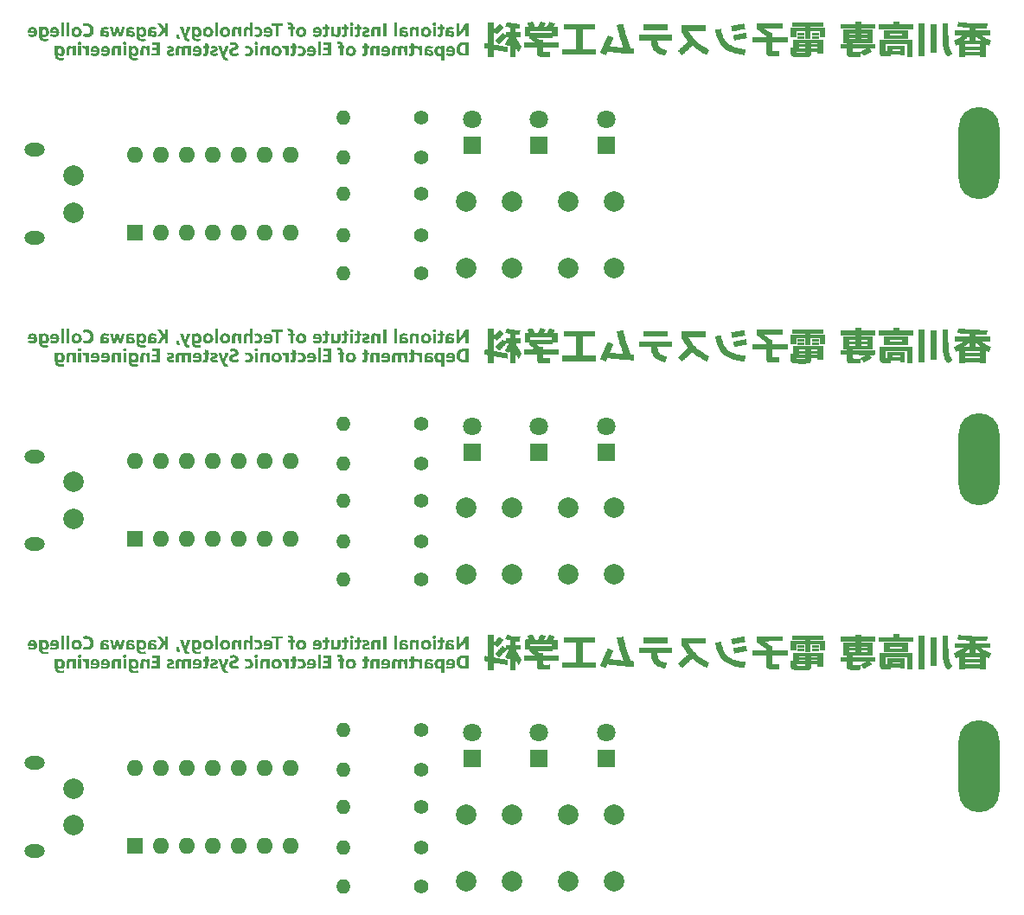
<source format=gbr>
%TF.GenerationSoftware,KiCad,Pcbnew,(6.0.10)*%
%TF.CreationDate,2023-10-04T10:21:36+09:00*%
%TF.ProjectId,simpleLogicCircuit,73696d70-6c65-44c6-9f67-696343697263,rev?*%
%TF.SameCoordinates,Original*%
%TF.FileFunction,Soldermask,Bot*%
%TF.FilePolarity,Negative*%
%FSLAX46Y46*%
G04 Gerber Fmt 4.6, Leading zero omitted, Abs format (unit mm)*
G04 Created by KiCad (PCBNEW (6.0.10)) date 2023-10-04 10:21:36*
%MOMM*%
%LPD*%
G01*
G04 APERTURE LIST*
%ADD10O,1.400000X1.400000*%
%ADD11C,1.400000*%
%ADD12C,1.800000*%
%ADD13R,1.800000X1.800000*%
%ADD14O,2.000000X1.300000*%
%ADD15C,2.000000*%
%ADD16O,1.600000X1.600000*%
%ADD17R,1.600000X1.600000*%
%ADD18O,4.000000X9.000000*%
G04 APERTURE END LIST*
%TO.C,G\u002A\u002A\u002A*%
G36*
X101263876Y-100019375D02*
G01*
X100394064Y-100019375D01*
X100332668Y-100019390D01*
X100222222Y-100019492D01*
X100116522Y-100019686D01*
X100016493Y-100019966D01*
X99923061Y-100020325D01*
X99837153Y-100020757D01*
X99759695Y-100021256D01*
X99691613Y-100021815D01*
X99633832Y-100022428D01*
X99587280Y-100023089D01*
X99552882Y-100023792D01*
X99531564Y-100024530D01*
X99524252Y-100025297D01*
X99525182Y-100027895D01*
X99532209Y-100041488D01*
X99545003Y-100064277D01*
X99562218Y-100093891D01*
X99582508Y-100127957D01*
X99699954Y-100311858D01*
X99839362Y-100505147D01*
X99990517Y-100690338D01*
X100154551Y-100868893D01*
X100176867Y-100891689D01*
X100334076Y-101043678D01*
X100498831Y-101188114D01*
X100672331Y-101325865D01*
X100855778Y-101457802D01*
X101050372Y-101584793D01*
X101257314Y-101707709D01*
X101477803Y-101827420D01*
X101598403Y-101890138D01*
X101464029Y-102136282D01*
X101460626Y-102142516D01*
X101430498Y-102197629D01*
X101402700Y-102248366D01*
X101378032Y-102293271D01*
X101357299Y-102330887D01*
X101341301Y-102359759D01*
X101330841Y-102378430D01*
X101326723Y-102385444D01*
X101322107Y-102384918D01*
X101305617Y-102378825D01*
X101279023Y-102367304D01*
X101244134Y-102351225D01*
X101202758Y-102331454D01*
X101156701Y-102308859D01*
X101107774Y-102284306D01*
X101057782Y-102258664D01*
X101008536Y-102232799D01*
X100859120Y-102150210D01*
X100625852Y-102008647D01*
X100399538Y-101855672D01*
X100182224Y-101692697D01*
X99975957Y-101521131D01*
X99962232Y-101509132D01*
X99940020Y-101490259D01*
X99925304Y-101479397D01*
X99915601Y-101475234D01*
X99908426Y-101476461D01*
X99901295Y-101481769D01*
X99883696Y-101497188D01*
X99837891Y-101537943D01*
X99784082Y-101586501D01*
X99723632Y-101641591D01*
X99657901Y-101701935D01*
X99588251Y-101766262D01*
X99516044Y-101833295D01*
X99442641Y-101901762D01*
X99369402Y-101970387D01*
X99297691Y-102037896D01*
X99228867Y-102103014D01*
X99164293Y-102164468D01*
X99105330Y-102220983D01*
X99053339Y-102271285D01*
X99009682Y-102314099D01*
X98975720Y-102348151D01*
X98968113Y-102355750D01*
X98947090Y-102375093D01*
X98929932Y-102388568D01*
X98919774Y-102393625D01*
X98919613Y-102393602D01*
X98911871Y-102387882D01*
X98895127Y-102373042D01*
X98870796Y-102350472D01*
X98840291Y-102321559D01*
X98805024Y-102287695D01*
X98766410Y-102250267D01*
X98725860Y-102210665D01*
X98684789Y-102170279D01*
X98644609Y-102130498D01*
X98606734Y-102092710D01*
X98572576Y-102058306D01*
X98543549Y-102028674D01*
X98521065Y-102005204D01*
X98506539Y-101989285D01*
X98501383Y-101982306D01*
X98503507Y-101979216D01*
X98515276Y-101966616D01*
X98536525Y-101945355D01*
X98566316Y-101916312D01*
X98603711Y-101880365D01*
X98647771Y-101838395D01*
X98697558Y-101791279D01*
X98752134Y-101739896D01*
X98810561Y-101685126D01*
X98871900Y-101627848D01*
X98935213Y-101568940D01*
X98999562Y-101509281D01*
X99064008Y-101449750D01*
X99127613Y-101391226D01*
X99189438Y-101334589D01*
X99248547Y-101280716D01*
X99303999Y-101230487D01*
X99343242Y-101195006D01*
X99385460Y-101156683D01*
X99422942Y-101122494D01*
X99454415Y-101093610D01*
X99478605Y-101071200D01*
X99494237Y-101056433D01*
X99500038Y-101050480D01*
X99496476Y-101043571D01*
X99484951Y-101027662D01*
X99467271Y-101005212D01*
X99445273Y-100978627D01*
X99377284Y-100895968D01*
X99244516Y-100721212D01*
X99118406Y-100537327D01*
X99001408Y-100347984D01*
X98895976Y-100156852D01*
X98829896Y-100029280D01*
X98829896Y-99459410D01*
X101263876Y-99459410D01*
X101263876Y-100019375D01*
G37*
G36*
X112276515Y-100452414D02*
G01*
X111612024Y-100452414D01*
X111612024Y-100191098D01*
X112276515Y-100191098D01*
X112276515Y-100452414D01*
G37*
G36*
X40679065Y-99274740D02*
G01*
X40728719Y-99278201D01*
X40767713Y-99283471D01*
X40776436Y-99285186D01*
X40867394Y-99309517D01*
X40949300Y-99344431D01*
X41024639Y-99391198D01*
X41095898Y-99451088D01*
X41098881Y-99453949D01*
X41159227Y-99518967D01*
X41207791Y-99587357D01*
X41246737Y-99662650D01*
X41278231Y-99748378D01*
X41281795Y-99760029D01*
X41287742Y-99781039D01*
X41292084Y-99800509D01*
X41295072Y-99821184D01*
X41296954Y-99845810D01*
X41297982Y-99877131D01*
X41298405Y-99917895D01*
X41298472Y-99970845D01*
X41298374Y-100011356D01*
X41297875Y-100057027D01*
X41296765Y-100092493D01*
X41294835Y-100120507D01*
X41291876Y-100143821D01*
X41287679Y-100165189D01*
X41282034Y-100187364D01*
X41281488Y-100189347D01*
X41249195Y-100280389D01*
X41205642Y-100361724D01*
X41151215Y-100432990D01*
X41086299Y-100493824D01*
X41011281Y-100543862D01*
X40926547Y-100582743D01*
X40832482Y-100610102D01*
X40807430Y-100615010D01*
X40781826Y-100618573D01*
X40753232Y-100620829D01*
X40718667Y-100621935D01*
X40675149Y-100622050D01*
X40619696Y-100621329D01*
X40588171Y-100620729D01*
X40541628Y-100619464D01*
X40505223Y-100617695D01*
X40475879Y-100615117D01*
X40450519Y-100611424D01*
X40426066Y-100606312D01*
X40399443Y-100599475D01*
X40391637Y-100597326D01*
X40351390Y-100585377D01*
X40312959Y-100572680D01*
X40279498Y-100560381D01*
X40254161Y-100549626D01*
X40240101Y-100541562D01*
X40240475Y-100536541D01*
X40245514Y-100520013D01*
X40254657Y-100494696D01*
X40266779Y-100463321D01*
X40280755Y-100428621D01*
X40295462Y-100393328D01*
X40309776Y-100360176D01*
X40322572Y-100331895D01*
X40332727Y-100311219D01*
X40339116Y-100300880D01*
X40345384Y-100299855D01*
X40362265Y-100303105D01*
X40384790Y-100310667D01*
X40447000Y-100331597D01*
X40525652Y-100348502D01*
X40603042Y-100355093D01*
X40676797Y-100351358D01*
X40744546Y-100337286D01*
X40803915Y-100312863D01*
X40811723Y-100308346D01*
X40849757Y-100279865D01*
X40887339Y-100242503D01*
X40920419Y-100200684D01*
X40944949Y-100158830D01*
X40955738Y-100132864D01*
X40973563Y-100070920D01*
X40984393Y-100003048D01*
X40987881Y-99933820D01*
X40983680Y-99867806D01*
X40971443Y-99809579D01*
X40967540Y-99797658D01*
X40936440Y-99729232D01*
X40893667Y-99668481D01*
X40840769Y-99616958D01*
X40779291Y-99576217D01*
X40710782Y-99547812D01*
X40673681Y-99539811D01*
X40621516Y-99534921D01*
X40563142Y-99534473D01*
X40502812Y-99538326D01*
X40444777Y-99546337D01*
X40393293Y-99558366D01*
X40331147Y-99576947D01*
X40323603Y-99557376D01*
X40310689Y-99523451D01*
X40292635Y-99474535D01*
X40276778Y-99429807D01*
X40263766Y-99391213D01*
X40254247Y-99360694D01*
X40248870Y-99340195D01*
X40248283Y-99331660D01*
X40248321Y-99331624D01*
X40260189Y-99325558D01*
X40283294Y-99317474D01*
X40314262Y-99308311D01*
X40349719Y-99299007D01*
X40386292Y-99290499D01*
X40420608Y-99283727D01*
X40457083Y-99278925D01*
X40507760Y-99275180D01*
X40564424Y-99273233D01*
X40622913Y-99273085D01*
X40679065Y-99274740D01*
G37*
G36*
X66580101Y-99228679D02*
G01*
X66627397Y-99235743D01*
X66665409Y-99251670D01*
X66696778Y-99277414D01*
X66704746Y-99286523D01*
X66721328Y-99313177D01*
X66730131Y-99344612D01*
X66732717Y-99385532D01*
X66728208Y-99428081D01*
X66711541Y-99470874D01*
X66683014Y-99504967D01*
X66643070Y-99529645D01*
X66627245Y-99534513D01*
X66596441Y-99539339D01*
X66560303Y-99541246D01*
X66524193Y-99539357D01*
X66480356Y-99528637D01*
X66444855Y-99507531D01*
X66415404Y-99474993D01*
X66412349Y-99470602D01*
X66401971Y-99453511D01*
X66396139Y-99436934D01*
X66393576Y-99415727D01*
X66393005Y-99384748D01*
X66393026Y-99376747D01*
X66393929Y-99348387D01*
X66397109Y-99328656D01*
X66403842Y-99312409D01*
X66415404Y-99294504D01*
X66434940Y-99271037D01*
X66468316Y-99246391D01*
X66509345Y-99232434D01*
X66560303Y-99228122D01*
X66580101Y-99228679D01*
G37*
G36*
X41895490Y-102013427D02*
G01*
X41894171Y-102070250D01*
X41889827Y-102122543D01*
X41882453Y-102165424D01*
X41861489Y-102230980D01*
X41825825Y-102300458D01*
X41779024Y-102360240D01*
X41721655Y-102409747D01*
X41654288Y-102448398D01*
X41577493Y-102475614D01*
X41548284Y-102482031D01*
X41513289Y-102486687D01*
X41471017Y-102489319D01*
X41417669Y-102490275D01*
X41390272Y-102490093D01*
X41310994Y-102485344D01*
X41240480Y-102473411D01*
X41174919Y-102453207D01*
X41110497Y-102423648D01*
X41043402Y-102383646D01*
X41039783Y-102381255D01*
X41017980Y-102365745D01*
X41002627Y-102352929D01*
X40996855Y-102345378D01*
X41000472Y-102338040D01*
X41011736Y-102321200D01*
X41028814Y-102297780D01*
X41049831Y-102270433D01*
X41068633Y-102246452D01*
X41088648Y-102220737D01*
X41104036Y-102200758D01*
X41112480Y-102189505D01*
X41115918Y-102185150D01*
X41122095Y-102181573D01*
X41131558Y-102183321D01*
X41147428Y-102191263D01*
X41172830Y-102206266D01*
X41216658Y-102230843D01*
X41266741Y-102252782D01*
X41315338Y-102266101D01*
X41366997Y-102272349D01*
X41385054Y-102273052D01*
X41444929Y-102268935D01*
X41495306Y-102254095D01*
X41537134Y-102228288D01*
X41541011Y-102224906D01*
X41563153Y-102199436D01*
X41582482Y-102167955D01*
X41596180Y-102135734D01*
X41601428Y-102108043D01*
X41601500Y-102087511D01*
X40994954Y-102087511D01*
X40998699Y-101969919D01*
X40999015Y-101960787D01*
X41002547Y-101908323D01*
X41270914Y-101908323D01*
X41607379Y-101908323D01*
X41600509Y-101877744D01*
X41590137Y-101840737D01*
X41572208Y-101802520D01*
X41546054Y-101768057D01*
X41538033Y-101759544D01*
X41505050Y-101733006D01*
X41468638Y-101718566D01*
X41424224Y-101714202D01*
X41421479Y-101714218D01*
X41373553Y-101720811D01*
X41334724Y-101739189D01*
X41305214Y-101769130D01*
X41285245Y-101810413D01*
X41275040Y-101862817D01*
X41270914Y-101908323D01*
X41002547Y-101908323D01*
X41004270Y-101882721D01*
X41014231Y-101816557D01*
X41029681Y-101760008D01*
X41051403Y-101710790D01*
X41080180Y-101666617D01*
X41116795Y-101625205D01*
X41154705Y-101591668D01*
X41210667Y-101556156D01*
X41273414Y-101531555D01*
X41344642Y-101517247D01*
X41426045Y-101512614D01*
X41451098Y-101512963D01*
X41524965Y-101519236D01*
X41589455Y-101534220D01*
X41647374Y-101559025D01*
X41701527Y-101594760D01*
X41754723Y-101642535D01*
X41778872Y-101668316D01*
X41824274Y-101728426D01*
X41857935Y-101793442D01*
X41882061Y-101867259D01*
X41889084Y-101905722D01*
X41889323Y-101908323D01*
X41893793Y-101956957D01*
X41895490Y-102013427D01*
G37*
G36*
X50259625Y-101514060D02*
G01*
X50297176Y-101515655D01*
X50324585Y-101518187D01*
X50346176Y-101522484D01*
X50366277Y-101529378D01*
X50389214Y-101539699D01*
X50422976Y-101557402D01*
X50477511Y-101595481D01*
X50521739Y-101641097D01*
X50546004Y-101671506D01*
X50546004Y-101535013D01*
X50837185Y-101535013D01*
X50837185Y-102468287D01*
X50546004Y-102468287D01*
X50546004Y-102204609D01*
X50545939Y-102151696D01*
X50545464Y-102076689D01*
X50544349Y-102014206D01*
X50542385Y-101962756D01*
X50539362Y-101920849D01*
X50535072Y-101886993D01*
X50529306Y-101859699D01*
X50521854Y-101837477D01*
X50512506Y-101818835D01*
X50501054Y-101802283D01*
X50487288Y-101786330D01*
X50485733Y-101784672D01*
X50457205Y-101760730D01*
X50425453Y-101747887D01*
X50385480Y-101744066D01*
X50347355Y-101747838D01*
X50310344Y-101762672D01*
X50280770Y-101789725D01*
X50257094Y-101830030D01*
X50254362Y-101836829D01*
X50251467Y-101846920D01*
X50249096Y-101860133D01*
X50247178Y-101877944D01*
X50245644Y-101901829D01*
X50244423Y-101933265D01*
X50243447Y-101973727D01*
X50242645Y-102024693D01*
X50241947Y-102087638D01*
X50241283Y-102164040D01*
X50238846Y-102468287D01*
X49948708Y-102468287D01*
X49948708Y-102197340D01*
X49948701Y-102176973D01*
X49948477Y-102100503D01*
X49947809Y-102037018D01*
X49946523Y-101984949D01*
X49944444Y-101942726D01*
X49941399Y-101908778D01*
X49937214Y-101881537D01*
X49931714Y-101859431D01*
X49924727Y-101840892D01*
X49916077Y-101824349D01*
X49905592Y-101808233D01*
X49885727Y-101782763D01*
X49861112Y-101761884D01*
X49832010Y-101750379D01*
X49793546Y-101745518D01*
X49773953Y-101744740D01*
X49751166Y-101745804D01*
X49734173Y-101750662D01*
X49717434Y-101760397D01*
X49716322Y-101761158D01*
X49685127Y-101789620D01*
X49663807Y-101826177D01*
X49650834Y-101873425D01*
X49650217Y-101877534D01*
X49648038Y-101902195D01*
X49646175Y-101940005D01*
X49644663Y-101989553D01*
X49643537Y-102049429D01*
X49642836Y-102118220D01*
X49642594Y-102194516D01*
X49642594Y-102468287D01*
X49351412Y-102468287D01*
X49351542Y-102134175D01*
X49351608Y-102075351D01*
X49351876Y-101999907D01*
X49352385Y-101937084D01*
X49353174Y-101885501D01*
X49354283Y-101843780D01*
X49355751Y-101810542D01*
X49357619Y-101784407D01*
X49359927Y-101763996D01*
X49362715Y-101747930D01*
X49366469Y-101731614D01*
X49389058Y-101665751D01*
X49421212Y-101611294D01*
X49463019Y-101568123D01*
X49514564Y-101536118D01*
X49531599Y-101528541D01*
X49547856Y-101522950D01*
X49565639Y-101519386D01*
X49588300Y-101517398D01*
X49619190Y-101516535D01*
X49661660Y-101516347D01*
X49766587Y-101516347D01*
X49823167Y-101544317D01*
X49854492Y-101561475D01*
X49890776Y-101587773D01*
X49926736Y-101622518D01*
X49938458Y-101634692D01*
X49957186Y-101652451D01*
X49970660Y-101662972D01*
X49976542Y-101664297D01*
X49980069Y-101655994D01*
X49994256Y-101632543D01*
X50014071Y-101606199D01*
X50035696Y-101581812D01*
X50055313Y-101564231D01*
X50075505Y-101550592D01*
X50112324Y-101531637D01*
X50151920Y-101519852D01*
X50198137Y-101514266D01*
X50254822Y-101513910D01*
X50259625Y-101514060D01*
G37*
G36*
X46471902Y-100166157D02*
G01*
X46467360Y-100253283D01*
X46454678Y-100329391D01*
X46433269Y-100396328D01*
X46402543Y-100455939D01*
X46361913Y-100510071D01*
X46317873Y-100552697D01*
X46266327Y-100586421D01*
X46208131Y-100608967D01*
X46141591Y-100620979D01*
X46065018Y-100623101D01*
X46046142Y-100622461D01*
X46013564Y-100620761D01*
X45989397Y-100617856D01*
X45969162Y-100612775D01*
X45948382Y-100604546D01*
X45922578Y-100592197D01*
X45900337Y-100580454D01*
X45861412Y-100554140D01*
X45827785Y-100521651D01*
X45790037Y-100479298D01*
X45790166Y-100523719D01*
X45790240Y-100531137D01*
X45797247Y-100604114D01*
X45815451Y-100668134D01*
X45844595Y-100722703D01*
X45884420Y-100767326D01*
X45934670Y-100801507D01*
X45938173Y-100803308D01*
X45955911Y-100811426D01*
X45973670Y-100816932D01*
X45995177Y-100820481D01*
X46024159Y-100822730D01*
X46064346Y-100824336D01*
X46094482Y-100824838D01*
X46171706Y-100820880D01*
X46241591Y-100808529D01*
X46308220Y-100787163D01*
X46322555Y-100782133D01*
X46340742Y-100777878D01*
X46350001Y-100778716D01*
X46350594Y-100779571D01*
X46356468Y-100790997D01*
X46366665Y-100812816D01*
X46379930Y-100842297D01*
X46395007Y-100876707D01*
X46397059Y-100881454D01*
X46412623Y-100918338D01*
X46422491Y-100944070D01*
X46427287Y-100960766D01*
X46427633Y-100970544D01*
X46424155Y-100975518D01*
X46409442Y-100982509D01*
X46383388Y-100992252D01*
X46350371Y-101003200D01*
X46314267Y-101014127D01*
X46278951Y-101023811D01*
X46248299Y-101031028D01*
X46242301Y-101032190D01*
X46211338Y-101036315D01*
X46171845Y-101038800D01*
X46121710Y-101039737D01*
X46058820Y-101039215D01*
X46010480Y-101038074D01*
X45959351Y-101035645D01*
X45917477Y-101031582D01*
X45881673Y-101025291D01*
X45848754Y-101016181D01*
X45815537Y-101003659D01*
X45778837Y-100987133D01*
X45755188Y-100975071D01*
X45687411Y-100929686D01*
X45628581Y-100873006D01*
X45579520Y-100806091D01*
X45541051Y-100730001D01*
X45513996Y-100645795D01*
X45511634Y-100635611D01*
X45508874Y-100622049D01*
X45506544Y-100607434D01*
X45504610Y-100590504D01*
X45503033Y-100569997D01*
X45501777Y-100544651D01*
X45500806Y-100513205D01*
X45500083Y-100474398D01*
X45499571Y-100426966D01*
X45499235Y-100369649D01*
X45499036Y-100301185D01*
X45498939Y-100220312D01*
X45498910Y-100134021D01*
X45790519Y-100134021D01*
X45790686Y-100170226D01*
X45792709Y-100198536D01*
X45796984Y-100223337D01*
X45803905Y-100249011D01*
X45807516Y-100260058D01*
X45831441Y-100309935D01*
X45864161Y-100349487D01*
X45904407Y-100377096D01*
X45937144Y-100388247D01*
X45982266Y-100393272D01*
X46027524Y-100388941D01*
X46066978Y-100375317D01*
X46094939Y-100356963D01*
X46129049Y-100319933D01*
X46153287Y-100271867D01*
X46167576Y-100212929D01*
X46171843Y-100143285D01*
X46169422Y-100095507D01*
X46158190Y-100030163D01*
X46138087Y-99975992D01*
X46109360Y-99933326D01*
X46072257Y-99902498D01*
X46027026Y-99883839D01*
X45973913Y-99877681D01*
X45965868Y-99877830D01*
X45916706Y-99885272D01*
X45875445Y-99904545D01*
X45840738Y-99936514D01*
X45811238Y-99982044D01*
X45804140Y-99997279D01*
X45798620Y-100014837D01*
X45794996Y-100036586D01*
X45792695Y-100066107D01*
X45791139Y-100106981D01*
X45790519Y-100134021D01*
X45498910Y-100134021D01*
X45498907Y-100125768D01*
X45498855Y-99668464D01*
X45790037Y-99668464D01*
X45790037Y-99767627D01*
X45820294Y-99733252D01*
X45824867Y-99728275D01*
X45858998Y-99699176D01*
X45900268Y-99674402D01*
X45922205Y-99664113D01*
X45943180Y-99656361D01*
X45964945Y-99651618D01*
X45992213Y-99648894D01*
X46029700Y-99647199D01*
X46051885Y-99646775D01*
X46089905Y-99647394D01*
X46123776Y-99649477D01*
X46148122Y-99652771D01*
X46154557Y-99654221D01*
X46220316Y-99677086D01*
X46281922Y-99712857D01*
X46336801Y-99759743D01*
X46382376Y-99815948D01*
X46386682Y-99822510D01*
X46419796Y-99880913D01*
X46444131Y-99941454D01*
X46460431Y-100007040D01*
X46469442Y-100080575D01*
X46471276Y-100143285D01*
X46471910Y-100164966D01*
X46471902Y-100166157D01*
G37*
G36*
X124971311Y-100088437D02*
G01*
X124971553Y-100132191D01*
X124972456Y-100279011D01*
X124973460Y-100412159D01*
X124974607Y-100532618D01*
X124975938Y-100641374D01*
X124977496Y-100739410D01*
X124979324Y-100827711D01*
X124981463Y-100907260D01*
X124983957Y-100979042D01*
X124986846Y-101044042D01*
X124990174Y-101103242D01*
X124993983Y-101157628D01*
X124998315Y-101208184D01*
X125003212Y-101255893D01*
X125008717Y-101301740D01*
X125014872Y-101346710D01*
X125021720Y-101391786D01*
X125029302Y-101437952D01*
X125036364Y-101476750D01*
X125072918Y-101625588D01*
X125123917Y-101770988D01*
X125189405Y-101913046D01*
X125269424Y-102051858D01*
X125364017Y-102187519D01*
X125365507Y-102189484D01*
X125383922Y-102214731D01*
X125393889Y-102231295D01*
X125396608Y-102241666D01*
X125393275Y-102248335D01*
X125385424Y-102254300D01*
X125366594Y-102267776D01*
X125338297Y-102287690D01*
X125301984Y-102313031D01*
X125259102Y-102342787D01*
X125211104Y-102375947D01*
X125159437Y-102411500D01*
X125108203Y-102446598D01*
X125060730Y-102478949D01*
X125018534Y-102507533D01*
X124983018Y-102531407D01*
X124955584Y-102549627D01*
X124937635Y-102561252D01*
X124930574Y-102565338D01*
X124924370Y-102559975D01*
X124910867Y-102545157D01*
X124892090Y-102523166D01*
X124870040Y-102496286D01*
X124779756Y-102376248D01*
X124696670Y-102247222D01*
X124624652Y-102113332D01*
X124563199Y-101973294D01*
X124511810Y-101825822D01*
X124469984Y-101669632D01*
X124437219Y-101503439D01*
X124413014Y-101325959D01*
X124411971Y-101316332D01*
X124408152Y-101278845D01*
X124404731Y-101240909D01*
X124401686Y-101201560D01*
X124398996Y-101159832D01*
X124396641Y-101114759D01*
X124394600Y-101065376D01*
X124392850Y-101010717D01*
X124391373Y-100949816D01*
X124390145Y-100881707D01*
X124389147Y-100805426D01*
X124388357Y-100720007D01*
X124387754Y-100624483D01*
X124387317Y-100517890D01*
X124387026Y-100399261D01*
X124386858Y-100267631D01*
X124386794Y-100122035D01*
X124386686Y-99280222D01*
X124966951Y-99280222D01*
X124971311Y-100088437D01*
G37*
G36*
X86271753Y-100556941D02*
G01*
X86271753Y-100736130D01*
X84692812Y-100736130D01*
X84744996Y-100771260D01*
X84756882Y-100779210D01*
X84786797Y-100799002D01*
X84823757Y-100823263D01*
X84864173Y-100849642D01*
X84904459Y-100875787D01*
X85011738Y-100945183D01*
X85338479Y-100945183D01*
X85338479Y-101176635D01*
X86824252Y-101176635D01*
X86824252Y-101684337D01*
X85336516Y-101684337D01*
X85339911Y-101865392D01*
X85341227Y-101921815D01*
X85343265Y-101977829D01*
X85345770Y-102020287D01*
X85348712Y-102048732D01*
X85352065Y-102062706D01*
X85353406Y-102064935D01*
X85359553Y-102071306D01*
X85369424Y-102076445D01*
X85384263Y-102080406D01*
X85405313Y-102083246D01*
X85433818Y-102085022D01*
X85471021Y-102085790D01*
X85518164Y-102085606D01*
X85576493Y-102084527D01*
X85647249Y-102082609D01*
X85731677Y-102079908D01*
X85743826Y-102079505D01*
X85807038Y-102077559D01*
X85865223Y-102076013D01*
X85916731Y-102074893D01*
X85959914Y-102074226D01*
X85993122Y-102074037D01*
X86014706Y-102074355D01*
X86023017Y-102075205D01*
X86023598Y-102078704D01*
X86023838Y-102095350D01*
X86023264Y-102124001D01*
X86021939Y-102162860D01*
X86019929Y-102210131D01*
X86017298Y-102264019D01*
X86014111Y-102322727D01*
X86000303Y-102565348D01*
X85973639Y-102566286D01*
X85969856Y-102566429D01*
X85948938Y-102567316D01*
X85917739Y-102568723D01*
X85879813Y-102570486D01*
X85838714Y-102572443D01*
X85820328Y-102573240D01*
X85774111Y-102574733D01*
X85718962Y-102575988D01*
X85656717Y-102577005D01*
X85589211Y-102577785D01*
X85518280Y-102578326D01*
X85445759Y-102578630D01*
X85373484Y-102578695D01*
X85303290Y-102578523D01*
X85237014Y-102578112D01*
X85176490Y-102577462D01*
X85123554Y-102576574D01*
X85080042Y-102575448D01*
X85047789Y-102574083D01*
X85028632Y-102572479D01*
X84982551Y-102564452D01*
X84936472Y-102553901D01*
X84894355Y-102541909D01*
X84859825Y-102529508D01*
X84836509Y-102517732D01*
X84835966Y-102517364D01*
X84801801Y-102486053D01*
X84772124Y-102442582D01*
X84748629Y-102389425D01*
X84747320Y-102385638D01*
X84743224Y-102373225D01*
X84739842Y-102361026D01*
X84737092Y-102347528D01*
X84734891Y-102331215D01*
X84733154Y-102310572D01*
X84731799Y-102284086D01*
X84730743Y-102250241D01*
X84729903Y-102207523D01*
X84729195Y-102154417D01*
X84728536Y-102089409D01*
X84727843Y-102010983D01*
X84725029Y-101684337D01*
X83404734Y-101684337D01*
X83404734Y-101176731D01*
X83959870Y-101174816D01*
X84515006Y-101172902D01*
X84406746Y-101094507D01*
X84371795Y-101068861D01*
X84318060Y-101028459D01*
X84260466Y-100984232D01*
X84201672Y-100938281D01*
X84144334Y-100892704D01*
X84091109Y-100849601D01*
X84044655Y-100811070D01*
X84007629Y-100779211D01*
X83957232Y-100734592D01*
X83957232Y-100556941D01*
X83494328Y-100556941D01*
X83494328Y-100258293D01*
X84076692Y-100258293D01*
X86152294Y-100258293D01*
X86152294Y-100071638D01*
X84076692Y-100071638D01*
X84076692Y-100258293D01*
X83494328Y-100258293D01*
X83494328Y-99623889D01*
X83713328Y-99621911D01*
X83932328Y-99619934D01*
X83895240Y-99552738D01*
X83891795Y-99546439D01*
X83875172Y-99514863D01*
X83856308Y-99477530D01*
X83836325Y-99436824D01*
X83816341Y-99395133D01*
X83797478Y-99354843D01*
X83780857Y-99318340D01*
X83767597Y-99288012D01*
X83758820Y-99266244D01*
X83755645Y-99255422D01*
X83759698Y-99252753D01*
X83776472Y-99247167D01*
X83804429Y-99239615D01*
X83841587Y-99230507D01*
X83885968Y-99220251D01*
X83935593Y-99209256D01*
X83988481Y-99197933D01*
X84042654Y-99186689D01*
X84096132Y-99175936D01*
X84146936Y-99166081D01*
X84193086Y-99157534D01*
X84232603Y-99150704D01*
X84263507Y-99146001D01*
X84283820Y-99143834D01*
X84291561Y-99144612D01*
X84294306Y-99151286D01*
X84303400Y-99170931D01*
X84317519Y-99200257D01*
X84335583Y-99237109D01*
X84356513Y-99279331D01*
X84379231Y-99324768D01*
X84402657Y-99371265D01*
X84425712Y-99416665D01*
X84447318Y-99458815D01*
X84466395Y-99495558D01*
X84481863Y-99524739D01*
X84535192Y-99623667D01*
X84776138Y-99623667D01*
X84859050Y-99457544D01*
X84873685Y-99428392D01*
X84906674Y-99363932D01*
X84938250Y-99303890D01*
X84967683Y-99249552D01*
X84994241Y-99202206D01*
X85017195Y-99163141D01*
X85035813Y-99133643D01*
X85049365Y-99115000D01*
X85057121Y-99108499D01*
X85059093Y-99108910D01*
X85072952Y-99112966D01*
X85098137Y-99120833D01*
X85132683Y-99131865D01*
X85174627Y-99145414D01*
X85222004Y-99160833D01*
X85272852Y-99177477D01*
X85325204Y-99194697D01*
X85377098Y-99211848D01*
X85426570Y-99228281D01*
X85471655Y-99243351D01*
X85510390Y-99256409D01*
X85540810Y-99266810D01*
X85560951Y-99273907D01*
X85568850Y-99277051D01*
X85567040Y-99282286D01*
X85559067Y-99298680D01*
X85545843Y-99324124D01*
X85528479Y-99356482D01*
X85508089Y-99393622D01*
X85488104Y-99429885D01*
X85462280Y-99477461D01*
X85439039Y-99521085D01*
X85419322Y-99558941D01*
X85404073Y-99589214D01*
X85394232Y-99610088D01*
X85390742Y-99619747D01*
X85390813Y-99619871D01*
X85399238Y-99621062D01*
X85420094Y-99622080D01*
X85451103Y-99622865D01*
X85489987Y-99623359D01*
X85534466Y-99623501D01*
X85678191Y-99623336D01*
X85735843Y-99505908D01*
X85745847Y-99485696D01*
X85773176Y-99431933D01*
X85801363Y-99378327D01*
X85829459Y-99326526D01*
X85856517Y-99278175D01*
X85881589Y-99234923D01*
X85903728Y-99198415D01*
X85921985Y-99170299D01*
X85935413Y-99152222D01*
X85943065Y-99145830D01*
X85945009Y-99146196D01*
X85958936Y-99150147D01*
X85984221Y-99157918D01*
X86018895Y-99168866D01*
X86060992Y-99182345D01*
X86108544Y-99197709D01*
X86159584Y-99214315D01*
X86212145Y-99231517D01*
X86264259Y-99248670D01*
X86313959Y-99265130D01*
X86359277Y-99280251D01*
X86398247Y-99293388D01*
X86428901Y-99303896D01*
X86449272Y-99311131D01*
X86457391Y-99314447D01*
X86457461Y-99314847D01*
X86453719Y-99323959D01*
X86444011Y-99343033D01*
X86429637Y-99369590D01*
X86411897Y-99401153D01*
X86393261Y-99433936D01*
X86367023Y-99480652D01*
X86343379Y-99523400D01*
X86323299Y-99560387D01*
X86307753Y-99589816D01*
X86297714Y-99609894D01*
X86294152Y-99618824D01*
X86294864Y-99619214D01*
X86306288Y-99620406D01*
X86330233Y-99621472D01*
X86364857Y-99622371D01*
X86408321Y-99623064D01*
X86458783Y-99623509D01*
X86514405Y-99623667D01*
X86734657Y-99623667D01*
X86734657Y-100556941D01*
X86271753Y-100556941D01*
G37*
G36*
X68775360Y-101516260D02*
G01*
X68810298Y-101522982D01*
X68853446Y-101540426D01*
X68898615Y-101567226D01*
X68939701Y-101599486D01*
X68971341Y-101633524D01*
X68998708Y-101670228D01*
X69000855Y-101602620D01*
X69003001Y-101535013D01*
X69293623Y-101535013D01*
X69293623Y-102468287D01*
X69003380Y-102468287D01*
X68998708Y-101881093D01*
X68976141Y-101836845D01*
X68967259Y-101820674D01*
X68945159Y-101791221D01*
X68916412Y-101767626D01*
X68912042Y-101764705D01*
X68892253Y-101752654D01*
X68875442Y-101746390D01*
X68855658Y-101744427D01*
X68826953Y-101745279D01*
X68823939Y-101745443D01*
X68781935Y-101751472D01*
X68750269Y-101765378D01*
X68725629Y-101789336D01*
X68704702Y-101825519D01*
X68685128Y-101867259D01*
X68682871Y-102167773D01*
X68680613Y-102468287D01*
X68390213Y-102468287D01*
X68390323Y-102130442D01*
X68390372Y-102069927D01*
X68390607Y-101992808D01*
X68391151Y-101928111D01*
X68392134Y-101874344D01*
X68393687Y-101830013D01*
X68395940Y-101793627D01*
X68399022Y-101763693D01*
X68403063Y-101738719D01*
X68408194Y-101717213D01*
X68414545Y-101697682D01*
X68422245Y-101678634D01*
X68431424Y-101658577D01*
X68450605Y-101626879D01*
X68482965Y-101589289D01*
X68521110Y-101556426D01*
X68560314Y-101532899D01*
X68564657Y-101531069D01*
X68596755Y-101522240D01*
X68638327Y-101516167D01*
X68684921Y-101513029D01*
X68732083Y-101513001D01*
X68775360Y-101516260D01*
G37*
G36*
X65830857Y-99362352D02*
G01*
X65841001Y-99364439D01*
X65863018Y-99369994D01*
X65894511Y-99378379D01*
X65933083Y-99388956D01*
X65976339Y-99401087D01*
X66113023Y-99439825D01*
X66113023Y-99668464D01*
X66262347Y-99668464D01*
X66262347Y-99877517D01*
X66113023Y-99877517D01*
X66112934Y-100136968D01*
X66112929Y-100148775D01*
X66112740Y-100223362D01*
X66112157Y-100284940D01*
X66110989Y-100335192D01*
X66109043Y-100375800D01*
X66106128Y-100408446D01*
X66102053Y-100434814D01*
X66096625Y-100456585D01*
X66089653Y-100475442D01*
X66080946Y-100493068D01*
X66070311Y-100511145D01*
X66038387Y-100550655D01*
X65993363Y-100584657D01*
X65939057Y-100608630D01*
X65918146Y-100614076D01*
X65870325Y-100621210D01*
X65815299Y-100624297D01*
X65757747Y-100623328D01*
X65702349Y-100618295D01*
X65653785Y-100609187D01*
X65645616Y-100607077D01*
X65619482Y-100600023D01*
X65600561Y-100594444D01*
X65592493Y-100591398D01*
X65592352Y-100590474D01*
X65594389Y-100578986D01*
X65599797Y-100556654D01*
X65607900Y-100526166D01*
X65618019Y-100490206D01*
X65621591Y-100477838D01*
X65632047Y-100442300D01*
X65639793Y-100418407D01*
X65645897Y-100404033D01*
X65651429Y-100397058D01*
X65657457Y-100395355D01*
X65665051Y-100396804D01*
X65670962Y-100398285D01*
X65705580Y-100404134D01*
X65739738Y-100405906D01*
X65768805Y-100403588D01*
X65788150Y-100397166D01*
X65789112Y-100396524D01*
X65797821Y-100389134D01*
X65804853Y-100379003D01*
X65810384Y-100364609D01*
X65814587Y-100344426D01*
X65817637Y-100316933D01*
X65819709Y-100280604D01*
X65820977Y-100233916D01*
X65821616Y-100175346D01*
X65821800Y-100103370D01*
X65821841Y-99877517D01*
X65612788Y-99877517D01*
X65612788Y-99668464D01*
X65821841Y-99668464D01*
X65821841Y-99515407D01*
X65821891Y-99488417D01*
X65822371Y-99439627D01*
X65823423Y-99403903D01*
X65825120Y-99379967D01*
X65827537Y-99366541D01*
X65830748Y-99362350D01*
X65830857Y-99362352D01*
G37*
G36*
X59796621Y-99534072D02*
G01*
X59423311Y-99534072D01*
X59423311Y-100601738D01*
X59124663Y-100601738D01*
X59124663Y-99534072D01*
X58751353Y-99534072D01*
X58751353Y-99295154D01*
X59796621Y-99295154D01*
X59796621Y-99534072D01*
G37*
G36*
X56463831Y-101514953D02*
G01*
X56538471Y-101524333D01*
X56603974Y-101541705D01*
X56662710Y-101567932D01*
X56717046Y-101603881D01*
X56769351Y-101650419D01*
X56806173Y-101690337D01*
X56845583Y-101744304D01*
X56874609Y-101801291D01*
X56894255Y-101863920D01*
X56905523Y-101934809D01*
X56909415Y-102016583D01*
X56909289Y-102050650D01*
X56907481Y-102095420D01*
X56903415Y-102131362D01*
X56896771Y-102162173D01*
X56871134Y-102232745D01*
X56831719Y-102301287D01*
X56781185Y-102360873D01*
X56720637Y-102410432D01*
X56651180Y-102448893D01*
X56573918Y-102475185D01*
X56537193Y-102482266D01*
X56481125Y-102488313D01*
X56420155Y-102490763D01*
X56359127Y-102489600D01*
X56302885Y-102484804D01*
X56256274Y-102476358D01*
X56252835Y-102475466D01*
X56216774Y-102464752D01*
X56181471Y-102452122D01*
X56149642Y-102438798D01*
X56124000Y-102426003D01*
X56107259Y-102414960D01*
X56102134Y-102406894D01*
X56102814Y-102405052D01*
X56109285Y-102391725D01*
X56121268Y-102368903D01*
X56137359Y-102339226D01*
X56156155Y-102305333D01*
X56170676Y-102279776D01*
X56189244Y-102248869D01*
X56202913Y-102229099D01*
X56212700Y-102219057D01*
X56219618Y-102217338D01*
X56221054Y-102217828D01*
X56235719Y-102222924D01*
X56259254Y-102231169D01*
X56287292Y-102241034D01*
X56301064Y-102245739D01*
X56333171Y-102254613D01*
X56362173Y-102258243D01*
X56395552Y-102257788D01*
X56422379Y-102255043D01*
X56452867Y-102249127D01*
X56475245Y-102241645D01*
X56505099Y-102224423D01*
X56547960Y-102186759D01*
X56580115Y-102139590D01*
X56601101Y-102083932D01*
X56610455Y-102020801D01*
X56607713Y-101951213D01*
X56600964Y-101914348D01*
X56581302Y-101859659D01*
X56551937Y-101814017D01*
X56513902Y-101778872D01*
X56468230Y-101755671D01*
X56425073Y-101746183D01*
X56371863Y-101743952D01*
X56316682Y-101749731D01*
X56264896Y-101763317D01*
X56259557Y-101765227D01*
X56234808Y-101773622D01*
X56216905Y-101778945D01*
X56209417Y-101780116D01*
X56208329Y-101778361D01*
X56201353Y-101766071D01*
X56189136Y-101744109D01*
X56172988Y-101714834D01*
X56154217Y-101680604D01*
X56148073Y-101669392D01*
X56128384Y-101633151D01*
X56115783Y-101607232D01*
X56110509Y-101589261D01*
X56112803Y-101576866D01*
X56122905Y-101567672D01*
X56141055Y-101559307D01*
X56167493Y-101549398D01*
X56171804Y-101547793D01*
X56214881Y-101533045D01*
X56253703Y-101522935D01*
X56293046Y-101516680D01*
X56337689Y-101513501D01*
X56392410Y-101512614D01*
X56463831Y-101514953D01*
G37*
G36*
X42843503Y-100366369D02*
G01*
X42834808Y-100424653D01*
X42815451Y-100478624D01*
X42785214Y-100525442D01*
X42783385Y-100527570D01*
X42748915Y-100559498D01*
X42705631Y-100588282D01*
X42659245Y-100610086D01*
X42651890Y-100612680D01*
X42630810Y-100618351D01*
X42606954Y-100621567D01*
X42576286Y-100622723D01*
X42534775Y-100622212D01*
X42524761Y-100621910D01*
X42470733Y-100617731D01*
X42426822Y-100608440D01*
X42389206Y-100592493D01*
X42354066Y-100568346D01*
X42317580Y-100534456D01*
X42273458Y-100489365D01*
X42273458Y-100601738D01*
X41988647Y-100601738D01*
X41991571Y-100271359D01*
X41992023Y-100222829D01*
X42273531Y-100222829D01*
X42274392Y-100244331D01*
X42284774Y-100297558D01*
X42306293Y-100342717D01*
X42338167Y-100378472D01*
X42379612Y-100403488D01*
X42382446Y-100404624D01*
X42416493Y-100412981D01*
X42454322Y-100414935D01*
X42490113Y-100410626D01*
X42518044Y-100400191D01*
X42533087Y-100389397D01*
X42557189Y-100360850D01*
X42569354Y-100327841D01*
X42569798Y-100293163D01*
X42558741Y-100259611D01*
X42536400Y-100229978D01*
X42502992Y-100207058D01*
X42502317Y-100206744D01*
X42483829Y-100200707D01*
X42454604Y-100193744D01*
X42418520Y-100186531D01*
X42379451Y-100179744D01*
X42341275Y-100174058D01*
X42307866Y-100170152D01*
X42283101Y-100168699D01*
X42282166Y-100168793D01*
X42277116Y-100175056D01*
X42274347Y-100192449D01*
X42273531Y-100222829D01*
X41992023Y-100222829D01*
X41992056Y-100219285D01*
X41992859Y-100146633D01*
X41993742Y-100086560D01*
X41994767Y-100037611D01*
X41995993Y-99998334D01*
X41997483Y-99967276D01*
X41999296Y-99942985D01*
X42001494Y-99924008D01*
X42004138Y-99908891D01*
X42007288Y-99896183D01*
X42014440Y-99873236D01*
X42043121Y-99807884D01*
X42081155Y-99754032D01*
X42129064Y-99711179D01*
X42187369Y-99678823D01*
X42256593Y-99656462D01*
X42267488Y-99654257D01*
X42307499Y-99649495D01*
X42356894Y-99647083D01*
X42411704Y-99646908D01*
X42467960Y-99648857D01*
X42521691Y-99652819D01*
X42568929Y-99658681D01*
X42605704Y-99666331D01*
X42624775Y-99672042D01*
X42663405Y-99685220D01*
X42702551Y-99700286D01*
X42738507Y-99715699D01*
X42767567Y-99729916D01*
X42786027Y-99741396D01*
X42802094Y-99754325D01*
X42754196Y-99836453D01*
X42751895Y-99840388D01*
X42733481Y-99871109D01*
X42717524Y-99896452D01*
X42705666Y-99913882D01*
X42699545Y-99920865D01*
X42699443Y-99920896D01*
X42689546Y-99918729D01*
X42670590Y-99911174D01*
X42646587Y-99899825D01*
X42593825Y-99877326D01*
X42536780Y-99860566D01*
X42479812Y-99850540D01*
X42426027Y-99847606D01*
X42378531Y-99852124D01*
X42340430Y-99864451D01*
X42333674Y-99868074D01*
X42301069Y-99893751D01*
X42280573Y-99926046D01*
X42273458Y-99963084D01*
X42273458Y-99994180D01*
X42404655Y-100011135D01*
X42452874Y-100017764D01*
X42526754Y-100030074D01*
X42588671Y-100043786D01*
X42640511Y-100059516D01*
X42684161Y-100077876D01*
X42721508Y-100099480D01*
X42754438Y-100124942D01*
X42776027Y-100146866D01*
X42807798Y-100194020D01*
X42829780Y-100248214D01*
X42838997Y-100293163D01*
X42841754Y-100306610D01*
X42843503Y-100366369D01*
G37*
G36*
X57385040Y-102468287D02*
G01*
X57093858Y-102468287D01*
X57093858Y-101535013D01*
X57385040Y-101535013D01*
X57385040Y-102468287D01*
G37*
G36*
X50139094Y-99931647D02*
G01*
X50155566Y-99985205D01*
X50174665Y-100047557D01*
X50192667Y-100106591D01*
X50208908Y-100160117D01*
X50222724Y-100205947D01*
X50233452Y-100241891D01*
X50240428Y-100265759D01*
X50244933Y-100281528D01*
X50252700Y-100307867D01*
X50257749Y-100322040D01*
X50261036Y-100325573D01*
X50263516Y-100319992D01*
X50266146Y-100306824D01*
X50267543Y-100300985D01*
X50272992Y-100281119D01*
X50281901Y-100249973D01*
X50293716Y-100209399D01*
X50307883Y-100161249D01*
X50323847Y-100107377D01*
X50341056Y-100049636D01*
X50358954Y-99989877D01*
X50376988Y-99929955D01*
X50394603Y-99871721D01*
X50411245Y-99817029D01*
X50426361Y-99767731D01*
X50439396Y-99725680D01*
X50449796Y-99692729D01*
X50457567Y-99668464D01*
X50622043Y-99668464D01*
X50630110Y-99668467D01*
X50683976Y-99668692D01*
X50724547Y-99669337D01*
X50753270Y-99670486D01*
X50771590Y-99672223D01*
X50780953Y-99674632D01*
X50782806Y-99677797D01*
X50782095Y-99679557D01*
X50776584Y-99693140D01*
X50766115Y-99718910D01*
X50751165Y-99755695D01*
X50732210Y-99802321D01*
X50709728Y-99857615D01*
X50684195Y-99920404D01*
X50656089Y-99989515D01*
X50625887Y-100063776D01*
X50594065Y-100142012D01*
X50409039Y-100596894D01*
X50422406Y-100634781D01*
X50432471Y-100661842D01*
X50452613Y-100708795D01*
X50473261Y-100748680D01*
X50493069Y-100779016D01*
X50510689Y-100797324D01*
X50518037Y-100802236D01*
X50531425Y-100808654D01*
X50548083Y-100812377D01*
X50571894Y-100814097D01*
X50606742Y-100814510D01*
X50678680Y-100814496D01*
X50701923Y-100918428D01*
X50705124Y-100932935D01*
X50712593Y-100968577D01*
X50718144Y-100997765D01*
X50721286Y-101017804D01*
X50721529Y-101025998D01*
X50720495Y-101026699D01*
X50708832Y-101030693D01*
X50689810Y-101035081D01*
X50667319Y-101038077D01*
X50631367Y-101040339D01*
X50589419Y-101041229D01*
X50545652Y-101040796D01*
X50504243Y-101039093D01*
X50469370Y-101036171D01*
X50445210Y-101032080D01*
X50416060Y-101022706D01*
X50354636Y-100992591D01*
X50298125Y-100951052D01*
X50249489Y-100900483D01*
X50211689Y-100843279D01*
X50211366Y-100842652D01*
X50204495Y-100827301D01*
X50192904Y-100799248D01*
X50177056Y-100759687D01*
X50157414Y-100709814D01*
X50134442Y-100650822D01*
X50108602Y-100583907D01*
X50080359Y-100510265D01*
X50050176Y-100431089D01*
X50018516Y-100347574D01*
X49985843Y-100260916D01*
X49981891Y-100250408D01*
X49949659Y-100164704D01*
X49918801Y-100082687D01*
X49889750Y-100005499D01*
X49862935Y-99934283D01*
X49838788Y-99870185D01*
X49817740Y-99814346D01*
X49800221Y-99767911D01*
X49786663Y-99732022D01*
X49777496Y-99707825D01*
X49773151Y-99696462D01*
X49762174Y-99668464D01*
X50057992Y-99668464D01*
X50139094Y-99931647D01*
G37*
G36*
X118675045Y-100818258D02*
G01*
X118675045Y-100482279D01*
X119272341Y-100482279D01*
X120481865Y-100482279D01*
X120481865Y-100318023D01*
X119272341Y-100318023D01*
X119272341Y-100482279D01*
X118675045Y-100482279D01*
X118675045Y-99959645D01*
X121079161Y-99959645D01*
X121079161Y-100818258D01*
X118675045Y-100818258D01*
G37*
G36*
X40085863Y-102468287D02*
G01*
X39794681Y-102468287D01*
X39794681Y-101535013D01*
X40085863Y-101535013D01*
X40085863Y-102468287D01*
G37*
G36*
X61630439Y-101514953D02*
G01*
X61705079Y-101524333D01*
X61770582Y-101541705D01*
X61829318Y-101567932D01*
X61883654Y-101603881D01*
X61935959Y-101650419D01*
X61972781Y-101690337D01*
X62012191Y-101744304D01*
X62041217Y-101801291D01*
X62060863Y-101863920D01*
X62072131Y-101934809D01*
X62076023Y-102016583D01*
X62075897Y-102050650D01*
X62074089Y-102095420D01*
X62070023Y-102131362D01*
X62063379Y-102162173D01*
X62037742Y-102232745D01*
X61998326Y-102301287D01*
X61947792Y-102360873D01*
X61887245Y-102410432D01*
X61817788Y-102448893D01*
X61740526Y-102475185D01*
X61703801Y-102482266D01*
X61647733Y-102488313D01*
X61586763Y-102490763D01*
X61525735Y-102489600D01*
X61469493Y-102484804D01*
X61422882Y-102476358D01*
X61419443Y-102475466D01*
X61383382Y-102464752D01*
X61348079Y-102452122D01*
X61316250Y-102438798D01*
X61290608Y-102426003D01*
X61273867Y-102414960D01*
X61268742Y-102406894D01*
X61269422Y-102405052D01*
X61275893Y-102391725D01*
X61287875Y-102368903D01*
X61303967Y-102339226D01*
X61322763Y-102305333D01*
X61337284Y-102279776D01*
X61355851Y-102248869D01*
X61369521Y-102229099D01*
X61379308Y-102219057D01*
X61386226Y-102217338D01*
X61387662Y-102217828D01*
X61402327Y-102222924D01*
X61425862Y-102231169D01*
X61453900Y-102241034D01*
X61467672Y-102245739D01*
X61499779Y-102254613D01*
X61528781Y-102258243D01*
X61562160Y-102257788D01*
X61588987Y-102255043D01*
X61619475Y-102249127D01*
X61641853Y-102241645D01*
X61671707Y-102224423D01*
X61714568Y-102186759D01*
X61746723Y-102139590D01*
X61767709Y-102083932D01*
X61777063Y-102020801D01*
X61774321Y-101951213D01*
X61767572Y-101914348D01*
X61747910Y-101859659D01*
X61718545Y-101814017D01*
X61680510Y-101778872D01*
X61634838Y-101755671D01*
X61591681Y-101746183D01*
X61538471Y-101743952D01*
X61483289Y-101749731D01*
X61431504Y-101763317D01*
X61426165Y-101765227D01*
X61401416Y-101773622D01*
X61383513Y-101778945D01*
X61376024Y-101780116D01*
X61374937Y-101778361D01*
X61367960Y-101766071D01*
X61355744Y-101744109D01*
X61339596Y-101714834D01*
X61320824Y-101680604D01*
X61314680Y-101669392D01*
X61294992Y-101633151D01*
X61282391Y-101607232D01*
X61277117Y-101589261D01*
X61279411Y-101576866D01*
X61289513Y-101567672D01*
X61307663Y-101559307D01*
X61334101Y-101549398D01*
X61338411Y-101547793D01*
X61381489Y-101533045D01*
X61420310Y-101522935D01*
X61459654Y-101516680D01*
X61504297Y-101513501D01*
X61559018Y-101512614D01*
X61630439Y-101514953D01*
G37*
G36*
X108767403Y-99787863D02*
G01*
X107862376Y-99789760D01*
X106957349Y-99791656D01*
X107069092Y-99874481D01*
X107110516Y-99904991D01*
X107302092Y-100041038D01*
X107500966Y-100173914D01*
X107619508Y-100250827D01*
X107759466Y-100250827D01*
X107759466Y-100668934D01*
X109252706Y-100668934D01*
X109252706Y-101191568D01*
X107759466Y-101191568D01*
X107759829Y-101514481D01*
X107759878Y-101546253D01*
X107760230Y-101640378D01*
X107760915Y-101720893D01*
X107761986Y-101788811D01*
X107763494Y-101845143D01*
X107765492Y-101890900D01*
X107768031Y-101927093D01*
X107771164Y-101954733D01*
X107774943Y-101974831D01*
X107779419Y-101988399D01*
X107784646Y-101996447D01*
X107790174Y-102000499D01*
X107799300Y-102003792D01*
X107813746Y-102006286D01*
X107835433Y-102008141D01*
X107866284Y-102009521D01*
X107908223Y-102010587D01*
X107963171Y-102011502D01*
X108015264Y-102011845D01*
X108085635Y-102011426D01*
X108159376Y-102010208D01*
X108230389Y-102008298D01*
X108292575Y-102005799D01*
X108313508Y-102004798D01*
X108359441Y-102002857D01*
X108399268Y-102001525D01*
X108430789Y-102000854D01*
X108451802Y-102000898D01*
X108460106Y-102001712D01*
X108460586Y-102006137D01*
X108460541Y-102023880D01*
X108459725Y-102053507D01*
X108458207Y-102093260D01*
X108456057Y-102141377D01*
X108453344Y-102196098D01*
X108450136Y-102255665D01*
X108436166Y-102505618D01*
X108398331Y-102506651D01*
X108388469Y-102506959D01*
X108361137Y-102507952D01*
X108324452Y-102509388D01*
X108281983Y-102511128D01*
X108237303Y-102513029D01*
X108227251Y-102513423D01*
X108188018Y-102514515D01*
X108137033Y-102515456D01*
X108076682Y-102516224D01*
X108009352Y-102516796D01*
X107937426Y-102517151D01*
X107863290Y-102517268D01*
X107789331Y-102517124D01*
X107725399Y-102516860D01*
X107657586Y-102516488D01*
X107601897Y-102516005D01*
X107556771Y-102515339D01*
X107520645Y-102514419D01*
X107491960Y-102513172D01*
X107469154Y-102511528D01*
X107450665Y-102509415D01*
X107434933Y-102506761D01*
X107420395Y-102503496D01*
X107405492Y-102499546D01*
X107388155Y-102494570D01*
X107327815Y-102473600D01*
X107281149Y-102450805D01*
X107248759Y-102426466D01*
X107245212Y-102422717D01*
X107224596Y-102393593D01*
X107203965Y-102353089D01*
X107184663Y-102304150D01*
X107168034Y-102249721D01*
X107165775Y-102240999D01*
X107162874Y-102228677D01*
X107160390Y-102215709D01*
X107158284Y-102200904D01*
X107156515Y-102183072D01*
X107155043Y-102161023D01*
X107153828Y-102133566D01*
X107152829Y-102099510D01*
X107152007Y-102057666D01*
X107151321Y-102006841D01*
X107150731Y-101945846D01*
X107150197Y-101873491D01*
X107149678Y-101788585D01*
X107149135Y-101689936D01*
X107146460Y-101191568D01*
X105773458Y-101191568D01*
X105773458Y-100668934D01*
X107147238Y-100668934D01*
X107147238Y-100595071D01*
X107147236Y-100592231D01*
X107146682Y-100557457D01*
X107144907Y-100534968D01*
X107141566Y-100522307D01*
X107136316Y-100517017D01*
X107126279Y-100511388D01*
X107105529Y-100498016D01*
X107076056Y-100478210D01*
X107039581Y-100453180D01*
X106997827Y-100424136D01*
X106952516Y-100392289D01*
X106905369Y-100358849D01*
X106858108Y-100325027D01*
X106812456Y-100292033D01*
X106770134Y-100261079D01*
X106732864Y-100233374D01*
X106632611Y-100157067D01*
X106524196Y-100071889D01*
X106418263Y-99985528D01*
X106309158Y-99893447D01*
X106191565Y-99792696D01*
X106191565Y-99287688D01*
X108767403Y-99287688D01*
X108767403Y-99787863D01*
G37*
G36*
X40329983Y-101514116D02*
G01*
X40361214Y-101518210D01*
X40386870Y-101524501D01*
X40418983Y-101539918D01*
X40457362Y-101569079D01*
X40491772Y-101606449D01*
X40518472Y-101648503D01*
X40541301Y-101694188D01*
X40541301Y-101535013D01*
X40832482Y-101535013D01*
X40832482Y-102468287D01*
X40541301Y-102468287D01*
X40541244Y-102234969D01*
X40541209Y-102213975D01*
X40540783Y-102154487D01*
X40539927Y-102098396D01*
X40538705Y-102048011D01*
X40537181Y-102005637D01*
X40535418Y-101973581D01*
X40533480Y-101954151D01*
X40518659Y-101897615D01*
X40493593Y-101848267D01*
X40459528Y-101809565D01*
X40448264Y-101800499D01*
X40421391Y-101784077D01*
X40390897Y-101773612D01*
X40353106Y-101768082D01*
X40304343Y-101766465D01*
X40237107Y-101766465D01*
X40223933Y-101651301D01*
X40221536Y-101629433D01*
X40217856Y-101590988D01*
X40215455Y-101558751D01*
X40214528Y-101535590D01*
X40215272Y-101524376D01*
X40220683Y-101519751D01*
X40238529Y-101515035D01*
X40265074Y-101512526D01*
X40296748Y-101512221D01*
X40329983Y-101514116D01*
G37*
G36*
X120242947Y-102453355D02*
G01*
X120242947Y-102333896D01*
X119326764Y-102333896D01*
X119322004Y-102384293D01*
X119319974Y-102410839D01*
X119317983Y-102451116D01*
X119317191Y-102488101D01*
X119317138Y-102541512D01*
X119236877Y-102547600D01*
X119235369Y-102547711D01*
X119208490Y-102549087D01*
X119169073Y-102550363D01*
X119119342Y-102551500D01*
X119061517Y-102552462D01*
X118997821Y-102553210D01*
X118930475Y-102553708D01*
X118861700Y-102553918D01*
X118858739Y-102553921D01*
X118777320Y-102553875D01*
X118709103Y-102553485D01*
X118652415Y-102552559D01*
X118605584Y-102550909D01*
X118566936Y-102548347D01*
X118534797Y-102544681D01*
X118507495Y-102539724D01*
X118483357Y-102533287D01*
X118460709Y-102525179D01*
X118437877Y-102515211D01*
X118413189Y-102503195D01*
X118387500Y-102488541D01*
X118351169Y-102458037D01*
X118323380Y-102418720D01*
X118301836Y-102367794D01*
X118297978Y-102356175D01*
X118291716Y-102336820D01*
X118286228Y-102318406D01*
X118281458Y-102299874D01*
X118277350Y-102280165D01*
X118273846Y-102258222D01*
X118270891Y-102232986D01*
X118268428Y-102203400D01*
X118266400Y-102168404D01*
X118264752Y-102126942D01*
X118263425Y-102077955D01*
X118262365Y-102020384D01*
X118261514Y-101953171D01*
X118260816Y-101875259D01*
X118260215Y-101785590D01*
X118259654Y-101683104D01*
X118259076Y-101566744D01*
X118255964Y-100930251D01*
X121497268Y-100930251D01*
X121497268Y-102565348D01*
X120929837Y-102565348D01*
X120929837Y-101363290D01*
X118822606Y-101363290D01*
X118826074Y-101678737D01*
X118826772Y-101734915D01*
X118828061Y-101812714D01*
X118829586Y-101878851D01*
X118831323Y-101932672D01*
X118833249Y-101973523D01*
X118835344Y-102000749D01*
X118837583Y-102013698D01*
X118842486Y-102023624D01*
X118850742Y-102032774D01*
X118863771Y-102039088D01*
X118884113Y-102043302D01*
X118914307Y-102046157D01*
X118956894Y-102048390D01*
X119040889Y-102052059D01*
X119040889Y-101990451D01*
X119511259Y-101990451D01*
X120242947Y-101990451D01*
X120242947Y-101826195D01*
X119511259Y-101826195D01*
X119511259Y-101990451D01*
X119040889Y-101990451D01*
X119040889Y-101475283D01*
X120713317Y-101475283D01*
X120713317Y-102453355D01*
X120242947Y-102453355D01*
G37*
G36*
X53487685Y-100601738D02*
G01*
X53196503Y-100601738D01*
X53196503Y-99220492D01*
X53487685Y-99220492D01*
X53487685Y-100601738D01*
G37*
G36*
X67085178Y-99362352D02*
G01*
X67095322Y-99364439D01*
X67117339Y-99369994D01*
X67148832Y-99378379D01*
X67187404Y-99388956D01*
X67230660Y-99401087D01*
X67367344Y-99439825D01*
X67367344Y-99668464D01*
X67516668Y-99668464D01*
X67516668Y-99877517D01*
X67367344Y-99877517D01*
X67367255Y-100136968D01*
X67367250Y-100148775D01*
X67367061Y-100223362D01*
X67366478Y-100284940D01*
X67365310Y-100335192D01*
X67363364Y-100375800D01*
X67360449Y-100408446D01*
X67356374Y-100434814D01*
X67350946Y-100456585D01*
X67343974Y-100475442D01*
X67335267Y-100493068D01*
X67324632Y-100511145D01*
X67292708Y-100550655D01*
X67247684Y-100584657D01*
X67193378Y-100608630D01*
X67172467Y-100614076D01*
X67124646Y-100621210D01*
X67069620Y-100624297D01*
X67012067Y-100623328D01*
X66956670Y-100618295D01*
X66908106Y-100609187D01*
X66899937Y-100607077D01*
X66873803Y-100600023D01*
X66854882Y-100594444D01*
X66846814Y-100591398D01*
X66846673Y-100590474D01*
X66848710Y-100578986D01*
X66854118Y-100556654D01*
X66862221Y-100526166D01*
X66872340Y-100490206D01*
X66875912Y-100477838D01*
X66886368Y-100442300D01*
X66894114Y-100418407D01*
X66900218Y-100404033D01*
X66905750Y-100397058D01*
X66911778Y-100395355D01*
X66919372Y-100396804D01*
X66925283Y-100398285D01*
X66959901Y-100404134D01*
X66994059Y-100405906D01*
X67023126Y-100403588D01*
X67042471Y-100397166D01*
X67043433Y-100396524D01*
X67052142Y-100389134D01*
X67059174Y-100379003D01*
X67064705Y-100364609D01*
X67068908Y-100344426D01*
X67071958Y-100316933D01*
X67074030Y-100280604D01*
X67075298Y-100233916D01*
X67075937Y-100175346D01*
X67076121Y-100103370D01*
X67076162Y-99877517D01*
X66867109Y-99877517D01*
X66867109Y-99668464D01*
X67076162Y-99668464D01*
X67076162Y-99515407D01*
X67076212Y-99488417D01*
X67076692Y-99439627D01*
X67077744Y-99403903D01*
X67079441Y-99379967D01*
X67081858Y-99366541D01*
X67085069Y-99362350D01*
X67085178Y-99362352D01*
G37*
G36*
X43464954Y-101516260D02*
G01*
X43499893Y-101522982D01*
X43543041Y-101540426D01*
X43588210Y-101567226D01*
X43629296Y-101599486D01*
X43660935Y-101633524D01*
X43688302Y-101670228D01*
X43690449Y-101602620D01*
X43692596Y-101535013D01*
X43983217Y-101535013D01*
X43983217Y-102468287D01*
X43692975Y-102468287D01*
X43690639Y-102174690D01*
X43688302Y-101881093D01*
X43665736Y-101836845D01*
X43656853Y-101820674D01*
X43634753Y-101791221D01*
X43606006Y-101767626D01*
X43601637Y-101764705D01*
X43581847Y-101752654D01*
X43565036Y-101746390D01*
X43545253Y-101744427D01*
X43516547Y-101745279D01*
X43513534Y-101745443D01*
X43471530Y-101751472D01*
X43439863Y-101765378D01*
X43415223Y-101789336D01*
X43394296Y-101825519D01*
X43374722Y-101867259D01*
X43370208Y-102468287D01*
X43079807Y-102468287D01*
X43079918Y-102130442D01*
X43079967Y-102069927D01*
X43080201Y-101992808D01*
X43080745Y-101928111D01*
X43081728Y-101874344D01*
X43083281Y-101830013D01*
X43085534Y-101793627D01*
X43088616Y-101763693D01*
X43092658Y-101738719D01*
X43097789Y-101717213D01*
X43104139Y-101697682D01*
X43111839Y-101678634D01*
X43121019Y-101658577D01*
X43140199Y-101626879D01*
X43172560Y-101589289D01*
X43210705Y-101556426D01*
X43249908Y-101532899D01*
X43254251Y-101531069D01*
X43286349Y-101522240D01*
X43327922Y-101516167D01*
X43374516Y-101513029D01*
X43421678Y-101513001D01*
X43464954Y-101516260D01*
G37*
G36*
X59891418Y-101514116D02*
G01*
X59922648Y-101518210D01*
X59948305Y-101524501D01*
X59980418Y-101539918D01*
X60018796Y-101569079D01*
X60053206Y-101606449D01*
X60079906Y-101648503D01*
X60102735Y-101694188D01*
X60102735Y-101535013D01*
X60393917Y-101535013D01*
X60393917Y-102468287D01*
X60102735Y-102468287D01*
X60102679Y-102234969D01*
X60102643Y-102213975D01*
X60102217Y-102154487D01*
X60101361Y-102098396D01*
X60100140Y-102048011D01*
X60098615Y-102005637D01*
X60096852Y-101973581D01*
X60094915Y-101954151D01*
X60080093Y-101897615D01*
X60055028Y-101848267D01*
X60020962Y-101809565D01*
X60009698Y-101800499D01*
X59982825Y-101784077D01*
X59952331Y-101773612D01*
X59914541Y-101768082D01*
X59865777Y-101766465D01*
X59798541Y-101766465D01*
X59785367Y-101651301D01*
X59782970Y-101629433D01*
X59779290Y-101590988D01*
X59776889Y-101558751D01*
X59775963Y-101535590D01*
X59776707Y-101524376D01*
X59782117Y-101519751D01*
X59799964Y-101515035D01*
X59826508Y-101512526D01*
X59858182Y-101512221D01*
X59891418Y-101514116D01*
G37*
G36*
X45337212Y-100366369D02*
G01*
X45328517Y-100424653D01*
X45309160Y-100478624D01*
X45278924Y-100525442D01*
X45277095Y-100527570D01*
X45242625Y-100559498D01*
X45199341Y-100588282D01*
X45152955Y-100610086D01*
X45145600Y-100612680D01*
X45124520Y-100618351D01*
X45100663Y-100621567D01*
X45069996Y-100622723D01*
X45028485Y-100622212D01*
X45018471Y-100621910D01*
X44964443Y-100617731D01*
X44920531Y-100608440D01*
X44882916Y-100592493D01*
X44847775Y-100568346D01*
X44811290Y-100534456D01*
X44767168Y-100489365D01*
X44767168Y-100601738D01*
X44482356Y-100601738D01*
X44485281Y-100271359D01*
X44485732Y-100222829D01*
X44767241Y-100222829D01*
X44768102Y-100244331D01*
X44778483Y-100297558D01*
X44800003Y-100342717D01*
X44831877Y-100378472D01*
X44873321Y-100403488D01*
X44876156Y-100404624D01*
X44910203Y-100412981D01*
X44948032Y-100414935D01*
X44983823Y-100410626D01*
X45011754Y-100400191D01*
X45026796Y-100389397D01*
X45050898Y-100360850D01*
X45063063Y-100327841D01*
X45063508Y-100293163D01*
X45052451Y-100259611D01*
X45030109Y-100229978D01*
X44996701Y-100207058D01*
X44996026Y-100206744D01*
X44977538Y-100200707D01*
X44948314Y-100193744D01*
X44912230Y-100186531D01*
X44873161Y-100179744D01*
X44834984Y-100174058D01*
X44801575Y-100170152D01*
X44776811Y-100168699D01*
X44775876Y-100168793D01*
X44770826Y-100175056D01*
X44768057Y-100192449D01*
X44767241Y-100222829D01*
X44485732Y-100222829D01*
X44485765Y-100219285D01*
X44486568Y-100146633D01*
X44487452Y-100086560D01*
X44488476Y-100037611D01*
X44489703Y-99998334D01*
X44491192Y-99967276D01*
X44493006Y-99942985D01*
X44495204Y-99924008D01*
X44497848Y-99908891D01*
X44500997Y-99896183D01*
X44508149Y-99873236D01*
X44536830Y-99807884D01*
X44574864Y-99754032D01*
X44622773Y-99711179D01*
X44681079Y-99678823D01*
X44750302Y-99656462D01*
X44761197Y-99654257D01*
X44801208Y-99649495D01*
X44850604Y-99647083D01*
X44905414Y-99646908D01*
X44961670Y-99648857D01*
X45015401Y-99652819D01*
X45062639Y-99658681D01*
X45099413Y-99666331D01*
X45118485Y-99672042D01*
X45157115Y-99685220D01*
X45196261Y-99700286D01*
X45232216Y-99715699D01*
X45261277Y-99729916D01*
X45279737Y-99741396D01*
X45295804Y-99754325D01*
X45247905Y-99836453D01*
X45245605Y-99840388D01*
X45227191Y-99871109D01*
X45211234Y-99896452D01*
X45199375Y-99913882D01*
X45193255Y-99920865D01*
X45193152Y-99920896D01*
X45183256Y-99918729D01*
X45164300Y-99911174D01*
X45140297Y-99899825D01*
X45087535Y-99877326D01*
X45030489Y-99860566D01*
X44973521Y-99850540D01*
X44919737Y-99847606D01*
X44872241Y-99852124D01*
X44834139Y-99864451D01*
X44827384Y-99868074D01*
X44794779Y-99893751D01*
X44774283Y-99926046D01*
X44767168Y-99963084D01*
X44767168Y-99994180D01*
X44898364Y-100011135D01*
X44946584Y-100017764D01*
X45020464Y-100030074D01*
X45082380Y-100043786D01*
X45134220Y-100059516D01*
X45177870Y-100077876D01*
X45215217Y-100099480D01*
X45248148Y-100124942D01*
X45269736Y-100146866D01*
X45301507Y-100194020D01*
X45323489Y-100248214D01*
X45332706Y-100293163D01*
X45335463Y-100306610D01*
X45337212Y-100366369D01*
G37*
G36*
X63559584Y-102468287D02*
G01*
X63268402Y-102468287D01*
X63268402Y-101087041D01*
X63559584Y-101087041D01*
X63559584Y-102468287D01*
G37*
G36*
X37938406Y-100146878D02*
G01*
X37937087Y-100203701D01*
X37932743Y-100255994D01*
X37925369Y-100298875D01*
X37904405Y-100364431D01*
X37868741Y-100433909D01*
X37821940Y-100493691D01*
X37764570Y-100543198D01*
X37697203Y-100581849D01*
X37620409Y-100609065D01*
X37591200Y-100615482D01*
X37556205Y-100620138D01*
X37513933Y-100622770D01*
X37460585Y-100623726D01*
X37433188Y-100623544D01*
X37353910Y-100618795D01*
X37283396Y-100606862D01*
X37217835Y-100586658D01*
X37153413Y-100557099D01*
X37086318Y-100517097D01*
X37082699Y-100514706D01*
X37060896Y-100499196D01*
X37045543Y-100486380D01*
X37039771Y-100478829D01*
X37043388Y-100471491D01*
X37054651Y-100454651D01*
X37071730Y-100431231D01*
X37092747Y-100403884D01*
X37111549Y-100379903D01*
X37131564Y-100354188D01*
X37146952Y-100334209D01*
X37155396Y-100322956D01*
X37158834Y-100318601D01*
X37165011Y-100315023D01*
X37174474Y-100316772D01*
X37190344Y-100324714D01*
X37215746Y-100339717D01*
X37259574Y-100364294D01*
X37309657Y-100386233D01*
X37358254Y-100399552D01*
X37409913Y-100405800D01*
X37427970Y-100406503D01*
X37487845Y-100402386D01*
X37538222Y-100387546D01*
X37580050Y-100361739D01*
X37583926Y-100358357D01*
X37606069Y-100332887D01*
X37625398Y-100301406D01*
X37639095Y-100269185D01*
X37644343Y-100241494D01*
X37644416Y-100220962D01*
X37037870Y-100220962D01*
X37041615Y-100103370D01*
X37041931Y-100094238D01*
X37045463Y-100041774D01*
X37313830Y-100041774D01*
X37650295Y-100041774D01*
X37643425Y-100011195D01*
X37633053Y-99974187D01*
X37615124Y-99935971D01*
X37588970Y-99901508D01*
X37580949Y-99892995D01*
X37547966Y-99866457D01*
X37511554Y-99852017D01*
X37467140Y-99847652D01*
X37464395Y-99847669D01*
X37416469Y-99854262D01*
X37377640Y-99872640D01*
X37348130Y-99902581D01*
X37328161Y-99943864D01*
X37317956Y-99996267D01*
X37313830Y-100041774D01*
X37045463Y-100041774D01*
X37047186Y-100016172D01*
X37057147Y-99950008D01*
X37072597Y-99893459D01*
X37094319Y-99844241D01*
X37123096Y-99800068D01*
X37159711Y-99758655D01*
X37197621Y-99725119D01*
X37253583Y-99689607D01*
X37316330Y-99665006D01*
X37387558Y-99650698D01*
X37468961Y-99646065D01*
X37494013Y-99646414D01*
X37567881Y-99652687D01*
X37632371Y-99667671D01*
X37690289Y-99692476D01*
X37744443Y-99728211D01*
X37797639Y-99775986D01*
X37821788Y-99801767D01*
X37867190Y-99861877D01*
X37900850Y-99926893D01*
X37924977Y-100000710D01*
X37932000Y-100039173D01*
X37932239Y-100041774D01*
X37936709Y-100090408D01*
X37938406Y-100146878D01*
G37*
G36*
X36930103Y-100166157D02*
G01*
X36925561Y-100253283D01*
X36912879Y-100329391D01*
X36891470Y-100396328D01*
X36860744Y-100455939D01*
X36820114Y-100510071D01*
X36776074Y-100552697D01*
X36724528Y-100586421D01*
X36666332Y-100608967D01*
X36599792Y-100620979D01*
X36523219Y-100623101D01*
X36504343Y-100622461D01*
X36471765Y-100620761D01*
X36447598Y-100617856D01*
X36427363Y-100612775D01*
X36406583Y-100604546D01*
X36380780Y-100592197D01*
X36358538Y-100580454D01*
X36319613Y-100554140D01*
X36285986Y-100521651D01*
X36248238Y-100479298D01*
X36248367Y-100523719D01*
X36248441Y-100531137D01*
X36255448Y-100604114D01*
X36273652Y-100668134D01*
X36302796Y-100722703D01*
X36342621Y-100767326D01*
X36392871Y-100801507D01*
X36396374Y-100803308D01*
X36414112Y-100811426D01*
X36431871Y-100816932D01*
X36453378Y-100820481D01*
X36482360Y-100822730D01*
X36522547Y-100824336D01*
X36552683Y-100824838D01*
X36629907Y-100820880D01*
X36699792Y-100808529D01*
X36766421Y-100787163D01*
X36780756Y-100782133D01*
X36798943Y-100777878D01*
X36808202Y-100778716D01*
X36808795Y-100779571D01*
X36814669Y-100790997D01*
X36824866Y-100812816D01*
X36838131Y-100842297D01*
X36853208Y-100876707D01*
X36855260Y-100881454D01*
X36870825Y-100918338D01*
X36880692Y-100944070D01*
X36885488Y-100960766D01*
X36885834Y-100970544D01*
X36882356Y-100975518D01*
X36867643Y-100982509D01*
X36841589Y-100992252D01*
X36808572Y-101003200D01*
X36772468Y-101014127D01*
X36737152Y-101023811D01*
X36706500Y-101031028D01*
X36700502Y-101032190D01*
X36669539Y-101036315D01*
X36630046Y-101038800D01*
X36579912Y-101039737D01*
X36517021Y-101039215D01*
X36468681Y-101038074D01*
X36417552Y-101035645D01*
X36375678Y-101031582D01*
X36339874Y-101025291D01*
X36306955Y-101016181D01*
X36273738Y-101003659D01*
X36237038Y-100987133D01*
X36213389Y-100975071D01*
X36145612Y-100929686D01*
X36086782Y-100873006D01*
X36037721Y-100806091D01*
X35999252Y-100730001D01*
X35972197Y-100645795D01*
X35969835Y-100635611D01*
X35967075Y-100622049D01*
X35964745Y-100607434D01*
X35962811Y-100590504D01*
X35961234Y-100569997D01*
X35959978Y-100544651D01*
X35959007Y-100513205D01*
X35958284Y-100474398D01*
X35957772Y-100426966D01*
X35957436Y-100369649D01*
X35957237Y-100301185D01*
X35957140Y-100220312D01*
X35957111Y-100134021D01*
X36248720Y-100134021D01*
X36248887Y-100170226D01*
X36250910Y-100198536D01*
X36255186Y-100223337D01*
X36262106Y-100249011D01*
X36265717Y-100260058D01*
X36289642Y-100309935D01*
X36322362Y-100349487D01*
X36362608Y-100377096D01*
X36395345Y-100388247D01*
X36440468Y-100393272D01*
X36485725Y-100388941D01*
X36525179Y-100375317D01*
X36553140Y-100356963D01*
X36587251Y-100319933D01*
X36611488Y-100271867D01*
X36625777Y-100212929D01*
X36630044Y-100143285D01*
X36627623Y-100095507D01*
X36616391Y-100030163D01*
X36596288Y-99975992D01*
X36567561Y-99933326D01*
X36530458Y-99902498D01*
X36485227Y-99883839D01*
X36432114Y-99877681D01*
X36424069Y-99877830D01*
X36374907Y-99885272D01*
X36333646Y-99904545D01*
X36298939Y-99936514D01*
X36269439Y-99982044D01*
X36262341Y-99997279D01*
X36256821Y-100014837D01*
X36253197Y-100036586D01*
X36250896Y-100066107D01*
X36249340Y-100106981D01*
X36248720Y-100134021D01*
X35957111Y-100134021D01*
X35957108Y-100125768D01*
X35957056Y-99668464D01*
X36248238Y-99668464D01*
X36248238Y-99767627D01*
X36278495Y-99733252D01*
X36283068Y-99728275D01*
X36317199Y-99699176D01*
X36358469Y-99674402D01*
X36380406Y-99664113D01*
X36401381Y-99656361D01*
X36423146Y-99651618D01*
X36450414Y-99648894D01*
X36487901Y-99647199D01*
X36510086Y-99646775D01*
X36548106Y-99647394D01*
X36581977Y-99649477D01*
X36606323Y-99652771D01*
X36612758Y-99654221D01*
X36678517Y-99677086D01*
X36740124Y-99712857D01*
X36795002Y-99759743D01*
X36840577Y-99815948D01*
X36844883Y-99822510D01*
X36877997Y-99880913D01*
X36902332Y-99941454D01*
X36918632Y-100007040D01*
X36927643Y-100080575D01*
X36929477Y-100143285D01*
X36930111Y-100164966D01*
X36930103Y-100166157D01*
G37*
G36*
X71433758Y-101514060D02*
G01*
X71471309Y-101515655D01*
X71498718Y-101518187D01*
X71520309Y-101522484D01*
X71540410Y-101529378D01*
X71563346Y-101539699D01*
X71597109Y-101557402D01*
X71651644Y-101595481D01*
X71695871Y-101641097D01*
X71720137Y-101671506D01*
X71720137Y-101535013D01*
X72011318Y-101535013D01*
X72011318Y-102468287D01*
X71720137Y-102468287D01*
X71720137Y-102204609D01*
X71720072Y-102151696D01*
X71719596Y-102076689D01*
X71718481Y-102014206D01*
X71716517Y-101962756D01*
X71713495Y-101920849D01*
X71709205Y-101886993D01*
X71703439Y-101859699D01*
X71695986Y-101837477D01*
X71686639Y-101818835D01*
X71675187Y-101802283D01*
X71661421Y-101786330D01*
X71659866Y-101784672D01*
X71631338Y-101760730D01*
X71599586Y-101747887D01*
X71559613Y-101744066D01*
X71521488Y-101747838D01*
X71484477Y-101762672D01*
X71454903Y-101789725D01*
X71431227Y-101830030D01*
X71428495Y-101836829D01*
X71425600Y-101846920D01*
X71423229Y-101860133D01*
X71421311Y-101877944D01*
X71419777Y-101901829D01*
X71418556Y-101933265D01*
X71417580Y-101973727D01*
X71416778Y-102024693D01*
X71416080Y-102087638D01*
X71415416Y-102164040D01*
X71412979Y-102468287D01*
X71122841Y-102468287D01*
X71122841Y-102197340D01*
X71122834Y-102176973D01*
X71122610Y-102100503D01*
X71121942Y-102037018D01*
X71120655Y-101984949D01*
X71118577Y-101942726D01*
X71115532Y-101908778D01*
X71111347Y-101881537D01*
X71105847Y-101859431D01*
X71098860Y-101840892D01*
X71090210Y-101824349D01*
X71079725Y-101808233D01*
X71059860Y-101782763D01*
X71035245Y-101761884D01*
X71006143Y-101750379D01*
X70967679Y-101745518D01*
X70948085Y-101744740D01*
X70925298Y-101745804D01*
X70908306Y-101750662D01*
X70891566Y-101760397D01*
X70890454Y-101761158D01*
X70859260Y-101789620D01*
X70837940Y-101826177D01*
X70824967Y-101873425D01*
X70824349Y-101877534D01*
X70822171Y-101902195D01*
X70820308Y-101940005D01*
X70818795Y-101989553D01*
X70817670Y-102049429D01*
X70816969Y-102118220D01*
X70816727Y-102194516D01*
X70816727Y-102468287D01*
X70525545Y-102468287D01*
X70525675Y-102134175D01*
X70525741Y-102075351D01*
X70526009Y-101999907D01*
X70526518Y-101937084D01*
X70527307Y-101885501D01*
X70528415Y-101843780D01*
X70529884Y-101810542D01*
X70531752Y-101784407D01*
X70534060Y-101763996D01*
X70536847Y-101747930D01*
X70540602Y-101731614D01*
X70563191Y-101665751D01*
X70595345Y-101611294D01*
X70637152Y-101568123D01*
X70688697Y-101536118D01*
X70705732Y-101528541D01*
X70721989Y-101522950D01*
X70739772Y-101519386D01*
X70762433Y-101517398D01*
X70793323Y-101516535D01*
X70835793Y-101516347D01*
X70940719Y-101516347D01*
X70997300Y-101544317D01*
X71028625Y-101561475D01*
X71064909Y-101587773D01*
X71100869Y-101622518D01*
X71112591Y-101634692D01*
X71131319Y-101652451D01*
X71144792Y-101662972D01*
X71150675Y-101664297D01*
X71154202Y-101655994D01*
X71168389Y-101632543D01*
X71188204Y-101606199D01*
X71209829Y-101581812D01*
X71229446Y-101564231D01*
X71249638Y-101550592D01*
X71286457Y-101531637D01*
X71326053Y-101519852D01*
X71372270Y-101514266D01*
X71428955Y-101513910D01*
X71433758Y-101514060D01*
G37*
G36*
X112776750Y-99668464D02*
G01*
X111500031Y-99668464D01*
X111500031Y-99758058D01*
X112933540Y-99758058D01*
X112933540Y-100668934D01*
X112388508Y-100668934D01*
X112388508Y-100094037D01*
X111500031Y-100094037D01*
X111500031Y-100825724D01*
X110992329Y-100825724D01*
X110992329Y-100094037D01*
X110103852Y-100094037D01*
X110103852Y-100668934D01*
X109558820Y-100668934D01*
X109558820Y-99758058D01*
X110992329Y-99758058D01*
X110992329Y-99668464D01*
X109715610Y-99668464D01*
X109715610Y-99227958D01*
X112776750Y-99227958D01*
X112776750Y-99668464D01*
G37*
G36*
X97941418Y-100975048D02*
G01*
X96515375Y-100975048D01*
X96515375Y-101008353D01*
X96515394Y-101012075D01*
X96517514Y-101056016D01*
X96522648Y-101108472D01*
X96530084Y-101164054D01*
X96539110Y-101217376D01*
X96549015Y-101263047D01*
X96570233Y-101335085D01*
X96606620Y-101424086D01*
X96652647Y-101504678D01*
X96708997Y-101577503D01*
X96776350Y-101643203D01*
X96855387Y-101702420D01*
X96946790Y-101755796D01*
X97051241Y-101803972D01*
X97169420Y-101847591D01*
X97180394Y-101851196D01*
X97227745Y-101866089D01*
X97276431Y-101880515D01*
X97321309Y-101892985D01*
X97357236Y-101902007D01*
X97381826Y-101908068D01*
X97408041Y-101915754D01*
X97425387Y-101922385D01*
X97430984Y-101926988D01*
X97430892Y-101927241D01*
X97427564Y-101937171D01*
X97420188Y-101959526D01*
X97409292Y-101992696D01*
X97395403Y-102035074D01*
X97379048Y-102085051D01*
X97360754Y-102141019D01*
X97341049Y-102201371D01*
X97338645Y-102208731D01*
X97319003Y-102268273D01*
X97300650Y-102322916D01*
X97284129Y-102371107D01*
X97269988Y-102411294D01*
X97258771Y-102441921D01*
X97251024Y-102461437D01*
X97247293Y-102468287D01*
X97246473Y-102468220D01*
X97234486Y-102466058D01*
X97211458Y-102461305D01*
X97180314Y-102454577D01*
X97143977Y-102446491D01*
X97036963Y-102420184D01*
X96881911Y-102373646D01*
X96737106Y-102319604D01*
X96603657Y-102258488D01*
X96482674Y-102190727D01*
X96473670Y-102185092D01*
X96361752Y-102105867D01*
X96260361Y-102016438D01*
X96170031Y-101917532D01*
X96091298Y-101809875D01*
X96024698Y-101694193D01*
X95970767Y-101571213D01*
X95930041Y-101441660D01*
X95926399Y-101427085D01*
X95909015Y-101346891D01*
X95894364Y-101261461D01*
X95883093Y-101175589D01*
X95875852Y-101094074D01*
X95873288Y-101021712D01*
X95873282Y-100975048D01*
X94686157Y-100975048D01*
X94686157Y-100430016D01*
X97941418Y-100430016D01*
X97941418Y-100975048D01*
G37*
G36*
X55239146Y-99649711D02*
G01*
X55274084Y-99656433D01*
X55317232Y-99673877D01*
X55362401Y-99700677D01*
X55403487Y-99732937D01*
X55435127Y-99766975D01*
X55462494Y-99803679D01*
X55464641Y-99736071D01*
X55466787Y-99668464D01*
X55757409Y-99668464D01*
X55757409Y-100601738D01*
X55467166Y-100601738D01*
X55462494Y-100014544D01*
X55439927Y-99970296D01*
X55431045Y-99954125D01*
X55408945Y-99924672D01*
X55380198Y-99901076D01*
X55375828Y-99898156D01*
X55356039Y-99886105D01*
X55339228Y-99879841D01*
X55319444Y-99877878D01*
X55290739Y-99878730D01*
X55287725Y-99878894D01*
X55245721Y-99884922D01*
X55214055Y-99898829D01*
X55189415Y-99922786D01*
X55168488Y-99958970D01*
X55148914Y-100000710D01*
X55146657Y-100301224D01*
X55144399Y-100601738D01*
X54853999Y-100601738D01*
X54854109Y-100263893D01*
X54854158Y-100203378D01*
X54854393Y-100126259D01*
X54854937Y-100061562D01*
X54855920Y-100007795D01*
X54857473Y-99963464D01*
X54859726Y-99927078D01*
X54862808Y-99897144D01*
X54866849Y-99872170D01*
X54871980Y-99850664D01*
X54878331Y-99831133D01*
X54886031Y-99812085D01*
X54895210Y-99792028D01*
X54914391Y-99760330D01*
X54946751Y-99722740D01*
X54984896Y-99689877D01*
X55024100Y-99666350D01*
X55028443Y-99664520D01*
X55060541Y-99655691D01*
X55102113Y-99649618D01*
X55148707Y-99646480D01*
X55195869Y-99646452D01*
X55239146Y-99649711D01*
G37*
G36*
X63084556Y-102013427D02*
G01*
X63083236Y-102070250D01*
X63078892Y-102122543D01*
X63071519Y-102165424D01*
X63050554Y-102230980D01*
X63014891Y-102300458D01*
X62968089Y-102360240D01*
X62910720Y-102409747D01*
X62843353Y-102448398D01*
X62766558Y-102475614D01*
X62737349Y-102482031D01*
X62702355Y-102486687D01*
X62660082Y-102489319D01*
X62606735Y-102490275D01*
X62579338Y-102490093D01*
X62500059Y-102485344D01*
X62429545Y-102473411D01*
X62363984Y-102453207D01*
X62299562Y-102423648D01*
X62232468Y-102383646D01*
X62228849Y-102381255D01*
X62207045Y-102365745D01*
X62191693Y-102352929D01*
X62185920Y-102345378D01*
X62189537Y-102338040D01*
X62200801Y-102321200D01*
X62217879Y-102297780D01*
X62238896Y-102270433D01*
X62257699Y-102246452D01*
X62277714Y-102220737D01*
X62293101Y-102200758D01*
X62301546Y-102189505D01*
X62304983Y-102185150D01*
X62311161Y-102181573D01*
X62320623Y-102183321D01*
X62336494Y-102191263D01*
X62361895Y-102206266D01*
X62405723Y-102230843D01*
X62455806Y-102252782D01*
X62504403Y-102266101D01*
X62556063Y-102272349D01*
X62574119Y-102273052D01*
X62633995Y-102268935D01*
X62684371Y-102254095D01*
X62726200Y-102228288D01*
X62730076Y-102224906D01*
X62752219Y-102199436D01*
X62771548Y-102167955D01*
X62785245Y-102135734D01*
X62790493Y-102108043D01*
X62790566Y-102087511D01*
X62184020Y-102087511D01*
X62187765Y-101969919D01*
X62188080Y-101960787D01*
X62191612Y-101908323D01*
X62459979Y-101908323D01*
X62796445Y-101908323D01*
X62789574Y-101877744D01*
X62779202Y-101840737D01*
X62761273Y-101802520D01*
X62735119Y-101768057D01*
X62727098Y-101759544D01*
X62694116Y-101733006D01*
X62657703Y-101718566D01*
X62613290Y-101714202D01*
X62610544Y-101714218D01*
X62562618Y-101720811D01*
X62523790Y-101739189D01*
X62494279Y-101769130D01*
X62474311Y-101810413D01*
X62464105Y-101862817D01*
X62459979Y-101908323D01*
X62191612Y-101908323D01*
X62193335Y-101882721D01*
X62203296Y-101816557D01*
X62218746Y-101760008D01*
X62240468Y-101710790D01*
X62269245Y-101666617D01*
X62305860Y-101625205D01*
X62343771Y-101591668D01*
X62399732Y-101556156D01*
X62462479Y-101531555D01*
X62533707Y-101517247D01*
X62615110Y-101512614D01*
X62640163Y-101512963D01*
X62714031Y-101519236D01*
X62778520Y-101534220D01*
X62836439Y-101559025D01*
X62890592Y-101594760D01*
X62943788Y-101642535D01*
X62967938Y-101668316D01*
X63013339Y-101728426D01*
X63047000Y-101793442D01*
X63071126Y-101867259D01*
X63078149Y-101905722D01*
X63078388Y-101908323D01*
X63082858Y-101956957D01*
X63084556Y-102013427D01*
G37*
G36*
X56884804Y-100601738D02*
G01*
X56594562Y-100601738D01*
X56592226Y-100308690D01*
X56591860Y-100264799D01*
X56591190Y-100197593D01*
X56590434Y-100142965D01*
X56589519Y-100099408D01*
X56588372Y-100065415D01*
X56586919Y-100039480D01*
X56585087Y-100020096D01*
X56582805Y-100005755D01*
X56579998Y-99994952D01*
X56576593Y-99986179D01*
X56565032Y-99962968D01*
X56536717Y-99922717D01*
X56503059Y-99895797D01*
X56462858Y-99881410D01*
X56414914Y-99878758D01*
X56381845Y-99882768D01*
X56348079Y-99894931D01*
X56322272Y-99916790D01*
X56301215Y-99950365D01*
X56301074Y-99950653D01*
X56296801Y-99959633D01*
X56293285Y-99968561D01*
X56290442Y-99978933D01*
X56288184Y-99992249D01*
X56286426Y-100010006D01*
X56285084Y-100033705D01*
X56284071Y-100064843D01*
X56283301Y-100104918D01*
X56282689Y-100155430D01*
X56282150Y-100217877D01*
X56281597Y-100293758D01*
X56279419Y-100601738D01*
X55980327Y-100601738D01*
X55983519Y-100260160D01*
X55983562Y-100255579D01*
X55984616Y-100162179D01*
X55985880Y-100083084D01*
X55987373Y-100017696D01*
X55989114Y-99965417D01*
X55991124Y-99925649D01*
X55993422Y-99897793D01*
X55996028Y-99881250D01*
X56013209Y-99827888D01*
X56043496Y-99769108D01*
X56082577Y-99720917D01*
X56129612Y-99684301D01*
X56183765Y-99660247D01*
X56193754Y-99657312D01*
X56220060Y-99651017D01*
X56246512Y-99647576D01*
X56278015Y-99646524D01*
X56319474Y-99647397D01*
X56321177Y-99647457D01*
X56359122Y-99649191D01*
X56386777Y-99651838D01*
X56408615Y-99656300D01*
X56429108Y-99663479D01*
X56452730Y-99674278D01*
X56465623Y-99680907D01*
X56507176Y-99708722D01*
X56547924Y-99747083D01*
X56593623Y-99795935D01*
X56593623Y-99220492D01*
X56884804Y-99220492D01*
X56884804Y-100601738D01*
G37*
G36*
X64852784Y-99968978D02*
G01*
X64854969Y-100269493D01*
X64877266Y-100309752D01*
X64882808Y-100319081D01*
X64905111Y-100348266D01*
X64928984Y-100369481D01*
X64931460Y-100371103D01*
X64948110Y-100380459D01*
X64965203Y-100385865D01*
X64987558Y-100388352D01*
X65019999Y-100388952D01*
X65047539Y-100388518D01*
X65071778Y-100386338D01*
X65088616Y-100381611D01*
X65102211Y-100373558D01*
X65106867Y-100370032D01*
X65122036Y-100357349D01*
X65134662Y-100343787D01*
X65144977Y-100327940D01*
X65153212Y-100308404D01*
X65159602Y-100283773D01*
X65164377Y-100252643D01*
X65167770Y-100213608D01*
X65170013Y-100165262D01*
X65171338Y-100106201D01*
X65171979Y-100035020D01*
X65172166Y-99950313D01*
X65172282Y-99668464D01*
X65463464Y-99668464D01*
X65463334Y-99995110D01*
X65463306Y-100029274D01*
X65463082Y-100108358D01*
X65462611Y-100174395D01*
X65461854Y-100228744D01*
X65460771Y-100272766D01*
X65459323Y-100307820D01*
X65457470Y-100335269D01*
X65455173Y-100356470D01*
X65452393Y-100372786D01*
X65452002Y-100374613D01*
X65431100Y-100444650D01*
X65400880Y-100503177D01*
X65360979Y-100550627D01*
X65311033Y-100587437D01*
X65250677Y-100614041D01*
X65224319Y-100619219D01*
X65184007Y-100621972D01*
X65131046Y-100622144D01*
X65108416Y-100621648D01*
X65075812Y-100620342D01*
X65051902Y-100617889D01*
X65032636Y-100613529D01*
X65013963Y-100606503D01*
X64991830Y-100596053D01*
X64986653Y-100593439D01*
X64940940Y-100563971D01*
X64896809Y-100522984D01*
X64851236Y-100474267D01*
X64851236Y-100601738D01*
X64552588Y-100601738D01*
X64552588Y-99668464D01*
X64850600Y-99668464D01*
X64852784Y-99968978D01*
G37*
G36*
X42903427Y-102013427D02*
G01*
X42902107Y-102070250D01*
X42897764Y-102122543D01*
X42890390Y-102165424D01*
X42869426Y-102230980D01*
X42833762Y-102300458D01*
X42786960Y-102360240D01*
X42729591Y-102409747D01*
X42662224Y-102448398D01*
X42585429Y-102475614D01*
X42556220Y-102482031D01*
X42521226Y-102486687D01*
X42478954Y-102489319D01*
X42425606Y-102490275D01*
X42398209Y-102490093D01*
X42318930Y-102485344D01*
X42248417Y-102473411D01*
X42182855Y-102453207D01*
X42118434Y-102423648D01*
X42051339Y-102383646D01*
X42047720Y-102381255D01*
X42025916Y-102365745D01*
X42010564Y-102352929D01*
X42004792Y-102345378D01*
X42008408Y-102338040D01*
X42019672Y-102321200D01*
X42036750Y-102297780D01*
X42057767Y-102270433D01*
X42076570Y-102246452D01*
X42096585Y-102220737D01*
X42111972Y-102200758D01*
X42120417Y-102189505D01*
X42123854Y-102185150D01*
X42130032Y-102181573D01*
X42139494Y-102183321D01*
X42155365Y-102191263D01*
X42180766Y-102206266D01*
X42224594Y-102230843D01*
X42274678Y-102252782D01*
X42323274Y-102266101D01*
X42374934Y-102272349D01*
X42392991Y-102273052D01*
X42452866Y-102268935D01*
X42503243Y-102254095D01*
X42545071Y-102228288D01*
X42548947Y-102224906D01*
X42571090Y-102199436D01*
X42590419Y-102167955D01*
X42604116Y-102135734D01*
X42609364Y-102108043D01*
X42609437Y-102087511D01*
X42002891Y-102087511D01*
X42006636Y-101969919D01*
X42006951Y-101960787D01*
X42010483Y-101908323D01*
X42278850Y-101908323D01*
X42615316Y-101908323D01*
X42608445Y-101877744D01*
X42598074Y-101840737D01*
X42580144Y-101802520D01*
X42553991Y-101768057D01*
X42545969Y-101759544D01*
X42512987Y-101733006D01*
X42476575Y-101718566D01*
X42432161Y-101714202D01*
X42429415Y-101714218D01*
X42381490Y-101720811D01*
X42342661Y-101739189D01*
X42313151Y-101769130D01*
X42293182Y-101810413D01*
X42282977Y-101862817D01*
X42278850Y-101908323D01*
X42010483Y-101908323D01*
X42012206Y-101882721D01*
X42022167Y-101816557D01*
X42037618Y-101760008D01*
X42059340Y-101710790D01*
X42088117Y-101666617D01*
X42124732Y-101625205D01*
X42162642Y-101591668D01*
X42218603Y-101556156D01*
X42281350Y-101531555D01*
X42352578Y-101517247D01*
X42433981Y-101512614D01*
X42459034Y-101512963D01*
X42532902Y-101519236D01*
X42597392Y-101534220D01*
X42655310Y-101559025D01*
X42709464Y-101594760D01*
X42762659Y-101642535D01*
X42786809Y-101668316D01*
X42832211Y-101728426D01*
X42865871Y-101793442D01*
X42889998Y-101867259D01*
X42897020Y-101905722D01*
X42897259Y-101908323D01*
X42901729Y-101956957D01*
X42903427Y-102013427D01*
G37*
G36*
X40133532Y-100254382D02*
G01*
X40114941Y-100327977D01*
X40099930Y-100366441D01*
X40061836Y-100433895D01*
X40012142Y-100492677D01*
X39951716Y-100542008D01*
X39881428Y-100581107D01*
X39802147Y-100609191D01*
X39787489Y-100612904D01*
X39764164Y-100617600D01*
X39739423Y-100620600D01*
X39709891Y-100622142D01*
X39672195Y-100622464D01*
X39622958Y-100621803D01*
X39603815Y-100621418D01*
X39561573Y-100620252D01*
X39529582Y-100618531D01*
X39504433Y-100615804D01*
X39482720Y-100611619D01*
X39461036Y-100605528D01*
X39435974Y-100597079D01*
X39367427Y-100567713D01*
X39304447Y-100527693D01*
X39249761Y-100477247D01*
X39237315Y-100463137D01*
X39195697Y-100405766D01*
X39164779Y-100343260D01*
X39143471Y-100273013D01*
X39130683Y-100192421D01*
X39128498Y-100166661D01*
X39128503Y-100153673D01*
X39430669Y-100153673D01*
X39437542Y-100219428D01*
X39452699Y-100276670D01*
X39476282Y-100322319D01*
X39508590Y-100356946D01*
X39549923Y-100381121D01*
X39573176Y-100387439D01*
X39608406Y-100391420D01*
X39647394Y-100391918D01*
X39684393Y-100388892D01*
X39713656Y-100382300D01*
X39721253Y-100379396D01*
X39763807Y-100354287D01*
X39797170Y-100317570D01*
X39821221Y-100269477D01*
X39835837Y-100210240D01*
X39840895Y-100140093D01*
X39837556Y-100080116D01*
X39824409Y-100018087D01*
X39801439Y-99966697D01*
X39768806Y-99926280D01*
X39726665Y-99897172D01*
X39715352Y-99891794D01*
X39690948Y-99882976D01*
X39664771Y-99878660D01*
X39630297Y-99877517D01*
X39576240Y-99882601D01*
X39528496Y-99899019D01*
X39490210Y-99926852D01*
X39461332Y-99966167D01*
X39441815Y-100017031D01*
X39431611Y-100079511D01*
X39430669Y-100153673D01*
X39128503Y-100153673D01*
X39128536Y-100076305D01*
X39140840Y-99992215D01*
X39165009Y-99915216D01*
X39200644Y-99846130D01*
X39247346Y-99785782D01*
X39304714Y-99734995D01*
X39372348Y-99694592D01*
X39399478Y-99682266D01*
X39441544Y-99666737D01*
X39484445Y-99656126D01*
X39531648Y-99649858D01*
X39586618Y-99647358D01*
X39652823Y-99648050D01*
X39675516Y-99648759D01*
X39717877Y-99650653D01*
X39750670Y-99653342D01*
X39777618Y-99657312D01*
X39802442Y-99663049D01*
X39828864Y-99671039D01*
X39885518Y-99693459D01*
X39955750Y-99734493D01*
X40016607Y-99786912D01*
X40067379Y-99850182D01*
X40085194Y-99880382D01*
X40112678Y-99945710D01*
X40131561Y-100018857D01*
X40141535Y-100096739D01*
X40141949Y-100140093D01*
X40142294Y-100176275D01*
X40133532Y-100254382D01*
G37*
G36*
X128679664Y-102572814D02*
G01*
X128097385Y-102572814D01*
X128097385Y-102445889D01*
X126589214Y-102445889D01*
X126589214Y-102572814D01*
X126006935Y-102572814D01*
X126005366Y-102057647D01*
X126589214Y-102057647D01*
X128097385Y-102057647D01*
X128097385Y-101885924D01*
X126589214Y-101885924D01*
X126589214Y-102057647D01*
X126005366Y-102057647D01*
X126003796Y-101542479D01*
X126589214Y-101542479D01*
X128097385Y-101542479D01*
X128097385Y-101370757D01*
X126589214Y-101370757D01*
X126589214Y-101542479D01*
X126003796Y-101542479D01*
X126003117Y-101319530D01*
X125868749Y-101397599D01*
X125857476Y-101404120D01*
X125817540Y-101426743D01*
X125782109Y-101446093D01*
X125753266Y-101461081D01*
X125733091Y-101470615D01*
X125723667Y-101473605D01*
X125719374Y-101466813D01*
X125710858Y-101447807D01*
X125698892Y-101418558D01*
X125684191Y-101381027D01*
X125667472Y-101337178D01*
X125649451Y-101288974D01*
X125630843Y-101238377D01*
X125612366Y-101187351D01*
X125594735Y-101137858D01*
X125578666Y-101091861D01*
X125564876Y-101051324D01*
X125554081Y-101018209D01*
X125546996Y-100994479D01*
X125544339Y-100982096D01*
X125550873Y-100973867D01*
X125570387Y-100961105D01*
X126526124Y-100961105D01*
X126529775Y-100962415D01*
X126546659Y-100963842D01*
X126575789Y-100965091D01*
X126615705Y-100966126D01*
X126664948Y-100966911D01*
X126722057Y-100967408D01*
X126785575Y-100967582D01*
X127052118Y-100967582D01*
X127634481Y-100967582D01*
X127901024Y-100967582D01*
X127954815Y-100967458D01*
X128013043Y-100967010D01*
X128063637Y-100966269D01*
X128105136Y-100965272D01*
X128136082Y-100964054D01*
X128155014Y-100962653D01*
X128160475Y-100961105D01*
X128159887Y-100960584D01*
X128150330Y-100952467D01*
X128131472Y-100936642D01*
X128105170Y-100914662D01*
X128073279Y-100888079D01*
X128037657Y-100858445D01*
X128018598Y-100842358D01*
X127975146Y-100804452D01*
X127926128Y-100760411D01*
X127874798Y-100713211D01*
X127824406Y-100665824D01*
X127778207Y-100621224D01*
X127634481Y-100480186D01*
X127634481Y-100967582D01*
X127052118Y-100967582D01*
X127052118Y-100480186D01*
X126908392Y-100621224D01*
X126885436Y-100643552D01*
X126836682Y-100689952D01*
X126785403Y-100737615D01*
X126734851Y-100783567D01*
X126688280Y-100824835D01*
X126648941Y-100858445D01*
X126642371Y-100863907D01*
X126607281Y-100893109D01*
X126576254Y-100918982D01*
X126551148Y-100939973D01*
X126533820Y-100954532D01*
X126526124Y-100961105D01*
X125570387Y-100961105D01*
X125571162Y-100960598D01*
X125605295Y-100942290D01*
X125653359Y-100918891D01*
X125711816Y-100890793D01*
X125887304Y-100800298D01*
X126061987Y-100701374D01*
X126231157Y-100596768D01*
X126390105Y-100489225D01*
X126426181Y-100463614D01*
X126033594Y-100461681D01*
X125641007Y-100459749D01*
X125641007Y-99982044D01*
X127052118Y-99982044D01*
X127052118Y-99730385D01*
X126964390Y-99725147D01*
X126957760Y-99724747D01*
X126872557Y-99718893D01*
X126775949Y-99711142D01*
X126671034Y-99701811D01*
X126560906Y-99691219D01*
X126448663Y-99679681D01*
X126337400Y-99667517D01*
X126230212Y-99655042D01*
X126130196Y-99642575D01*
X126040448Y-99630433D01*
X126011372Y-99626297D01*
X125961303Y-99619086D01*
X125923476Y-99613374D01*
X125896176Y-99608769D01*
X125877687Y-99604879D01*
X125866293Y-99601311D01*
X125860279Y-99597674D01*
X125857929Y-99593575D01*
X125857526Y-99588622D01*
X125857530Y-99588517D01*
X125859422Y-99578977D01*
X125864414Y-99557345D01*
X125871953Y-99525839D01*
X125881486Y-99486675D01*
X125892460Y-99442068D01*
X125904320Y-99394237D01*
X125916514Y-99345396D01*
X125928489Y-99297764D01*
X125939690Y-99253555D01*
X125949565Y-99214988D01*
X125957561Y-99184277D01*
X125963124Y-99163641D01*
X125965700Y-99155295D01*
X125968940Y-99155413D01*
X125984813Y-99157218D01*
X126012078Y-99160746D01*
X126048685Y-99165721D01*
X126092586Y-99171868D01*
X126141732Y-99178914D01*
X126319609Y-99202770D01*
X126522937Y-99226001D01*
X126738493Y-99246792D01*
X126964971Y-99265066D01*
X127201063Y-99280745D01*
X127445465Y-99293753D01*
X127696868Y-99304012D01*
X127953968Y-99311444D01*
X128215456Y-99315971D01*
X128480028Y-99317517D01*
X128525516Y-99317547D01*
X128598526Y-99317746D01*
X128658279Y-99318158D01*
X128705859Y-99318815D01*
X128742352Y-99319748D01*
X128768844Y-99320990D01*
X128786418Y-99322572D01*
X128796162Y-99324527D01*
X128799160Y-99326885D01*
X128799114Y-99328202D01*
X128798348Y-99341710D01*
X128796732Y-99367618D01*
X128794390Y-99403987D01*
X128791450Y-99448878D01*
X128788036Y-99500353D01*
X128784275Y-99556471D01*
X128783090Y-99574077D01*
X128779433Y-99628478D01*
X128776160Y-99677317D01*
X128773395Y-99718728D01*
X128771262Y-99750843D01*
X128769886Y-99771794D01*
X128769391Y-99779714D01*
X128767352Y-99780029D01*
X128752848Y-99780451D01*
X128725651Y-99780656D01*
X128687224Y-99780661D01*
X128639033Y-99780483D01*
X128582543Y-99780138D01*
X128519219Y-99779643D01*
X128450526Y-99779016D01*
X128377929Y-99778273D01*
X128302893Y-99777430D01*
X128226883Y-99776505D01*
X128151364Y-99775514D01*
X128077801Y-99774474D01*
X128007659Y-99773402D01*
X127942403Y-99772314D01*
X127883498Y-99771228D01*
X127832409Y-99770160D01*
X127790601Y-99769127D01*
X127759540Y-99768146D01*
X127634481Y-99763433D01*
X127634481Y-99982044D01*
X129045592Y-99982044D01*
X129045592Y-100459749D01*
X128653005Y-100461681D01*
X128260418Y-100463614D01*
X128296494Y-100489225D01*
X128394789Y-100556811D01*
X128520876Y-100638240D01*
X128651938Y-100717679D01*
X128782841Y-100791934D01*
X128790714Y-100796214D01*
X128826116Y-100814998D01*
X128867032Y-100836137D01*
X128911374Y-100858611D01*
X128957054Y-100881399D01*
X129001983Y-100903481D01*
X129044073Y-100923836D01*
X129081237Y-100941444D01*
X129111385Y-100955285D01*
X129124915Y-100961105D01*
X129132431Y-100964338D01*
X129142285Y-100967582D01*
X129144312Y-100967646D01*
X129149875Y-100969448D01*
X129147798Y-100975597D01*
X129141284Y-100994351D01*
X129130881Y-101024123D01*
X129117149Y-101063314D01*
X129100648Y-101110328D01*
X129081937Y-101163567D01*
X129061576Y-101221433D01*
X129055394Y-101238949D01*
X129030936Y-101307263D01*
X129009734Y-101364813D01*
X128992057Y-101410911D01*
X128978174Y-101444868D01*
X128968355Y-101465997D01*
X128962870Y-101473609D01*
X128961510Y-101473509D01*
X128948998Y-101468644D01*
X128926295Y-101457530D01*
X128895482Y-101441258D01*
X128858640Y-101420917D01*
X128817850Y-101397599D01*
X128683482Y-101319530D01*
X128682803Y-101542479D01*
X128681233Y-102057647D01*
X128679664Y-102572814D01*
G37*
G36*
X72635383Y-99649711D02*
G01*
X72670322Y-99656433D01*
X72713470Y-99673877D01*
X72758639Y-99700677D01*
X72799725Y-99732937D01*
X72831364Y-99766975D01*
X72858732Y-99803679D01*
X72860878Y-99736071D01*
X72863025Y-99668464D01*
X73153646Y-99668464D01*
X73153646Y-100601738D01*
X72863404Y-100601738D01*
X72858732Y-100014544D01*
X72836165Y-99970296D01*
X72827282Y-99954125D01*
X72805182Y-99924672D01*
X72776435Y-99901076D01*
X72772066Y-99898156D01*
X72752276Y-99886105D01*
X72735465Y-99879841D01*
X72715682Y-99877878D01*
X72686976Y-99878730D01*
X72683963Y-99878894D01*
X72641959Y-99884922D01*
X72610293Y-99898829D01*
X72585652Y-99922786D01*
X72564725Y-99958970D01*
X72545151Y-100000710D01*
X72540637Y-100601738D01*
X72250237Y-100601738D01*
X72250347Y-100263893D01*
X72250396Y-100203378D01*
X72250630Y-100126259D01*
X72251174Y-100061562D01*
X72252158Y-100007795D01*
X72253711Y-99963464D01*
X72255963Y-99927078D01*
X72259045Y-99897144D01*
X72263087Y-99872170D01*
X72268218Y-99850664D01*
X72274568Y-99831133D01*
X72282269Y-99812085D01*
X72291448Y-99792028D01*
X72310628Y-99760330D01*
X72342989Y-99722740D01*
X72381134Y-99689877D01*
X72420337Y-99666350D01*
X72424680Y-99664520D01*
X72456778Y-99655691D01*
X72498351Y-99649618D01*
X72544945Y-99646480D01*
X72592107Y-99646452D01*
X72635383Y-99649711D01*
G37*
G36*
X59702433Y-102120931D02*
G01*
X59683841Y-102194526D01*
X59668831Y-102232990D01*
X59630737Y-102300444D01*
X59581042Y-102359227D01*
X59520617Y-102408558D01*
X59450329Y-102447656D01*
X59371048Y-102475740D01*
X59356389Y-102479454D01*
X59333065Y-102484149D01*
X59308324Y-102487149D01*
X59278792Y-102488691D01*
X59241095Y-102489013D01*
X59191859Y-102488352D01*
X59172715Y-102487967D01*
X59130474Y-102486801D01*
X59098482Y-102485080D01*
X59073333Y-102482353D01*
X59051620Y-102478169D01*
X59029936Y-102472077D01*
X59004874Y-102463628D01*
X58936328Y-102434262D01*
X58873348Y-102394243D01*
X58818661Y-102343797D01*
X58806216Y-102329686D01*
X58764598Y-102272315D01*
X58733680Y-102209809D01*
X58712371Y-102139562D01*
X58699584Y-102058970D01*
X58697399Y-102033210D01*
X58697404Y-102020222D01*
X58999570Y-102020222D01*
X59006443Y-102085977D01*
X59021600Y-102143219D01*
X59045183Y-102188868D01*
X59077491Y-102223495D01*
X59118824Y-102247670D01*
X59142076Y-102253988D01*
X59177307Y-102257969D01*
X59216294Y-102258467D01*
X59253293Y-102255441D01*
X59282557Y-102248849D01*
X59290153Y-102245945D01*
X59332708Y-102220836D01*
X59366071Y-102184119D01*
X59390122Y-102136026D01*
X59404737Y-102076789D01*
X59409796Y-102006642D01*
X59406457Y-101946665D01*
X59393309Y-101884636D01*
X59370340Y-101833246D01*
X59337706Y-101792829D01*
X59295565Y-101763721D01*
X59284253Y-101758343D01*
X59259849Y-101749525D01*
X59233672Y-101745209D01*
X59199198Y-101744066D01*
X59145140Y-101749151D01*
X59097397Y-101765568D01*
X59059111Y-101793401D01*
X59030233Y-101832716D01*
X59010716Y-101883580D01*
X59000511Y-101946060D01*
X58999570Y-102020222D01*
X58697404Y-102020222D01*
X58697437Y-101942854D01*
X58709740Y-101858764D01*
X58733910Y-101781765D01*
X58769545Y-101712679D01*
X58816246Y-101652331D01*
X58873614Y-101601544D01*
X58941249Y-101561141D01*
X58968379Y-101548815D01*
X59010445Y-101533286D01*
X59053346Y-101522675D01*
X59100548Y-101516407D01*
X59155519Y-101513907D01*
X59221724Y-101514599D01*
X59244417Y-101515308D01*
X59286778Y-101517202D01*
X59319571Y-101519891D01*
X59346518Y-101523861D01*
X59371342Y-101529598D01*
X59397765Y-101537588D01*
X59454419Y-101560008D01*
X59524651Y-101601043D01*
X59585507Y-101653461D01*
X59636279Y-101716731D01*
X59654095Y-101746931D01*
X59681579Y-101812259D01*
X59700461Y-101885406D01*
X59710436Y-101963288D01*
X59710850Y-102006642D01*
X59711195Y-102042824D01*
X59702433Y-102120931D01*
G37*
G36*
X38943535Y-100601738D02*
G01*
X38652353Y-100601738D01*
X38652353Y-99220492D01*
X38943535Y-99220492D01*
X38943535Y-100601738D01*
G37*
G36*
X49467908Y-100371347D02*
G01*
X49516184Y-100371981D01*
X49652923Y-100374019D01*
X49695003Y-100579340D01*
X49695856Y-100583504D01*
X49707005Y-100637929D01*
X49717351Y-100688480D01*
X49726454Y-100733006D01*
X49733876Y-100769355D01*
X49739176Y-100795379D01*
X49741915Y-100808925D01*
X49746747Y-100833190D01*
X49629341Y-100833113D01*
X49511936Y-100833036D01*
X49449221Y-100614727D01*
X49443329Y-100594216D01*
X49427898Y-100540447D01*
X49413896Y-100491603D01*
X49401864Y-100449570D01*
X49392340Y-100416231D01*
X49385864Y-100393473D01*
X49382976Y-100383180D01*
X49382547Y-100378846D01*
X49385284Y-100375380D01*
X49393248Y-100373061D01*
X49408380Y-100371724D01*
X49432620Y-100371207D01*
X49467908Y-100371347D01*
G37*
G36*
X43649453Y-99668526D02*
G01*
X43688668Y-99668886D01*
X43716528Y-99669727D01*
X43735042Y-99671231D01*
X43746218Y-99673578D01*
X43752067Y-99676951D01*
X43754596Y-99681530D01*
X43755129Y-99683377D01*
X43759888Y-99700666D01*
X43767779Y-99729997D01*
X43778275Y-99769367D01*
X43790850Y-99816771D01*
X43804976Y-99870207D01*
X43820127Y-99927670D01*
X43835776Y-99987156D01*
X43851397Y-100046662D01*
X43866463Y-100104183D01*
X43880447Y-100157716D01*
X43892822Y-100205258D01*
X43903062Y-100244803D01*
X43910640Y-100274349D01*
X43915029Y-100291891D01*
X43918062Y-100303951D01*
X43924037Y-100324235D01*
X43928336Y-100333944D01*
X43930186Y-100331075D01*
X43930201Y-100330811D01*
X43931987Y-100319147D01*
X43936432Y-100295149D01*
X43943162Y-100260614D01*
X43951800Y-100217340D01*
X43961974Y-100167126D01*
X43973306Y-100111769D01*
X43985423Y-100053067D01*
X43997949Y-99992818D01*
X44010509Y-99932821D01*
X44022729Y-99874872D01*
X44034232Y-99820771D01*
X44044645Y-99772315D01*
X44053592Y-99731301D01*
X44060698Y-99699529D01*
X44065588Y-99678796D01*
X44067887Y-99670899D01*
X44068264Y-99670751D01*
X44078588Y-99670055D01*
X44101148Y-99669639D01*
X44133647Y-99669512D01*
X44173791Y-99669686D01*
X44219284Y-99670172D01*
X44367930Y-99672197D01*
X44237170Y-100136918D01*
X44106409Y-100601639D01*
X43951989Y-100601689D01*
X43944412Y-100601690D01*
X43894185Y-100601581D01*
X43856722Y-100601152D01*
X43830104Y-100600244D01*
X43812412Y-100598700D01*
X43801727Y-100596362D01*
X43796130Y-100593072D01*
X43793704Y-100588672D01*
X43786687Y-100564185D01*
X43776758Y-100528263D01*
X43764784Y-100484064D01*
X43751256Y-100433479D01*
X43736667Y-100378401D01*
X43721509Y-100320721D01*
X43706272Y-100262331D01*
X43691450Y-100205124D01*
X43677534Y-100150991D01*
X43665015Y-100101824D01*
X43654386Y-100059515D01*
X43646139Y-100025956D01*
X43640764Y-100003039D01*
X43638755Y-99992656D01*
X43637993Y-99979867D01*
X43636767Y-99977825D01*
X43634328Y-99989510D01*
X43634096Y-99990653D01*
X43630971Y-100004155D01*
X43624816Y-100029776D01*
X43616112Y-100065566D01*
X43605341Y-100109581D01*
X43592984Y-100159872D01*
X43579522Y-100214494D01*
X43565438Y-100271499D01*
X43551212Y-100328940D01*
X43537326Y-100384872D01*
X43524262Y-100437346D01*
X43512500Y-100484417D01*
X43502523Y-100524138D01*
X43494811Y-100554561D01*
X43489847Y-100573740D01*
X43482406Y-100601738D01*
X43169977Y-100601738D01*
X43162218Y-100573740D01*
X43162216Y-100573732D01*
X43158781Y-100561628D01*
X43151591Y-100536518D01*
X43141031Y-100499739D01*
X43127485Y-100452631D01*
X43111340Y-100396530D01*
X43092979Y-100332775D01*
X43072789Y-100262705D01*
X43051155Y-100187657D01*
X43028460Y-100108969D01*
X42902462Y-99672197D01*
X43037251Y-99670157D01*
X43073372Y-99669838D01*
X43114073Y-99670131D01*
X43146213Y-99671149D01*
X43167672Y-99672816D01*
X43176328Y-99675057D01*
X43177534Y-99679132D01*
X43181523Y-99696503D01*
X43187834Y-99726001D01*
X43196154Y-99766096D01*
X43206170Y-99815259D01*
X43217569Y-99871963D01*
X43230038Y-99934679D01*
X43243263Y-100001877D01*
X43251889Y-100045842D01*
X43264658Y-100110612D01*
X43276450Y-100170056D01*
X43286952Y-100222619D01*
X43295851Y-100266746D01*
X43302834Y-100300881D01*
X43307590Y-100323469D01*
X43309806Y-100332955D01*
X43311819Y-100334308D01*
X43315512Y-100325602D01*
X43319224Y-100306824D01*
X43321170Y-100296535D01*
X43326329Y-100272332D01*
X43334115Y-100237206D01*
X43344065Y-100193137D01*
X43355719Y-100142106D01*
X43368617Y-100086095D01*
X43382296Y-100027085D01*
X43396296Y-99967057D01*
X43410156Y-99907993D01*
X43423416Y-99851873D01*
X43435614Y-99800678D01*
X43446289Y-99756391D01*
X43454980Y-99720992D01*
X43461227Y-99696462D01*
X43468625Y-99668464D01*
X43609692Y-99668464D01*
X43649453Y-99668526D01*
G37*
G36*
X39955644Y-101095228D02*
G01*
X40002940Y-101102292D01*
X40040953Y-101118219D01*
X40072322Y-101143963D01*
X40080290Y-101153072D01*
X40096872Y-101179726D01*
X40105674Y-101211161D01*
X40108261Y-101252081D01*
X40103752Y-101294630D01*
X40087085Y-101337423D01*
X40058557Y-101371516D01*
X40018614Y-101396194D01*
X40002789Y-101401062D01*
X39971985Y-101405888D01*
X39935846Y-101407795D01*
X39899737Y-101405907D01*
X39855900Y-101395186D01*
X39820399Y-101374080D01*
X39790948Y-101341542D01*
X39787892Y-101337151D01*
X39777515Y-101320060D01*
X39771683Y-101303483D01*
X39769120Y-101282276D01*
X39768549Y-101251297D01*
X39768569Y-101243296D01*
X39769473Y-101214937D01*
X39772653Y-101195205D01*
X39779386Y-101178958D01*
X39790948Y-101161053D01*
X39810483Y-101137586D01*
X39843860Y-101112940D01*
X39884889Y-101098983D01*
X39935846Y-101094671D01*
X39955644Y-101095228D01*
G37*
G36*
X51900194Y-102013427D02*
G01*
X51898874Y-102070250D01*
X51894530Y-102122543D01*
X51887156Y-102165424D01*
X51866192Y-102230980D01*
X51830528Y-102300458D01*
X51783727Y-102360240D01*
X51726358Y-102409747D01*
X51658991Y-102448398D01*
X51582196Y-102475614D01*
X51552987Y-102482031D01*
X51517992Y-102486687D01*
X51475720Y-102489319D01*
X51422373Y-102490275D01*
X51394976Y-102490093D01*
X51315697Y-102485344D01*
X51245183Y-102473411D01*
X51179622Y-102453207D01*
X51115200Y-102423648D01*
X51048105Y-102383646D01*
X51044487Y-102381255D01*
X51022683Y-102365745D01*
X51007330Y-102352929D01*
X51001558Y-102345378D01*
X51005175Y-102338040D01*
X51016439Y-102321200D01*
X51033517Y-102297780D01*
X51054534Y-102270433D01*
X51073336Y-102246452D01*
X51093352Y-102220737D01*
X51108739Y-102200758D01*
X51117184Y-102189505D01*
X51120621Y-102185150D01*
X51126798Y-102181573D01*
X51136261Y-102183321D01*
X51152131Y-102191263D01*
X51177533Y-102206266D01*
X51221361Y-102230843D01*
X51271444Y-102252782D01*
X51320041Y-102266101D01*
X51371701Y-102272349D01*
X51389757Y-102273052D01*
X51449632Y-102268935D01*
X51500009Y-102254095D01*
X51541838Y-102228288D01*
X51545714Y-102224906D01*
X51567856Y-102199436D01*
X51587185Y-102167955D01*
X51600883Y-102135734D01*
X51606131Y-102108043D01*
X51606204Y-102087511D01*
X50999658Y-102087511D01*
X51003402Y-101969919D01*
X51003718Y-101960787D01*
X51007250Y-101908323D01*
X51275617Y-101908323D01*
X51612083Y-101908323D01*
X51605212Y-101877744D01*
X51594840Y-101840737D01*
X51576911Y-101802520D01*
X51550757Y-101768057D01*
X51542736Y-101759544D01*
X51509753Y-101733006D01*
X51473341Y-101718566D01*
X51428927Y-101714202D01*
X51426182Y-101714218D01*
X51378256Y-101720811D01*
X51339427Y-101739189D01*
X51309917Y-101769130D01*
X51289949Y-101810413D01*
X51279743Y-101862817D01*
X51275617Y-101908323D01*
X51007250Y-101908323D01*
X51008973Y-101882721D01*
X51018934Y-101816557D01*
X51034384Y-101760008D01*
X51056106Y-101710790D01*
X51084883Y-101666617D01*
X51121498Y-101625205D01*
X51159408Y-101591668D01*
X51215370Y-101556156D01*
X51278117Y-101531555D01*
X51349345Y-101517247D01*
X51430748Y-101512614D01*
X51455801Y-101512963D01*
X51529668Y-101519236D01*
X51594158Y-101534220D01*
X51652077Y-101559025D01*
X51706230Y-101594760D01*
X51759426Y-101642535D01*
X51783575Y-101668316D01*
X51828977Y-101728426D01*
X51862638Y-101793442D01*
X51886764Y-101867259D01*
X51893787Y-101905722D01*
X51894026Y-101908323D01*
X51898496Y-101956957D01*
X51900194Y-102013427D01*
G37*
G36*
X60477364Y-99198192D02*
G01*
X60551068Y-99201963D01*
X60613900Y-99213117D01*
X60668334Y-99232523D01*
X60716845Y-99261053D01*
X60761908Y-99299577D01*
X60779214Y-99317830D01*
X60809441Y-99357939D01*
X60831457Y-99401945D01*
X60846120Y-99452411D01*
X60854289Y-99511898D01*
X60856821Y-99582970D01*
X60856821Y-99668464D01*
X61013611Y-99668464D01*
X61013611Y-99877517D01*
X60856821Y-99877517D01*
X60856821Y-100601738D01*
X60565639Y-100601738D01*
X60565639Y-99877517D01*
X60349120Y-99877517D01*
X60349120Y-99668464D01*
X60567784Y-99668464D01*
X60563837Y-99591141D01*
X60561722Y-99560607D01*
X60555480Y-99516756D01*
X60545358Y-99484126D01*
X60530548Y-99460491D01*
X60510240Y-99443624D01*
X60507864Y-99442260D01*
X60480047Y-99433088D01*
X60444957Y-99429678D01*
X60408502Y-99432160D01*
X60376591Y-99440666D01*
X60349975Y-99451787D01*
X60330083Y-99386536D01*
X60327661Y-99378600D01*
X60316341Y-99341678D01*
X60305135Y-99305360D01*
X60296154Y-99276488D01*
X60289598Y-99255021D01*
X60284149Y-99235935D01*
X60282020Y-99226690D01*
X60284857Y-99223048D01*
X60299791Y-99217150D01*
X60325074Y-99211399D01*
X60357910Y-99206212D01*
X60395503Y-99202003D01*
X60435060Y-99199188D01*
X60473786Y-99198182D01*
X60477364Y-99198192D01*
G37*
G36*
X39037500Y-101516260D02*
G01*
X39072438Y-101522982D01*
X39115586Y-101540426D01*
X39160755Y-101567226D01*
X39201841Y-101599486D01*
X39233481Y-101633524D01*
X39260848Y-101670228D01*
X39262995Y-101602620D01*
X39265141Y-101535013D01*
X39555763Y-101535013D01*
X39555763Y-102468287D01*
X39265520Y-102468287D01*
X39260848Y-101881093D01*
X39238281Y-101836845D01*
X39229399Y-101820674D01*
X39207299Y-101791221D01*
X39178552Y-101767626D01*
X39174182Y-101764705D01*
X39154393Y-101752654D01*
X39137581Y-101746390D01*
X39117798Y-101744427D01*
X39089092Y-101745279D01*
X39086079Y-101745443D01*
X39044075Y-101751472D01*
X39012409Y-101765378D01*
X38987769Y-101789336D01*
X38966842Y-101825519D01*
X38947268Y-101867259D01*
X38945011Y-102167773D01*
X38942753Y-102468287D01*
X38652353Y-102468287D01*
X38652463Y-102130442D01*
X38652512Y-102069927D01*
X38652747Y-101992808D01*
X38653290Y-101928111D01*
X38654274Y-101874344D01*
X38655827Y-101830013D01*
X38658080Y-101793627D01*
X38661162Y-101763693D01*
X38665203Y-101738719D01*
X38670334Y-101717213D01*
X38676685Y-101697682D01*
X38684385Y-101678634D01*
X38693564Y-101658577D01*
X38712745Y-101626879D01*
X38745105Y-101589289D01*
X38783250Y-101556426D01*
X38822454Y-101532899D01*
X38826797Y-101531069D01*
X38858895Y-101522240D01*
X38900467Y-101516167D01*
X38947061Y-101513029D01*
X38994223Y-101513001D01*
X39037500Y-101516260D01*
G37*
G36*
X97500913Y-99967112D02*
G01*
X95126662Y-99967112D01*
X95126662Y-99422079D01*
X97500913Y-99422079D01*
X97500913Y-99967112D01*
G37*
G36*
X53090144Y-101513020D02*
G01*
X53141929Y-101516971D01*
X53184226Y-101524450D01*
X53200417Y-101529006D01*
X53261170Y-101553036D01*
X53316561Y-101585674D01*
X53364207Y-101625034D01*
X53401725Y-101669231D01*
X53426732Y-101716377D01*
X53432293Y-101733722D01*
X53441234Y-101782809D01*
X53443471Y-101836405D01*
X53438974Y-101888572D01*
X53427718Y-101933374D01*
X53414499Y-101961306D01*
X53384724Y-102000226D01*
X53342859Y-102034802D01*
X53288254Y-102065443D01*
X53220261Y-102092562D01*
X53138231Y-102116568D01*
X53137396Y-102116780D01*
X53100243Y-102126649D01*
X53066614Y-102136396D01*
X53040174Y-102144908D01*
X53024593Y-102151071D01*
X53012594Y-102158464D01*
X52993694Y-102179455D01*
X52987591Y-102203356D01*
X52993884Y-102227536D01*
X53012176Y-102249361D01*
X53042066Y-102266203D01*
X53043498Y-102266702D01*
X53062576Y-102270482D01*
X53090423Y-102273153D01*
X53121541Y-102274166D01*
X53180079Y-102269719D01*
X53250975Y-102251239D01*
X53319168Y-102218180D01*
X53333500Y-102209763D01*
X53352992Y-102199946D01*
X53364902Y-102197381D01*
X53372205Y-102201110D01*
X53373421Y-102202599D01*
X53382225Y-102215290D01*
X53396610Y-102237385D01*
X53414879Y-102266247D01*
X53435335Y-102299236D01*
X53456963Y-102335087D01*
X53471741Y-102361396D01*
X53479841Y-102378898D01*
X53482101Y-102389406D01*
X53479357Y-102394738D01*
X53476385Y-102396713D01*
X53432946Y-102421229D01*
X53380589Y-102444617D01*
X53324825Y-102464646D01*
X53271165Y-102479083D01*
X53250287Y-102482710D01*
X53207749Y-102487101D01*
X53158771Y-102489514D01*
X53107602Y-102489947D01*
X53058488Y-102488395D01*
X53015678Y-102484856D01*
X52983419Y-102479325D01*
X52952641Y-102470260D01*
X52887422Y-102442021D01*
X52830967Y-102404412D01*
X52784971Y-102358698D01*
X52751132Y-102306143D01*
X52745191Y-102293508D01*
X52737164Y-102272487D01*
X52732122Y-102250407D01*
X52729162Y-102222642D01*
X52727381Y-102184572D01*
X52726939Y-102169614D01*
X52726782Y-102134852D01*
X52728673Y-102108741D01*
X52733121Y-102086667D01*
X52740631Y-102064015D01*
X52751270Y-102039323D01*
X52774296Y-102002052D01*
X52804756Y-101970079D01*
X52844149Y-101942432D01*
X52893972Y-101918140D01*
X52955724Y-101896230D01*
X53030903Y-101875731D01*
X53045712Y-101872046D01*
X53084069Y-101861848D01*
X53117308Y-101852107D01*
X53142281Y-101843778D01*
X53155843Y-101837816D01*
X53173703Y-101818360D01*
X53180036Y-101793047D01*
X53173235Y-101766982D01*
X53171307Y-101763743D01*
X53149210Y-101742104D01*
X53116925Y-101728071D01*
X53076797Y-101721613D01*
X53031174Y-101722698D01*
X52982402Y-101731294D01*
X52932829Y-101747369D01*
X52884800Y-101770891D01*
X52872465Y-101777859D01*
X52856869Y-101785675D01*
X52849965Y-101787655D01*
X52844513Y-101779121D01*
X52833538Y-101760819D01*
X52818755Y-101735680D01*
X52801787Y-101706519D01*
X52784261Y-101676153D01*
X52767800Y-101647397D01*
X52754031Y-101623067D01*
X52744578Y-101605979D01*
X52741065Y-101598949D01*
X52746207Y-101593448D01*
X52762543Y-101583719D01*
X52787028Y-101571601D01*
X52816520Y-101558482D01*
X52847880Y-101545753D01*
X52877966Y-101534804D01*
X52903637Y-101527023D01*
X52927962Y-101521871D01*
X52978150Y-101515516D01*
X53033881Y-101512550D01*
X53090144Y-101513020D01*
G37*
G36*
X90370695Y-99929781D02*
G01*
X89161171Y-99929781D01*
X89161171Y-101841127D01*
X90482688Y-101841127D01*
X90482688Y-102371227D01*
X87212494Y-102371227D01*
X87212494Y-101841127D01*
X88534011Y-101841127D01*
X88534011Y-99929781D01*
X87324487Y-99929781D01*
X87324487Y-99399681D01*
X90370695Y-99399681D01*
X90370695Y-99929781D01*
G37*
G36*
X72096060Y-100366369D02*
G01*
X72087365Y-100424653D01*
X72068008Y-100478624D01*
X72037771Y-100525442D01*
X72035943Y-100527570D01*
X72001472Y-100559498D01*
X71958189Y-100588282D01*
X71911802Y-100610086D01*
X71904448Y-100612680D01*
X71883368Y-100618351D01*
X71859511Y-100621567D01*
X71828844Y-100622723D01*
X71787332Y-100622212D01*
X71777319Y-100621910D01*
X71723291Y-100617731D01*
X71679379Y-100608440D01*
X71641763Y-100592493D01*
X71606623Y-100568346D01*
X71570137Y-100534456D01*
X71526015Y-100489365D01*
X71526015Y-100601738D01*
X71241204Y-100601738D01*
X71244128Y-100271359D01*
X71244580Y-100222829D01*
X71526088Y-100222829D01*
X71526950Y-100244331D01*
X71537331Y-100297558D01*
X71558850Y-100342717D01*
X71590724Y-100378472D01*
X71632169Y-100403488D01*
X71635004Y-100404624D01*
X71669051Y-100412981D01*
X71706880Y-100414935D01*
X71742670Y-100410626D01*
X71770602Y-100400191D01*
X71785644Y-100389397D01*
X71809746Y-100360850D01*
X71821911Y-100327841D01*
X71822356Y-100293163D01*
X71811299Y-100259611D01*
X71788957Y-100229978D01*
X71755549Y-100207058D01*
X71754874Y-100206744D01*
X71736386Y-100200707D01*
X71707162Y-100193744D01*
X71671077Y-100186531D01*
X71632009Y-100179744D01*
X71593832Y-100174058D01*
X71560423Y-100170152D01*
X71535658Y-100168699D01*
X71534724Y-100168793D01*
X71529674Y-100175056D01*
X71526905Y-100192449D01*
X71526088Y-100222829D01*
X71244580Y-100222829D01*
X71244613Y-100219285D01*
X71245416Y-100146633D01*
X71246299Y-100086560D01*
X71247324Y-100037611D01*
X71248551Y-99998334D01*
X71250040Y-99967276D01*
X71251854Y-99942985D01*
X71254052Y-99924008D01*
X71256695Y-99908891D01*
X71259845Y-99896183D01*
X71266997Y-99873236D01*
X71295678Y-99807884D01*
X71333712Y-99754032D01*
X71381621Y-99711179D01*
X71439927Y-99678823D01*
X71509150Y-99656462D01*
X71520045Y-99654257D01*
X71560056Y-99649495D01*
X71609452Y-99647083D01*
X71664262Y-99646908D01*
X71720517Y-99648857D01*
X71774249Y-99652819D01*
X71821486Y-99658681D01*
X71858261Y-99666331D01*
X71877333Y-99672042D01*
X71915963Y-99685220D01*
X71955108Y-99700286D01*
X71991064Y-99715699D01*
X72020124Y-99729916D01*
X72038585Y-99741396D01*
X72054652Y-99754325D01*
X72006753Y-99836453D01*
X72004452Y-99840388D01*
X71986039Y-99871109D01*
X71970082Y-99896452D01*
X71958223Y-99913882D01*
X71952103Y-99920865D01*
X71952000Y-99920896D01*
X71942103Y-99918729D01*
X71923148Y-99911174D01*
X71899144Y-99899825D01*
X71846383Y-99877326D01*
X71789337Y-99860566D01*
X71732369Y-99850540D01*
X71678585Y-99847606D01*
X71631089Y-99852124D01*
X71592987Y-99864451D01*
X71586232Y-99868074D01*
X71553627Y-99893751D01*
X71533130Y-99926046D01*
X71526015Y-99963084D01*
X71526015Y-99994180D01*
X71657212Y-100011135D01*
X71705432Y-100017764D01*
X71779311Y-100030074D01*
X71841228Y-100043786D01*
X71893068Y-100059516D01*
X71936718Y-100077876D01*
X71974065Y-100099480D01*
X72006995Y-100124942D01*
X72028584Y-100146866D01*
X72060355Y-100194020D01*
X72082337Y-100248214D01*
X72091554Y-100293163D01*
X72094311Y-100306610D01*
X72096060Y-100366369D01*
G37*
G36*
X35773209Y-100146878D02*
G01*
X35771890Y-100203701D01*
X35767546Y-100255994D01*
X35760172Y-100298875D01*
X35739208Y-100364431D01*
X35703544Y-100433909D01*
X35656743Y-100493691D01*
X35599374Y-100543198D01*
X35532007Y-100581849D01*
X35455212Y-100609065D01*
X35426003Y-100615482D01*
X35391008Y-100620138D01*
X35348736Y-100622770D01*
X35295388Y-100623726D01*
X35267991Y-100623544D01*
X35188713Y-100618795D01*
X35118199Y-100606862D01*
X35052638Y-100586658D01*
X34988216Y-100557099D01*
X34921121Y-100517097D01*
X34917502Y-100514706D01*
X34895699Y-100499196D01*
X34880346Y-100486380D01*
X34874574Y-100478829D01*
X34878191Y-100471491D01*
X34889455Y-100454651D01*
X34906533Y-100431231D01*
X34927550Y-100403884D01*
X34946352Y-100379903D01*
X34966367Y-100354188D01*
X34981755Y-100334209D01*
X34990199Y-100322956D01*
X34993637Y-100318601D01*
X34999814Y-100315023D01*
X35009277Y-100316772D01*
X35025147Y-100324714D01*
X35050549Y-100339717D01*
X35094377Y-100364294D01*
X35144460Y-100386233D01*
X35193057Y-100399552D01*
X35244716Y-100405800D01*
X35262773Y-100406503D01*
X35322648Y-100402386D01*
X35373025Y-100387546D01*
X35414853Y-100361739D01*
X35418730Y-100358357D01*
X35440872Y-100332887D01*
X35460201Y-100301406D01*
X35473899Y-100269185D01*
X35479147Y-100241494D01*
X35479219Y-100220962D01*
X34872673Y-100220962D01*
X34876418Y-100103370D01*
X34876734Y-100094238D01*
X34880266Y-100041774D01*
X35148633Y-100041774D01*
X35485098Y-100041774D01*
X35478228Y-100011195D01*
X35467856Y-99974187D01*
X35449927Y-99935971D01*
X35423773Y-99901508D01*
X35415752Y-99892995D01*
X35382769Y-99866457D01*
X35346357Y-99852017D01*
X35301943Y-99847652D01*
X35299198Y-99847669D01*
X35251272Y-99854262D01*
X35212443Y-99872640D01*
X35182933Y-99902581D01*
X35162964Y-99943864D01*
X35152759Y-99996267D01*
X35148633Y-100041774D01*
X34880266Y-100041774D01*
X34881989Y-100016172D01*
X34891950Y-99950008D01*
X34907400Y-99893459D01*
X34929122Y-99844241D01*
X34957899Y-99800068D01*
X34994514Y-99758655D01*
X35032424Y-99725119D01*
X35088386Y-99689607D01*
X35151133Y-99665006D01*
X35222361Y-99650698D01*
X35303764Y-99646065D01*
X35328817Y-99646414D01*
X35402684Y-99652687D01*
X35467174Y-99667671D01*
X35525093Y-99692476D01*
X35579246Y-99728211D01*
X35632442Y-99775986D01*
X35656591Y-99801767D01*
X35701993Y-99861877D01*
X35735654Y-99926893D01*
X35759780Y-100000710D01*
X35766803Y-100039173D01*
X35767042Y-100041774D01*
X35771512Y-100090408D01*
X35773209Y-100146878D01*
G37*
G36*
X47494943Y-100366369D02*
G01*
X47486248Y-100424653D01*
X47466891Y-100478624D01*
X47436654Y-100525442D01*
X47434826Y-100527570D01*
X47400355Y-100559498D01*
X47357072Y-100588282D01*
X47310685Y-100610086D01*
X47303331Y-100612680D01*
X47282251Y-100618351D01*
X47258394Y-100621567D01*
X47227727Y-100622723D01*
X47186215Y-100622212D01*
X47176202Y-100621910D01*
X47122174Y-100617731D01*
X47078262Y-100608440D01*
X47040646Y-100592493D01*
X47005506Y-100568346D01*
X46969020Y-100534456D01*
X46924898Y-100489365D01*
X46924898Y-100601738D01*
X46640087Y-100601738D01*
X46643011Y-100271359D01*
X46643463Y-100222829D01*
X46924971Y-100222829D01*
X46925833Y-100244331D01*
X46936214Y-100297558D01*
X46957733Y-100342717D01*
X46989607Y-100378472D01*
X47031052Y-100403488D01*
X47033887Y-100404624D01*
X47067934Y-100412981D01*
X47105763Y-100414935D01*
X47141553Y-100410626D01*
X47169485Y-100400191D01*
X47184527Y-100389397D01*
X47208629Y-100360850D01*
X47220794Y-100327841D01*
X47221239Y-100293163D01*
X47210182Y-100259611D01*
X47187840Y-100229978D01*
X47154432Y-100207058D01*
X47153757Y-100206744D01*
X47135269Y-100200707D01*
X47106045Y-100193744D01*
X47069960Y-100186531D01*
X47030892Y-100179744D01*
X46992715Y-100174058D01*
X46959306Y-100170152D01*
X46934541Y-100168699D01*
X46933607Y-100168793D01*
X46928557Y-100175056D01*
X46925788Y-100192449D01*
X46924971Y-100222829D01*
X46643463Y-100222829D01*
X46643496Y-100219285D01*
X46644299Y-100146633D01*
X46645182Y-100086560D01*
X46646207Y-100037611D01*
X46647434Y-99998334D01*
X46648923Y-99967276D01*
X46650737Y-99942985D01*
X46652935Y-99924008D01*
X46655578Y-99908891D01*
X46658728Y-99896183D01*
X46665880Y-99873236D01*
X46694561Y-99807884D01*
X46732595Y-99754032D01*
X46780504Y-99711179D01*
X46838810Y-99678823D01*
X46908033Y-99656462D01*
X46918928Y-99654257D01*
X46958939Y-99649495D01*
X47008335Y-99647083D01*
X47063145Y-99646908D01*
X47119400Y-99648857D01*
X47173132Y-99652819D01*
X47220370Y-99658681D01*
X47257144Y-99666331D01*
X47276216Y-99672042D01*
X47314846Y-99685220D01*
X47353991Y-99700286D01*
X47389947Y-99715699D01*
X47419007Y-99729916D01*
X47437468Y-99741396D01*
X47453535Y-99754325D01*
X47405636Y-99836453D01*
X47403335Y-99840388D01*
X47384922Y-99871109D01*
X47368965Y-99896452D01*
X47357106Y-99913882D01*
X47350986Y-99920865D01*
X47350883Y-99920896D01*
X47340986Y-99918729D01*
X47322031Y-99911174D01*
X47298027Y-99899825D01*
X47245266Y-99877326D01*
X47188220Y-99860566D01*
X47131252Y-99850540D01*
X47077468Y-99847606D01*
X47029972Y-99852124D01*
X46991870Y-99864451D01*
X46985115Y-99868074D01*
X46952510Y-99893751D01*
X46932013Y-99926046D01*
X46924898Y-99963084D01*
X46924898Y-99994180D01*
X47056095Y-100011135D01*
X47104315Y-100017764D01*
X47178194Y-100030074D01*
X47240111Y-100043786D01*
X47291951Y-100059516D01*
X47335601Y-100077876D01*
X47372948Y-100099480D01*
X47405878Y-100124942D01*
X47427467Y-100146866D01*
X47459238Y-100194020D01*
X47481220Y-100248214D01*
X47490437Y-100293163D01*
X47493194Y-100306610D01*
X47494943Y-100366369D01*
G37*
G36*
X58843756Y-100146878D02*
G01*
X58842437Y-100203701D01*
X58838093Y-100255994D01*
X58830719Y-100298875D01*
X58809755Y-100364431D01*
X58774091Y-100433909D01*
X58727290Y-100493691D01*
X58669920Y-100543198D01*
X58602553Y-100581849D01*
X58525758Y-100609065D01*
X58496550Y-100615482D01*
X58461555Y-100620138D01*
X58419283Y-100622770D01*
X58365935Y-100623726D01*
X58338538Y-100623544D01*
X58259259Y-100618795D01*
X58188746Y-100606862D01*
X58123184Y-100586658D01*
X58058763Y-100557099D01*
X57991668Y-100517097D01*
X57988049Y-100514706D01*
X57966245Y-100499196D01*
X57950893Y-100486380D01*
X57945121Y-100478829D01*
X57948737Y-100471491D01*
X57960001Y-100454651D01*
X57977079Y-100431231D01*
X57998097Y-100403884D01*
X58016899Y-100379903D01*
X58036914Y-100354188D01*
X58052302Y-100334209D01*
X58060746Y-100322956D01*
X58064184Y-100318601D01*
X58070361Y-100315023D01*
X58079823Y-100316772D01*
X58095694Y-100324714D01*
X58121095Y-100339717D01*
X58164924Y-100364294D01*
X58215007Y-100386233D01*
X58263604Y-100399552D01*
X58315263Y-100405800D01*
X58333320Y-100406503D01*
X58393195Y-100402386D01*
X58443572Y-100387546D01*
X58485400Y-100361739D01*
X58489276Y-100358357D01*
X58511419Y-100332887D01*
X58530748Y-100301406D01*
X58544445Y-100269185D01*
X58549693Y-100241494D01*
X58549766Y-100220962D01*
X57943220Y-100220962D01*
X57946965Y-100103370D01*
X57947281Y-100094238D01*
X57950812Y-100041774D01*
X58219180Y-100041774D01*
X58555645Y-100041774D01*
X58548775Y-100011195D01*
X58538403Y-99974187D01*
X58520474Y-99935971D01*
X58494320Y-99901508D01*
X58486299Y-99892995D01*
X58453316Y-99866457D01*
X58416904Y-99852017D01*
X58372490Y-99847652D01*
X58369744Y-99847669D01*
X58321819Y-99854262D01*
X58282990Y-99872640D01*
X58253480Y-99902581D01*
X58233511Y-99943864D01*
X58223306Y-99996267D01*
X58219180Y-100041774D01*
X57950812Y-100041774D01*
X57952535Y-100016172D01*
X57962497Y-99950008D01*
X57977947Y-99893459D01*
X57999669Y-99844241D01*
X58028446Y-99800068D01*
X58065061Y-99758655D01*
X58102971Y-99725119D01*
X58158933Y-99689607D01*
X58221680Y-99665006D01*
X58292907Y-99650698D01*
X58374311Y-99646065D01*
X58399363Y-99646414D01*
X58473231Y-99652687D01*
X58537721Y-99667671D01*
X58595639Y-99692476D01*
X58649793Y-99728211D01*
X58702989Y-99775986D01*
X58727138Y-99801767D01*
X58772540Y-99861877D01*
X58806200Y-99926893D01*
X58830327Y-100000710D01*
X58837350Y-100039173D01*
X58837589Y-100041774D01*
X58842058Y-100090408D01*
X58843756Y-100146878D01*
G37*
G36*
X65330392Y-101064741D02*
G01*
X65404096Y-101068512D01*
X65466928Y-101079666D01*
X65521362Y-101099072D01*
X65569873Y-101127602D01*
X65614935Y-101166126D01*
X65632241Y-101184379D01*
X65662469Y-101224488D01*
X65684485Y-101268494D01*
X65699148Y-101318960D01*
X65707316Y-101378447D01*
X65709848Y-101449519D01*
X65709848Y-101535013D01*
X65866639Y-101535013D01*
X65866639Y-101744066D01*
X65709848Y-101744066D01*
X65709848Y-102468287D01*
X65418667Y-102468287D01*
X65418667Y-101744066D01*
X65202147Y-101744066D01*
X65202147Y-101535013D01*
X65420811Y-101535013D01*
X65416865Y-101457690D01*
X65414750Y-101427156D01*
X65408508Y-101383306D01*
X65398386Y-101350676D01*
X65383576Y-101327040D01*
X65363268Y-101310173D01*
X65360891Y-101308809D01*
X65333075Y-101299637D01*
X65297984Y-101296227D01*
X65261530Y-101298709D01*
X65229618Y-101307215D01*
X65203003Y-101318336D01*
X65183111Y-101253085D01*
X65180689Y-101245149D01*
X65169368Y-101208227D01*
X65158163Y-101171909D01*
X65149181Y-101143038D01*
X65142625Y-101121571D01*
X65137177Y-101102484D01*
X65135048Y-101093239D01*
X65137885Y-101089597D01*
X65152819Y-101083699D01*
X65178102Y-101077948D01*
X65210937Y-101072761D01*
X65248531Y-101068552D01*
X65288088Y-101065737D01*
X65326813Y-101064731D01*
X65330392Y-101064741D01*
G37*
G36*
X75200933Y-99362352D02*
G01*
X75211078Y-99364439D01*
X75233094Y-99369994D01*
X75264587Y-99378379D01*
X75303160Y-99388956D01*
X75346416Y-99401087D01*
X75483100Y-99439825D01*
X75483100Y-99668464D01*
X75632423Y-99668464D01*
X75632423Y-99877517D01*
X75483100Y-99877517D01*
X75483011Y-100136968D01*
X75483005Y-100148775D01*
X75482816Y-100223362D01*
X75482234Y-100284940D01*
X75481065Y-100335192D01*
X75479119Y-100375800D01*
X75476205Y-100408446D01*
X75472129Y-100434814D01*
X75466701Y-100456585D01*
X75459730Y-100475442D01*
X75451022Y-100493068D01*
X75440388Y-100511145D01*
X75408463Y-100550655D01*
X75363439Y-100584657D01*
X75309133Y-100608630D01*
X75288222Y-100614076D01*
X75240402Y-100621210D01*
X75185375Y-100624297D01*
X75127823Y-100623328D01*
X75072425Y-100618295D01*
X75023861Y-100609187D01*
X75015692Y-100607077D01*
X74989559Y-100600023D01*
X74970637Y-100594444D01*
X74962569Y-100591398D01*
X74962429Y-100590474D01*
X74964465Y-100578986D01*
X74969873Y-100556654D01*
X74977976Y-100526166D01*
X74988096Y-100490206D01*
X74991667Y-100477838D01*
X75002124Y-100442300D01*
X75009870Y-100418407D01*
X75015974Y-100404033D01*
X75021505Y-100397058D01*
X75027534Y-100395355D01*
X75035128Y-100396804D01*
X75041038Y-100398285D01*
X75075656Y-100404134D01*
X75109815Y-100405906D01*
X75138882Y-100403588D01*
X75158227Y-100397166D01*
X75159189Y-100396524D01*
X75167897Y-100389134D01*
X75174930Y-100379003D01*
X75180460Y-100364609D01*
X75184664Y-100344426D01*
X75187714Y-100316933D01*
X75189786Y-100280604D01*
X75191054Y-100233916D01*
X75191692Y-100175346D01*
X75191876Y-100103370D01*
X75191918Y-99877517D01*
X74982864Y-99877517D01*
X74982864Y-99668464D01*
X75191918Y-99668464D01*
X75191918Y-99515407D01*
X75191967Y-99488417D01*
X75192448Y-99439627D01*
X75193499Y-99403903D01*
X75195196Y-99379967D01*
X75197613Y-99366541D01*
X75200825Y-99362350D01*
X75200933Y-99362352D01*
G37*
G36*
X105161893Y-100223477D02*
G01*
X105171566Y-100234028D01*
X105172836Y-100238893D01*
X105177235Y-100258041D01*
X105183784Y-100288097D01*
X105192049Y-100326934D01*
X105201594Y-100372425D01*
X105211984Y-100422443D01*
X105222782Y-100474863D01*
X105233554Y-100527557D01*
X105243863Y-100578398D01*
X105253274Y-100625261D01*
X105261352Y-100666017D01*
X105267661Y-100698542D01*
X105271765Y-100720708D01*
X105273229Y-100730388D01*
X105273194Y-100732362D01*
X105271953Y-100737861D01*
X105267251Y-100742245D01*
X105256831Y-100746211D01*
X105238436Y-100750452D01*
X105209810Y-100755663D01*
X105168696Y-100762536D01*
X105129524Y-100769131D01*
X105062991Y-100780751D01*
X104987176Y-100794387D01*
X104904079Y-100809651D01*
X104815698Y-100826158D01*
X104724032Y-100843520D01*
X104631078Y-100861352D01*
X104538836Y-100879267D01*
X104449303Y-100896877D01*
X104364478Y-100913798D01*
X104286360Y-100929642D01*
X104216947Y-100944023D01*
X104158237Y-100956555D01*
X104112229Y-100966850D01*
X104104353Y-100968663D01*
X104075953Y-100974958D01*
X104053485Y-100979572D01*
X104041245Y-100981613D01*
X104038666Y-100980377D01*
X104034361Y-100973143D01*
X104029016Y-100958409D01*
X104022319Y-100934982D01*
X104013961Y-100901672D01*
X104003632Y-100857287D01*
X103991020Y-100800637D01*
X103975815Y-100730530D01*
X103965639Y-100682979D01*
X103953715Y-100626655D01*
X103943151Y-100576083D01*
X103934309Y-100533029D01*
X103927552Y-100499263D01*
X103923242Y-100476553D01*
X103921741Y-100466666D01*
X103922189Y-100464862D01*
X103927495Y-100460207D01*
X103939979Y-100454916D01*
X103961141Y-100448570D01*
X103992481Y-100440747D01*
X104035500Y-100431027D01*
X104091697Y-100418988D01*
X104113022Y-100414517D01*
X104179032Y-100400909D01*
X104251446Y-100386279D01*
X104328860Y-100370890D01*
X104409873Y-100355002D01*
X104493079Y-100338880D01*
X104577077Y-100322784D01*
X104660461Y-100306977D01*
X104741831Y-100291720D01*
X104819780Y-100277277D01*
X104892908Y-100263910D01*
X104959809Y-100251879D01*
X105019081Y-100241448D01*
X105069320Y-100232879D01*
X105109124Y-100226433D01*
X105137088Y-100222374D01*
X105151809Y-100220962D01*
X105161893Y-100223477D01*
G37*
G36*
X74343644Y-100254382D02*
G01*
X74325053Y-100327977D01*
X74310042Y-100366441D01*
X74271948Y-100433895D01*
X74222253Y-100492677D01*
X74161828Y-100542008D01*
X74091540Y-100581107D01*
X74012259Y-100609191D01*
X73997600Y-100612904D01*
X73974276Y-100617600D01*
X73949535Y-100620600D01*
X73920003Y-100622142D01*
X73882306Y-100622464D01*
X73833070Y-100621803D01*
X73813926Y-100621418D01*
X73771685Y-100620252D01*
X73739693Y-100618531D01*
X73714544Y-100615804D01*
X73692832Y-100611619D01*
X73671148Y-100605528D01*
X73646085Y-100597079D01*
X73577539Y-100567713D01*
X73514559Y-100527693D01*
X73459872Y-100477247D01*
X73447427Y-100463137D01*
X73405809Y-100405766D01*
X73374891Y-100343260D01*
X73353582Y-100273013D01*
X73340795Y-100192421D01*
X73338610Y-100166661D01*
X73338615Y-100153673D01*
X73640781Y-100153673D01*
X73647654Y-100219428D01*
X73662811Y-100276670D01*
X73686394Y-100322319D01*
X73718702Y-100356946D01*
X73760035Y-100381121D01*
X73783287Y-100387439D01*
X73818518Y-100391420D01*
X73857505Y-100391918D01*
X73894504Y-100388892D01*
X73923768Y-100382300D01*
X73931364Y-100379396D01*
X73973919Y-100354287D01*
X74007282Y-100317570D01*
X74031333Y-100269477D01*
X74045948Y-100210240D01*
X74051007Y-100140093D01*
X74047668Y-100080116D01*
X74034520Y-100018087D01*
X74011551Y-99966697D01*
X73978917Y-99926280D01*
X73936776Y-99897172D01*
X73925464Y-99891794D01*
X73901060Y-99882976D01*
X73874883Y-99878660D01*
X73840409Y-99877517D01*
X73786351Y-99882601D01*
X73738608Y-99899019D01*
X73700322Y-99926852D01*
X73671444Y-99966167D01*
X73651927Y-100017031D01*
X73641722Y-100079511D01*
X73640781Y-100153673D01*
X73338615Y-100153673D01*
X73338648Y-100076305D01*
X73350951Y-99992215D01*
X73375121Y-99915216D01*
X73410756Y-99846130D01*
X73457458Y-99785782D01*
X73514825Y-99734995D01*
X73582460Y-99694592D01*
X73609590Y-99682266D01*
X73651656Y-99666737D01*
X73694557Y-99656126D01*
X73741759Y-99649858D01*
X73796730Y-99647358D01*
X73862935Y-99648050D01*
X73885628Y-99648759D01*
X73927989Y-99650653D01*
X73960782Y-99653342D01*
X73987729Y-99657312D01*
X74012553Y-99663049D01*
X74038976Y-99671039D01*
X74095630Y-99693459D01*
X74165862Y-99734493D01*
X74226718Y-99786912D01*
X74277490Y-99850182D01*
X74295306Y-99880382D01*
X74322790Y-99945710D01*
X74341672Y-100018857D01*
X74351647Y-100096739D01*
X74352061Y-100140093D01*
X74352406Y-100176275D01*
X74343644Y-100254382D01*
G37*
G36*
X72393643Y-101228901D02*
G01*
X72403788Y-101230988D01*
X72425805Y-101236543D01*
X72457297Y-101244928D01*
X72495870Y-101255505D01*
X72539126Y-101267636D01*
X72675810Y-101306374D01*
X72675810Y-101535013D01*
X72825134Y-101535013D01*
X72825134Y-101744066D01*
X72675810Y-101744066D01*
X72675721Y-102003517D01*
X72675715Y-102015324D01*
X72675526Y-102089911D01*
X72674944Y-102151489D01*
X72673775Y-102201741D01*
X72671829Y-102242349D01*
X72668915Y-102274995D01*
X72664839Y-102301363D01*
X72659412Y-102323134D01*
X72652440Y-102341991D01*
X72643733Y-102359617D01*
X72633098Y-102377694D01*
X72601173Y-102417204D01*
X72556149Y-102451206D01*
X72501843Y-102475179D01*
X72480932Y-102480625D01*
X72433112Y-102487759D01*
X72378085Y-102490846D01*
X72320533Y-102489877D01*
X72265135Y-102484844D01*
X72216571Y-102475736D01*
X72208402Y-102473627D01*
X72182269Y-102466572D01*
X72163347Y-102460993D01*
X72155279Y-102457947D01*
X72155139Y-102457023D01*
X72157175Y-102445535D01*
X72162584Y-102423203D01*
X72170686Y-102392715D01*
X72180806Y-102356755D01*
X72184377Y-102344387D01*
X72194834Y-102308849D01*
X72202580Y-102284956D01*
X72208684Y-102270582D01*
X72214215Y-102263607D01*
X72220244Y-102261905D01*
X72227838Y-102263353D01*
X72233748Y-102264834D01*
X72268367Y-102270683D01*
X72302525Y-102272455D01*
X72331592Y-102270137D01*
X72350937Y-102263715D01*
X72351899Y-102263073D01*
X72360608Y-102255683D01*
X72367640Y-102245553D01*
X72373171Y-102231158D01*
X72377374Y-102210976D01*
X72380424Y-102183482D01*
X72382496Y-102147153D01*
X72383764Y-102100465D01*
X72384403Y-102041895D01*
X72384586Y-101969919D01*
X72384628Y-101744066D01*
X72175575Y-101744066D01*
X72175575Y-101535013D01*
X72384628Y-101535013D01*
X72384628Y-101381956D01*
X72384678Y-101354966D01*
X72385158Y-101306177D01*
X72386209Y-101270452D01*
X72387907Y-101246516D01*
X72390324Y-101233090D01*
X72393535Y-101228899D01*
X72393643Y-101228901D01*
G37*
G36*
X63651987Y-100146878D02*
G01*
X63650667Y-100203701D01*
X63646323Y-100255994D01*
X63638950Y-100298875D01*
X63617985Y-100364431D01*
X63582322Y-100433909D01*
X63535520Y-100493691D01*
X63478151Y-100543198D01*
X63410784Y-100581849D01*
X63333989Y-100609065D01*
X63304780Y-100615482D01*
X63269785Y-100620138D01*
X63227513Y-100622770D01*
X63174166Y-100623726D01*
X63146769Y-100623544D01*
X63067490Y-100618795D01*
X62996976Y-100606862D01*
X62931415Y-100586658D01*
X62866993Y-100557099D01*
X62799898Y-100517097D01*
X62796280Y-100514706D01*
X62774476Y-100499196D01*
X62759123Y-100486380D01*
X62753351Y-100478829D01*
X62756968Y-100471491D01*
X62768232Y-100454651D01*
X62785310Y-100431231D01*
X62806327Y-100403884D01*
X62825130Y-100379903D01*
X62845145Y-100354188D01*
X62860532Y-100334209D01*
X62868977Y-100322956D01*
X62872414Y-100318601D01*
X62878591Y-100315023D01*
X62888054Y-100316772D01*
X62903924Y-100324714D01*
X62929326Y-100339717D01*
X62973154Y-100364294D01*
X63023237Y-100386233D01*
X63071834Y-100399552D01*
X63123494Y-100405800D01*
X63141550Y-100406503D01*
X63201425Y-100402386D01*
X63251802Y-100387546D01*
X63293631Y-100361739D01*
X63297507Y-100358357D01*
X63319650Y-100332887D01*
X63338978Y-100301406D01*
X63352676Y-100269185D01*
X63357924Y-100241494D01*
X63357997Y-100220962D01*
X62751451Y-100220962D01*
X62755196Y-100103370D01*
X62755511Y-100094238D01*
X62759043Y-100041774D01*
X63027410Y-100041774D01*
X63363876Y-100041774D01*
X63357005Y-100011195D01*
X63346633Y-99974187D01*
X63328704Y-99935971D01*
X63302550Y-99901508D01*
X63294529Y-99892995D01*
X63261546Y-99866457D01*
X63225134Y-99852017D01*
X63180720Y-99847652D01*
X63177975Y-99847669D01*
X63130049Y-99854262D01*
X63091220Y-99872640D01*
X63061710Y-99902581D01*
X63041742Y-99943864D01*
X63031536Y-99996267D01*
X63027410Y-100041774D01*
X62759043Y-100041774D01*
X62760766Y-100016172D01*
X62770727Y-99950008D01*
X62786177Y-99893459D01*
X62807899Y-99844241D01*
X62836676Y-99800068D01*
X62873291Y-99758655D01*
X62911202Y-99725119D01*
X62967163Y-99689607D01*
X63029910Y-99665006D01*
X63101138Y-99650698D01*
X63182541Y-99646065D01*
X63207594Y-99646414D01*
X63281462Y-99652687D01*
X63345951Y-99667671D01*
X63403870Y-99692476D01*
X63458023Y-99728211D01*
X63511219Y-99775986D01*
X63535369Y-99801767D01*
X63580770Y-99861877D01*
X63614431Y-99926893D01*
X63638557Y-100000710D01*
X63645580Y-100039173D01*
X63645819Y-100041774D01*
X63650289Y-100090408D01*
X63651987Y-100146878D01*
G37*
G36*
X102721823Y-99832793D02*
G01*
X102727671Y-99838965D01*
X102733667Y-99854399D01*
X102740407Y-99880944D01*
X102748486Y-99920448D01*
X102783685Y-100085186D01*
X102832873Y-100271492D01*
X102889904Y-100447325D01*
X102954548Y-100612113D01*
X103026577Y-100765279D01*
X103105762Y-100906249D01*
X103191875Y-101034449D01*
X103198062Y-101042700D01*
X103232583Y-101085079D01*
X103274829Y-101132441D01*
X103321995Y-101181985D01*
X103371274Y-101230907D01*
X103419861Y-101276406D01*
X103464950Y-101315678D01*
X103503734Y-101345921D01*
X103547267Y-101375929D01*
X103673973Y-101452516D01*
X103813898Y-101522567D01*
X103966857Y-101586007D01*
X104132667Y-101642766D01*
X104311140Y-101692771D01*
X104502093Y-101735949D01*
X104533203Y-101742026D01*
X104610377Y-101755858D01*
X104695447Y-101769705D01*
X104783919Y-101782910D01*
X104871299Y-101794819D01*
X104953095Y-101804778D01*
X105024812Y-101812130D01*
X105035397Y-101813081D01*
X105073960Y-101816717D01*
X105100315Y-101819786D01*
X105116646Y-101822817D01*
X105125137Y-101826340D01*
X105127971Y-101830883D01*
X105127333Y-101836975D01*
X105125972Y-101844123D01*
X105122334Y-101865073D01*
X105116858Y-101897540D01*
X105109846Y-101939704D01*
X105101601Y-101989745D01*
X105092425Y-102045842D01*
X105082620Y-102106177D01*
X105075124Y-102152359D01*
X105065707Y-102210127D01*
X105057124Y-102262491D01*
X105049685Y-102307584D01*
X105043696Y-102343538D01*
X105039468Y-102368486D01*
X105037308Y-102380560D01*
X105032023Y-102394652D01*
X105024379Y-102401026D01*
X105016390Y-102400396D01*
X104995552Y-102398338D01*
X104964678Y-102395110D01*
X104926329Y-102390981D01*
X104883066Y-102386219D01*
X104799925Y-102376460D01*
X104563037Y-102342583D01*
X104338857Y-102301094D01*
X104127248Y-102251931D01*
X103928071Y-102195034D01*
X103741187Y-102130342D01*
X103566458Y-102057794D01*
X103403744Y-101977329D01*
X103252909Y-101888886D01*
X103113812Y-101792403D01*
X102986316Y-101687820D01*
X102870282Y-101575076D01*
X102765571Y-101454110D01*
X102688642Y-101351163D01*
X102588261Y-101196605D01*
X102496592Y-101030081D01*
X102413613Y-100851541D01*
X102339304Y-100660939D01*
X102273643Y-100458228D01*
X102216609Y-100243361D01*
X102208037Y-100206575D01*
X102197765Y-100160576D01*
X102187569Y-100113157D01*
X102177905Y-100066604D01*
X102169226Y-100023199D01*
X102161990Y-99985228D01*
X102156651Y-99954975D01*
X102153664Y-99934724D01*
X102153487Y-99926761D01*
X102159976Y-99925265D01*
X102179445Y-99921627D01*
X102209922Y-99916224D01*
X102249446Y-99909380D01*
X102296055Y-99901424D01*
X102347786Y-99892681D01*
X102402677Y-99883478D01*
X102458766Y-99874141D01*
X102514091Y-99864997D01*
X102566689Y-99856373D01*
X102614599Y-99848595D01*
X102655859Y-99841990D01*
X102688506Y-99836883D01*
X102710578Y-99833602D01*
X102720113Y-99832473D01*
X102721823Y-99832793D01*
G37*
G36*
X38483072Y-102032706D02*
G01*
X38478530Y-102119832D01*
X38465848Y-102195940D01*
X38444439Y-102262877D01*
X38413713Y-102322488D01*
X38373083Y-102376620D01*
X38329043Y-102419246D01*
X38277497Y-102452970D01*
X38219301Y-102475516D01*
X38152761Y-102487528D01*
X38076188Y-102489650D01*
X38057312Y-102489010D01*
X38024734Y-102487310D01*
X38000567Y-102484405D01*
X37980332Y-102479324D01*
X37959552Y-102471095D01*
X37933748Y-102458747D01*
X37911507Y-102447003D01*
X37872582Y-102420689D01*
X37838955Y-102388201D01*
X37801207Y-102345848D01*
X37801336Y-102390269D01*
X37801410Y-102397686D01*
X37808417Y-102470663D01*
X37826621Y-102534683D01*
X37855765Y-102589252D01*
X37895590Y-102633875D01*
X37945840Y-102668056D01*
X37949343Y-102669857D01*
X37967081Y-102677975D01*
X37984840Y-102683481D01*
X38006346Y-102687030D01*
X38035329Y-102689279D01*
X38075516Y-102690885D01*
X38105652Y-102691387D01*
X38182876Y-102687429D01*
X38252760Y-102675078D01*
X38319390Y-102653712D01*
X38333725Y-102648682D01*
X38351912Y-102644427D01*
X38361171Y-102645266D01*
X38361764Y-102646120D01*
X38367638Y-102657546D01*
X38377835Y-102679365D01*
X38391100Y-102708846D01*
X38406177Y-102743256D01*
X38408228Y-102748003D01*
X38423793Y-102784887D01*
X38433661Y-102810619D01*
X38438456Y-102827315D01*
X38438803Y-102837093D01*
X38435325Y-102842067D01*
X38420612Y-102849058D01*
X38394558Y-102858802D01*
X38361541Y-102869749D01*
X38325437Y-102880676D01*
X38290121Y-102890360D01*
X38259469Y-102897577D01*
X38253471Y-102898739D01*
X38222507Y-102902864D01*
X38183015Y-102905350D01*
X38132880Y-102906286D01*
X38069990Y-102905764D01*
X38021650Y-102904624D01*
X37970521Y-102902194D01*
X37928647Y-102898131D01*
X37892842Y-102891840D01*
X37859924Y-102882730D01*
X37826707Y-102870208D01*
X37790007Y-102853682D01*
X37766357Y-102841620D01*
X37698581Y-102796235D01*
X37639751Y-102739555D01*
X37590690Y-102672640D01*
X37552221Y-102596550D01*
X37525166Y-102512344D01*
X37522804Y-102502160D01*
X37520043Y-102488599D01*
X37517714Y-102473983D01*
X37515779Y-102457053D01*
X37514203Y-102436546D01*
X37512947Y-102411200D01*
X37511976Y-102379755D01*
X37511253Y-102340947D01*
X37510741Y-102293515D01*
X37510405Y-102236198D01*
X37510206Y-102167734D01*
X37510109Y-102086861D01*
X37510080Y-102000570D01*
X37801689Y-102000570D01*
X37801856Y-102036775D01*
X37803879Y-102065086D01*
X37808154Y-102089886D01*
X37815075Y-102115560D01*
X37818686Y-102126607D01*
X37842611Y-102176485D01*
X37875331Y-102216036D01*
X37915577Y-102243645D01*
X37948314Y-102254796D01*
X37993436Y-102259822D01*
X38038693Y-102255490D01*
X38078148Y-102241866D01*
X38106109Y-102223512D01*
X38140219Y-102186482D01*
X38164457Y-102138416D01*
X38178746Y-102079478D01*
X38183013Y-102009834D01*
X38180592Y-101962056D01*
X38169360Y-101896712D01*
X38149257Y-101842541D01*
X38120530Y-101799875D01*
X38083427Y-101769047D01*
X38038196Y-101750388D01*
X37985083Y-101744230D01*
X37977038Y-101744379D01*
X37927876Y-101751821D01*
X37886615Y-101771094D01*
X37851908Y-101803063D01*
X37822408Y-101848593D01*
X37815310Y-101863829D01*
X37809789Y-101881386D01*
X37806166Y-101903135D01*
X37803865Y-101932656D01*
X37802309Y-101973530D01*
X37801689Y-102000570D01*
X37510080Y-102000570D01*
X37510077Y-101992317D01*
X37510025Y-101535013D01*
X37801207Y-101535013D01*
X37801207Y-101634176D01*
X37831464Y-101599801D01*
X37836037Y-101594824D01*
X37870168Y-101565725D01*
X37911438Y-101540951D01*
X37933375Y-101530662D01*
X37954350Y-101522910D01*
X37976114Y-101518167D01*
X38003383Y-101515443D01*
X38040870Y-101513748D01*
X38063055Y-101513324D01*
X38101074Y-101513943D01*
X38134945Y-101516026D01*
X38159292Y-101519320D01*
X38165727Y-101520770D01*
X38231486Y-101543635D01*
X38293092Y-101579407D01*
X38347971Y-101626292D01*
X38393546Y-101682497D01*
X38397852Y-101689059D01*
X38430966Y-101747462D01*
X38455301Y-101808003D01*
X38471601Y-101873589D01*
X38480612Y-101947124D01*
X38482446Y-102009834D01*
X38483080Y-102031515D01*
X38483072Y-102032706D01*
G37*
G36*
X93128561Y-99341275D02*
G01*
X93133705Y-99349906D01*
X93140317Y-99367243D01*
X93148752Y-99394461D01*
X93159364Y-99432734D01*
X93172509Y-99483235D01*
X93188541Y-99547138D01*
X93191186Y-99557801D01*
X93250114Y-99790021D01*
X93310352Y-100016945D01*
X93372601Y-100240890D01*
X93437565Y-100464170D01*
X93505947Y-100689100D01*
X93578450Y-100917995D01*
X93655778Y-101153171D01*
X93738633Y-101396941D01*
X93827718Y-101651621D01*
X93851837Y-101719700D01*
X93901287Y-101724214D01*
X93917114Y-101725451D01*
X93949644Y-101727490D01*
X93990807Y-101729701D01*
X94036924Y-101731889D01*
X94084315Y-101733860D01*
X94217893Y-101738993D01*
X94213235Y-101832990D01*
X94212663Y-101845064D01*
X94210964Y-101885455D01*
X94209075Y-101935653D01*
X94207127Y-101991953D01*
X94205248Y-102050651D01*
X94203570Y-102108043D01*
X94198564Y-102289099D01*
X94175444Y-102289006D01*
X94171443Y-102288954D01*
X94149211Y-102288250D01*
X94114692Y-102286814D01*
X94069898Y-102284751D01*
X94016842Y-102282167D01*
X93957535Y-102279168D01*
X93893989Y-102275860D01*
X93828216Y-102272347D01*
X93762228Y-102268737D01*
X93698037Y-102265134D01*
X93637654Y-102261644D01*
X93583092Y-102258373D01*
X93536362Y-102255428D01*
X93451493Y-102249703D01*
X93256967Y-102235272D01*
X93056188Y-102218692D01*
X92851805Y-102200236D01*
X92646467Y-102180178D01*
X92442820Y-102158792D01*
X92243513Y-102136351D01*
X92051195Y-102113128D01*
X91868513Y-102089399D01*
X91698115Y-102065436D01*
X91688869Y-102064085D01*
X91653658Y-102059086D01*
X91624972Y-102055238D01*
X91605557Y-102052899D01*
X91598162Y-102052425D01*
X91596203Y-102056716D01*
X91589076Y-102073033D01*
X91577515Y-102099767D01*
X91562325Y-102135048D01*
X91544313Y-102177005D01*
X91524284Y-102223769D01*
X91516928Y-102240878D01*
X91493909Y-102293163D01*
X91474337Y-102335594D01*
X91458709Y-102367158D01*
X91447520Y-102386839D01*
X91441266Y-102393625D01*
X91440575Y-102393525D01*
X91429199Y-102389858D01*
X91406157Y-102381441D01*
X91373274Y-102368998D01*
X91332378Y-102353254D01*
X91285294Y-102334932D01*
X91233848Y-102314757D01*
X91179865Y-102293454D01*
X91125171Y-102271747D01*
X91071594Y-102250359D01*
X91020957Y-102230016D01*
X90975088Y-102211441D01*
X90935812Y-102195360D01*
X90904955Y-102182495D01*
X90884342Y-102173572D01*
X90875801Y-102169315D01*
X90875537Y-102167321D01*
X90879249Y-102153407D01*
X90888681Y-102127247D01*
X90903432Y-102089746D01*
X90923103Y-102041809D01*
X90947295Y-101984343D01*
X90975606Y-101918253D01*
X91007638Y-101844444D01*
X91042990Y-101763822D01*
X91081263Y-101677293D01*
X91122056Y-101585762D01*
X91164971Y-101490134D01*
X91209608Y-101391315D01*
X91255565Y-101290210D01*
X91302444Y-101187726D01*
X91349845Y-101084768D01*
X91397368Y-100982240D01*
X91444613Y-100881049D01*
X91480383Y-100804754D01*
X91515436Y-100730059D01*
X91545047Y-100667074D01*
X91569680Y-100614828D01*
X91589801Y-100572356D01*
X91605875Y-100538687D01*
X91618367Y-100512855D01*
X91627743Y-100493890D01*
X91634467Y-100480825D01*
X91639004Y-100472692D01*
X91641821Y-100468522D01*
X91643381Y-100467347D01*
X91645014Y-100467896D01*
X91657791Y-100473142D01*
X91681694Y-100483311D01*
X91714952Y-100497626D01*
X91755794Y-100515312D01*
X91802448Y-100535595D01*
X91853143Y-100557698D01*
X91906109Y-100580846D01*
X91959574Y-100604264D01*
X92011768Y-100627177D01*
X92060918Y-100648808D01*
X92105255Y-100668383D01*
X92143006Y-100685127D01*
X92172401Y-100698263D01*
X92191669Y-100707017D01*
X92199039Y-100710613D01*
X92197987Y-100714381D01*
X92191584Y-100730155D01*
X92180066Y-100756737D01*
X92164143Y-100792535D01*
X92144523Y-100835960D01*
X92121916Y-100885422D01*
X92097030Y-100939331D01*
X92082483Y-100970705D01*
X92034244Y-101074876D01*
X91992013Y-101166320D01*
X91955512Y-101245649D01*
X91924466Y-101313479D01*
X91898599Y-101370420D01*
X91877636Y-101417086D01*
X91861300Y-101454090D01*
X91849316Y-101482046D01*
X91841407Y-101501565D01*
X91837298Y-101513261D01*
X91836714Y-101517747D01*
X91841159Y-101519380D01*
X91859386Y-101523071D01*
X91890281Y-101528082D01*
X91932528Y-101534259D01*
X91984811Y-101541447D01*
X92045815Y-101549494D01*
X92114222Y-101558245D01*
X92188718Y-101567546D01*
X92267985Y-101577244D01*
X92350709Y-101587185D01*
X92435573Y-101597215D01*
X92521262Y-101607179D01*
X92606458Y-101616925D01*
X92689846Y-101626298D01*
X92770111Y-101635145D01*
X92845935Y-101643311D01*
X92916004Y-101650643D01*
X92979001Y-101656987D01*
X93033610Y-101662189D01*
X93078515Y-101666095D01*
X93112401Y-101668551D01*
X93133950Y-101669404D01*
X93143376Y-101669072D01*
X93153262Y-101665526D01*
X93153125Y-101656339D01*
X93150540Y-101648573D01*
X93143540Y-101627731D01*
X93132690Y-101595501D01*
X93118482Y-101553346D01*
X93101410Y-101502730D01*
X93081968Y-101445118D01*
X93060651Y-101381973D01*
X93037950Y-101314760D01*
X92990752Y-101173635D01*
X92921526Y-100960667D01*
X92857233Y-100754838D01*
X92796732Y-100552385D01*
X92738884Y-100349549D01*
X92682548Y-100142567D01*
X92678836Y-100128583D01*
X92662211Y-100065180D01*
X92644910Y-99998084D01*
X92627298Y-99928807D01*
X92609742Y-99858863D01*
X92592608Y-99789764D01*
X92576263Y-99723024D01*
X92561072Y-99660155D01*
X92547402Y-99602671D01*
X92535619Y-99552084D01*
X92526088Y-99509907D01*
X92519177Y-99477654D01*
X92515251Y-99456837D01*
X92514677Y-99448969D01*
X92517049Y-99448317D01*
X92531818Y-99445284D01*
X92558436Y-99440193D01*
X92595018Y-99433380D01*
X92639683Y-99425181D01*
X92690547Y-99415934D01*
X92745727Y-99405974D01*
X92803339Y-99395638D01*
X92861502Y-99385262D01*
X92918331Y-99375183D01*
X92971944Y-99365737D01*
X93020458Y-99357260D01*
X93061990Y-99350090D01*
X93094656Y-99344562D01*
X93116573Y-99341013D01*
X93125859Y-99339779D01*
X93128561Y-99341275D01*
G37*
G36*
X112276515Y-100803326D02*
G01*
X111612024Y-100803326D01*
X111612024Y-100542009D01*
X112276515Y-100542009D01*
X112276515Y-100803326D01*
G37*
G36*
X76628041Y-100366369D02*
G01*
X76619346Y-100424653D01*
X76599989Y-100478624D01*
X76569753Y-100525442D01*
X76567924Y-100527570D01*
X76533454Y-100559498D01*
X76490170Y-100588282D01*
X76443784Y-100610086D01*
X76436429Y-100612680D01*
X76415349Y-100618351D01*
X76391492Y-100621567D01*
X76360825Y-100622723D01*
X76319314Y-100622212D01*
X76309300Y-100621910D01*
X76255272Y-100617731D01*
X76211360Y-100608440D01*
X76173744Y-100592493D01*
X76138604Y-100568346D01*
X76102118Y-100534456D01*
X76057997Y-100489365D01*
X76057997Y-100601738D01*
X75773185Y-100601738D01*
X75776110Y-100271359D01*
X75776561Y-100222829D01*
X76058070Y-100222829D01*
X76058931Y-100244331D01*
X76069312Y-100297558D01*
X76090832Y-100342717D01*
X76122706Y-100378472D01*
X76164150Y-100403488D01*
X76166985Y-100404624D01*
X76201032Y-100412981D01*
X76238861Y-100414935D01*
X76274651Y-100410626D01*
X76302583Y-100400191D01*
X76317625Y-100389397D01*
X76341727Y-100360850D01*
X76353892Y-100327841D01*
X76354337Y-100293163D01*
X76343280Y-100259611D01*
X76320938Y-100229978D01*
X76287530Y-100207058D01*
X76286855Y-100206744D01*
X76268367Y-100200707D01*
X76239143Y-100193744D01*
X76203058Y-100186531D01*
X76163990Y-100179744D01*
X76125813Y-100174058D01*
X76092404Y-100170152D01*
X76067640Y-100168699D01*
X76066705Y-100168793D01*
X76061655Y-100175056D01*
X76058886Y-100192449D01*
X76058070Y-100222829D01*
X75776561Y-100222829D01*
X75776594Y-100219285D01*
X75777397Y-100146633D01*
X75778281Y-100086560D01*
X75779305Y-100037611D01*
X75780532Y-99998334D01*
X75782021Y-99967276D01*
X75783835Y-99942985D01*
X75786033Y-99924008D01*
X75788676Y-99908891D01*
X75791826Y-99896183D01*
X75798978Y-99873236D01*
X75827659Y-99807884D01*
X75865693Y-99754032D01*
X75913602Y-99711179D01*
X75971908Y-99678823D01*
X76041131Y-99656462D01*
X76052026Y-99654257D01*
X76092037Y-99649495D01*
X76141433Y-99647083D01*
X76196243Y-99646908D01*
X76252499Y-99648857D01*
X76306230Y-99652819D01*
X76353468Y-99658681D01*
X76390242Y-99666331D01*
X76409314Y-99672042D01*
X76447944Y-99685220D01*
X76487089Y-99700286D01*
X76523045Y-99715699D01*
X76552106Y-99729916D01*
X76570566Y-99741396D01*
X76586633Y-99754325D01*
X76538734Y-99836453D01*
X76536434Y-99840388D01*
X76518020Y-99871109D01*
X76502063Y-99896452D01*
X76490204Y-99913882D01*
X76484084Y-99920865D01*
X76483981Y-99920896D01*
X76474085Y-99918729D01*
X76455129Y-99911174D01*
X76431126Y-99899825D01*
X76378364Y-99877326D01*
X76321318Y-99860566D01*
X76264350Y-99850540D01*
X76210566Y-99847606D01*
X76163070Y-99852124D01*
X76124968Y-99864451D01*
X76118213Y-99868074D01*
X76085608Y-99893751D01*
X76065112Y-99926046D01*
X76057997Y-99963084D01*
X76057997Y-99994180D01*
X76189193Y-100011135D01*
X76237413Y-100017764D01*
X76311293Y-100030074D01*
X76373209Y-100043786D01*
X76425049Y-100059516D01*
X76468699Y-100077876D01*
X76506046Y-100099480D01*
X76538977Y-100124942D01*
X76560565Y-100146866D01*
X76592336Y-100194020D01*
X76614318Y-100248214D01*
X76623535Y-100293163D01*
X76626292Y-100306610D01*
X76628041Y-100366369D01*
G37*
G36*
X45717816Y-102032706D02*
G01*
X45713274Y-102119832D01*
X45700593Y-102195940D01*
X45679183Y-102262877D01*
X45648457Y-102322488D01*
X45607827Y-102376620D01*
X45563787Y-102419246D01*
X45512241Y-102452970D01*
X45454045Y-102475516D01*
X45387506Y-102487528D01*
X45310932Y-102489650D01*
X45292056Y-102489010D01*
X45259478Y-102487310D01*
X45235311Y-102484405D01*
X45215076Y-102479324D01*
X45194296Y-102471095D01*
X45168493Y-102458747D01*
X45146251Y-102447003D01*
X45107326Y-102420689D01*
X45073699Y-102388201D01*
X45035951Y-102345848D01*
X45036080Y-102390269D01*
X45036154Y-102397686D01*
X45043161Y-102470663D01*
X45061365Y-102534683D01*
X45090509Y-102589252D01*
X45130334Y-102633875D01*
X45180584Y-102668056D01*
X45184087Y-102669857D01*
X45201826Y-102677975D01*
X45219584Y-102683481D01*
X45241091Y-102687030D01*
X45270073Y-102689279D01*
X45310260Y-102690885D01*
X45340396Y-102691387D01*
X45417620Y-102687429D01*
X45487505Y-102675078D01*
X45554134Y-102653712D01*
X45568469Y-102648682D01*
X45586656Y-102644427D01*
X45595915Y-102645266D01*
X45596509Y-102646120D01*
X45602383Y-102657546D01*
X45612579Y-102679365D01*
X45625844Y-102708846D01*
X45640922Y-102743256D01*
X45642973Y-102748003D01*
X45658538Y-102784887D01*
X45668406Y-102810619D01*
X45673201Y-102827315D01*
X45673547Y-102837093D01*
X45670070Y-102842067D01*
X45655356Y-102849058D01*
X45629302Y-102858802D01*
X45596285Y-102869749D01*
X45560181Y-102880676D01*
X45524865Y-102890360D01*
X45494213Y-102897577D01*
X45488215Y-102898739D01*
X45457252Y-102902864D01*
X45417759Y-102905350D01*
X45367625Y-102906286D01*
X45304734Y-102905764D01*
X45256394Y-102904624D01*
X45205266Y-102902194D01*
X45163391Y-102898131D01*
X45127587Y-102891840D01*
X45094668Y-102882730D01*
X45061451Y-102870208D01*
X45024751Y-102853682D01*
X45001102Y-102841620D01*
X44933325Y-102796235D01*
X44874495Y-102739555D01*
X44825434Y-102672640D01*
X44786965Y-102596550D01*
X44759910Y-102512344D01*
X44757548Y-102502160D01*
X44754788Y-102488599D01*
X44752458Y-102473983D01*
X44750524Y-102457053D01*
X44748947Y-102436546D01*
X44747691Y-102411200D01*
X44746720Y-102379755D01*
X44745997Y-102340947D01*
X44745486Y-102293515D01*
X44745149Y-102236198D01*
X44744950Y-102167734D01*
X44744853Y-102086861D01*
X44744824Y-102000570D01*
X45036434Y-102000570D01*
X45036600Y-102036775D01*
X45038623Y-102065086D01*
X45042899Y-102089886D01*
X45049819Y-102115560D01*
X45053430Y-102126607D01*
X45077355Y-102176485D01*
X45110075Y-102216036D01*
X45150321Y-102243645D01*
X45183059Y-102254796D01*
X45228181Y-102259822D01*
X45273438Y-102255490D01*
X45312892Y-102241866D01*
X45340853Y-102223512D01*
X45374964Y-102186482D01*
X45399201Y-102138416D01*
X45413490Y-102079478D01*
X45417757Y-102009834D01*
X45415336Y-101962056D01*
X45404104Y-101896712D01*
X45384001Y-101842541D01*
X45355274Y-101799875D01*
X45318171Y-101769047D01*
X45272940Y-101750388D01*
X45219827Y-101744230D01*
X45211782Y-101744379D01*
X45162620Y-101751821D01*
X45121359Y-101771094D01*
X45086652Y-101803063D01*
X45057152Y-101848593D01*
X45050054Y-101863829D01*
X45044534Y-101881386D01*
X45040911Y-101903135D01*
X45038609Y-101932656D01*
X45037053Y-101973530D01*
X45036434Y-102000570D01*
X44744824Y-102000570D01*
X44744821Y-101992317D01*
X44744769Y-101535013D01*
X45035951Y-101535013D01*
X45035951Y-101634176D01*
X45066209Y-101599801D01*
X45070781Y-101594824D01*
X45104913Y-101565725D01*
X45146182Y-101540951D01*
X45168119Y-101530662D01*
X45189094Y-101522910D01*
X45210859Y-101518167D01*
X45238127Y-101515443D01*
X45275614Y-101513748D01*
X45297799Y-101513324D01*
X45335819Y-101513943D01*
X45369690Y-101516026D01*
X45394036Y-101519320D01*
X45400471Y-101520770D01*
X45466230Y-101543635D01*
X45527837Y-101579407D01*
X45582715Y-101626292D01*
X45628290Y-101682497D01*
X45632596Y-101689059D01*
X45665710Y-101747462D01*
X45690045Y-101808003D01*
X45706345Y-101873589D01*
X45715356Y-101947124D01*
X45717190Y-102009834D01*
X45717824Y-102031515D01*
X45717816Y-102032706D01*
G37*
G36*
X53005254Y-100254382D02*
G01*
X52986663Y-100327977D01*
X52971653Y-100366441D01*
X52933559Y-100433895D01*
X52883864Y-100492677D01*
X52823439Y-100542008D01*
X52753151Y-100581107D01*
X52673870Y-100609191D01*
X52659211Y-100612904D01*
X52635887Y-100617600D01*
X52611146Y-100620600D01*
X52581614Y-100622142D01*
X52543917Y-100622464D01*
X52494681Y-100621803D01*
X52475537Y-100621418D01*
X52433296Y-100620252D01*
X52401304Y-100618531D01*
X52376155Y-100615804D01*
X52354442Y-100611619D01*
X52332758Y-100605528D01*
X52307696Y-100597079D01*
X52239150Y-100567713D01*
X52176169Y-100527693D01*
X52121483Y-100477247D01*
X52109038Y-100463137D01*
X52067420Y-100405766D01*
X52036502Y-100343260D01*
X52015193Y-100273013D01*
X52002406Y-100192421D01*
X52000221Y-100166661D01*
X52000226Y-100153673D01*
X52302392Y-100153673D01*
X52309265Y-100219428D01*
X52324422Y-100276670D01*
X52348005Y-100322319D01*
X52380313Y-100356946D01*
X52421646Y-100381121D01*
X52444898Y-100387439D01*
X52480128Y-100391420D01*
X52519116Y-100391918D01*
X52556115Y-100388892D01*
X52585379Y-100382300D01*
X52592975Y-100379396D01*
X52635529Y-100354287D01*
X52668893Y-100317570D01*
X52692944Y-100269477D01*
X52707559Y-100210240D01*
X52712618Y-100140093D01*
X52709279Y-100080116D01*
X52696131Y-100018087D01*
X52673162Y-99966697D01*
X52640528Y-99926280D01*
X52598387Y-99897172D01*
X52587074Y-99891794D01*
X52562671Y-99882976D01*
X52536493Y-99878660D01*
X52502020Y-99877517D01*
X52447962Y-99882601D01*
X52400219Y-99899019D01*
X52361933Y-99926852D01*
X52333055Y-99966167D01*
X52313538Y-100017031D01*
X52303333Y-100079511D01*
X52302392Y-100153673D01*
X52000226Y-100153673D01*
X52000259Y-100076305D01*
X52012562Y-99992215D01*
X52036732Y-99915216D01*
X52072367Y-99846130D01*
X52119068Y-99785782D01*
X52176436Y-99734995D01*
X52244070Y-99694592D01*
X52271201Y-99682266D01*
X52313267Y-99666737D01*
X52356168Y-99656126D01*
X52403370Y-99649858D01*
X52458341Y-99647358D01*
X52524546Y-99648050D01*
X52547239Y-99648759D01*
X52589600Y-99650653D01*
X52622393Y-99653342D01*
X52649340Y-99657312D01*
X52674164Y-99663049D01*
X52700587Y-99671039D01*
X52757241Y-99693459D01*
X52827473Y-99734493D01*
X52888329Y-99786912D01*
X52939101Y-99850182D01*
X52956917Y-99880382D01*
X52984401Y-99945710D01*
X53003283Y-100018857D01*
X53013257Y-100096739D01*
X53013671Y-100140093D01*
X53014017Y-100176275D01*
X53005254Y-100254382D01*
G37*
G36*
X60776242Y-101228901D02*
G01*
X60786386Y-101230988D01*
X60808403Y-101236543D01*
X60839896Y-101244928D01*
X60878468Y-101255505D01*
X60921724Y-101267636D01*
X61058408Y-101306374D01*
X61058408Y-101535013D01*
X61207732Y-101535013D01*
X61207732Y-101744066D01*
X61058408Y-101744066D01*
X61058320Y-102003517D01*
X61058314Y-102015324D01*
X61058125Y-102089911D01*
X61057542Y-102151489D01*
X61056374Y-102201741D01*
X61054428Y-102242349D01*
X61051513Y-102274995D01*
X61047438Y-102301363D01*
X61042010Y-102323134D01*
X61035038Y-102341991D01*
X61026331Y-102359617D01*
X61015697Y-102377694D01*
X60983772Y-102417204D01*
X60938748Y-102451206D01*
X60884442Y-102475179D01*
X60863531Y-102480625D01*
X60815710Y-102487759D01*
X60760684Y-102490846D01*
X60703132Y-102489877D01*
X60647734Y-102484844D01*
X60599170Y-102475736D01*
X60591001Y-102473627D01*
X60564867Y-102466572D01*
X60545946Y-102460993D01*
X60537878Y-102457947D01*
X60537737Y-102457023D01*
X60539774Y-102445535D01*
X60545182Y-102423203D01*
X60553285Y-102392715D01*
X60563404Y-102356755D01*
X60566976Y-102344387D01*
X60577433Y-102308849D01*
X60585178Y-102284956D01*
X60591282Y-102270582D01*
X60596814Y-102263607D01*
X60602842Y-102261905D01*
X60610436Y-102263353D01*
X60616347Y-102264834D01*
X60650965Y-102270683D01*
X60685123Y-102272455D01*
X60714190Y-102270137D01*
X60733535Y-102263715D01*
X60734497Y-102263073D01*
X60743206Y-102255683D01*
X60750238Y-102245553D01*
X60755769Y-102231158D01*
X60759972Y-102210976D01*
X60763022Y-102183482D01*
X60765094Y-102147153D01*
X60766362Y-102100465D01*
X60767001Y-102041895D01*
X60767185Y-101969919D01*
X60767227Y-101744066D01*
X60558173Y-101744066D01*
X60558173Y-101535013D01*
X60767227Y-101535013D01*
X60767227Y-101381956D01*
X60767276Y-101354966D01*
X60767756Y-101306177D01*
X60768808Y-101270452D01*
X60770505Y-101246516D01*
X60772922Y-101233090D01*
X60776133Y-101228899D01*
X60776242Y-101228901D01*
G37*
G36*
X66710319Y-100601738D02*
G01*
X66419137Y-100601738D01*
X66419137Y-99668464D01*
X66710319Y-99668464D01*
X66710319Y-100601738D01*
G37*
G36*
X71018314Y-100601738D02*
G01*
X70727132Y-100601738D01*
X70727132Y-99220492D01*
X71018314Y-99220492D01*
X71018314Y-100601738D01*
G37*
G36*
X77103502Y-99733793D02*
G01*
X77103513Y-99751657D01*
X77103643Y-99844041D01*
X77103898Y-99922556D01*
X77104299Y-99988103D01*
X77104865Y-100041586D01*
X77105616Y-100083907D01*
X77106571Y-100115968D01*
X77107751Y-100138673D01*
X77109175Y-100152922D01*
X77110863Y-100159620D01*
X77112834Y-100159669D01*
X77114887Y-100156624D01*
X77124553Y-100141933D01*
X77141280Y-100116351D01*
X77164377Y-100080935D01*
X77193157Y-100036743D01*
X77226930Y-99984835D01*
X77265007Y-99926269D01*
X77306701Y-99862103D01*
X77351321Y-99793395D01*
X77398179Y-99721205D01*
X77674428Y-99295503D01*
X77836818Y-99295328D01*
X77999208Y-99295154D01*
X77999208Y-100601738D01*
X77714464Y-100601738D01*
X77716845Y-100147769D01*
X77719225Y-99693800D01*
X77684164Y-99750194D01*
X77683432Y-99751367D01*
X77672276Y-99768879D01*
X77653817Y-99797471D01*
X77628877Y-99835886D01*
X77598274Y-99882868D01*
X77562831Y-99937161D01*
X77523366Y-99997506D01*
X77480700Y-100062649D01*
X77435654Y-100131331D01*
X77389048Y-100202297D01*
X77128995Y-100598005D01*
X76819549Y-100602041D01*
X76819549Y-99295154D01*
X77103264Y-99295154D01*
X77103502Y-99733793D01*
G37*
G36*
X120183217Y-99377282D02*
G01*
X121579396Y-99377282D01*
X121579396Y-99855119D01*
X118174810Y-99855119D01*
X118174810Y-99377282D01*
X119570989Y-99377282D01*
X119570989Y-99101033D01*
X120183217Y-99101033D01*
X120183217Y-99377282D01*
G37*
G36*
X74559905Y-102232918D02*
G01*
X74551210Y-102291202D01*
X74531853Y-102345173D01*
X74501616Y-102391992D01*
X74499788Y-102394119D01*
X74465317Y-102426047D01*
X74422033Y-102454831D01*
X74375647Y-102476635D01*
X74368292Y-102479230D01*
X74347213Y-102484900D01*
X74323356Y-102488116D01*
X74292689Y-102489272D01*
X74251177Y-102488761D01*
X74241164Y-102488459D01*
X74187135Y-102484280D01*
X74143224Y-102474989D01*
X74105608Y-102459042D01*
X74070468Y-102434895D01*
X74033982Y-102401005D01*
X73989860Y-102355914D01*
X73989860Y-102468287D01*
X73705049Y-102468287D01*
X73707973Y-102137908D01*
X73708425Y-102089378D01*
X73989933Y-102089378D01*
X73990794Y-102110880D01*
X74001176Y-102164107D01*
X74022695Y-102209266D01*
X74054569Y-102245021D01*
X74096014Y-102270037D01*
X74098849Y-102271173D01*
X74132896Y-102279530D01*
X74170725Y-102281484D01*
X74206515Y-102277175D01*
X74234446Y-102266740D01*
X74249489Y-102255946D01*
X74273591Y-102227399D01*
X74285756Y-102194390D01*
X74286200Y-102159712D01*
X74275143Y-102126160D01*
X74252802Y-102096527D01*
X74219394Y-102073607D01*
X74218719Y-102073293D01*
X74200231Y-102067256D01*
X74171006Y-102060293D01*
X74134922Y-102053080D01*
X74095853Y-102046293D01*
X74057677Y-102040608D01*
X74024268Y-102036701D01*
X73999503Y-102035248D01*
X73998568Y-102035342D01*
X73993519Y-102041605D01*
X73990750Y-102058998D01*
X73989933Y-102089378D01*
X73708425Y-102089378D01*
X73708458Y-102085834D01*
X73709261Y-102013182D01*
X73710144Y-101953109D01*
X73711169Y-101904160D01*
X73712395Y-101864883D01*
X73713885Y-101833825D01*
X73715698Y-101809534D01*
X73717896Y-101790557D01*
X73720540Y-101775440D01*
X73723690Y-101762732D01*
X73730842Y-101739785D01*
X73759523Y-101674433D01*
X73797557Y-101620581D01*
X73845466Y-101577728D01*
X73903771Y-101545372D01*
X73972995Y-101523011D01*
X73983890Y-101520806D01*
X74023901Y-101516044D01*
X74073296Y-101513632D01*
X74128107Y-101513457D01*
X74184362Y-101515406D01*
X74238094Y-101519368D01*
X74285331Y-101525230D01*
X74322106Y-101532880D01*
X74341177Y-101538591D01*
X74379808Y-101551769D01*
X74418953Y-101566835D01*
X74454909Y-101582248D01*
X74483969Y-101596466D01*
X74502429Y-101607945D01*
X74518496Y-101620874D01*
X74470598Y-101703002D01*
X74468297Y-101706937D01*
X74449883Y-101737658D01*
X74433927Y-101763001D01*
X74422068Y-101780431D01*
X74415948Y-101787414D01*
X74415845Y-101787445D01*
X74405948Y-101785278D01*
X74386993Y-101777723D01*
X74362989Y-101766374D01*
X74310227Y-101743875D01*
X74253182Y-101727115D01*
X74196214Y-101717089D01*
X74142429Y-101714155D01*
X74094933Y-101718673D01*
X74056832Y-101731001D01*
X74050076Y-101734623D01*
X74017472Y-101760300D01*
X73996975Y-101792595D01*
X73989860Y-101829633D01*
X73989860Y-101860729D01*
X74121057Y-101877684D01*
X74169277Y-101884313D01*
X74243156Y-101896623D01*
X74305073Y-101910335D01*
X74356913Y-101926065D01*
X74400563Y-101944425D01*
X74437910Y-101966029D01*
X74470840Y-101991492D01*
X74492429Y-102013415D01*
X74524200Y-102060569D01*
X74546182Y-102114763D01*
X74555399Y-102159712D01*
X74558156Y-102173159D01*
X74559905Y-102232918D01*
G37*
G36*
X70356631Y-102013427D02*
G01*
X70355311Y-102070250D01*
X70350968Y-102122543D01*
X70343594Y-102165424D01*
X70322630Y-102230980D01*
X70286966Y-102300458D01*
X70240164Y-102360240D01*
X70182795Y-102409747D01*
X70115428Y-102448398D01*
X70038633Y-102475614D01*
X70009424Y-102482031D01*
X69974430Y-102486687D01*
X69932158Y-102489319D01*
X69878810Y-102490275D01*
X69851413Y-102490093D01*
X69772134Y-102485344D01*
X69701621Y-102473411D01*
X69636059Y-102453207D01*
X69571638Y-102423648D01*
X69504543Y-102383646D01*
X69500924Y-102381255D01*
X69479120Y-102365745D01*
X69463768Y-102352929D01*
X69457996Y-102345378D01*
X69461612Y-102338040D01*
X69472876Y-102321200D01*
X69489954Y-102297780D01*
X69510971Y-102270433D01*
X69529774Y-102246452D01*
X69549789Y-102220737D01*
X69565176Y-102200758D01*
X69573621Y-102189505D01*
X69577058Y-102185150D01*
X69583236Y-102181573D01*
X69592698Y-102183321D01*
X69608569Y-102191263D01*
X69633970Y-102206266D01*
X69677798Y-102230843D01*
X69727882Y-102252782D01*
X69776478Y-102266101D01*
X69828138Y-102272349D01*
X69846195Y-102273052D01*
X69906070Y-102268935D01*
X69956447Y-102254095D01*
X69998275Y-102228288D01*
X70002151Y-102224906D01*
X70024294Y-102199436D01*
X70043623Y-102167955D01*
X70057320Y-102135734D01*
X70062568Y-102108043D01*
X70062641Y-102087511D01*
X69456095Y-102087511D01*
X69459840Y-101969919D01*
X69460155Y-101960787D01*
X69463687Y-101908323D01*
X69732054Y-101908323D01*
X70068520Y-101908323D01*
X70061649Y-101877744D01*
X70051278Y-101840737D01*
X70033348Y-101802520D01*
X70007195Y-101768057D01*
X69999173Y-101759544D01*
X69966191Y-101733006D01*
X69929779Y-101718566D01*
X69885365Y-101714202D01*
X69882619Y-101714218D01*
X69834694Y-101720811D01*
X69795865Y-101739189D01*
X69766355Y-101769130D01*
X69746386Y-101810413D01*
X69736181Y-101862817D01*
X69732054Y-101908323D01*
X69463687Y-101908323D01*
X69465410Y-101882721D01*
X69475371Y-101816557D01*
X69490822Y-101760008D01*
X69512544Y-101710790D01*
X69541321Y-101666617D01*
X69577936Y-101625205D01*
X69615846Y-101591668D01*
X69671807Y-101556156D01*
X69734554Y-101531555D01*
X69805782Y-101517247D01*
X69887185Y-101512614D01*
X69912238Y-101512963D01*
X69986106Y-101519236D01*
X70050596Y-101534220D01*
X70108514Y-101559025D01*
X70162668Y-101594760D01*
X70215863Y-101642535D01*
X70240013Y-101668316D01*
X70285415Y-101728426D01*
X70319075Y-101793442D01*
X70343202Y-101867259D01*
X70350224Y-101905722D01*
X70350463Y-101908323D01*
X70354933Y-101956957D01*
X70356631Y-102013427D01*
G37*
G36*
X69943182Y-100601738D02*
G01*
X69644534Y-100601738D01*
X69644534Y-99295154D01*
X69943182Y-99295154D01*
X69943182Y-100601738D01*
G37*
G36*
X110880336Y-100803326D02*
G01*
X110215845Y-100803326D01*
X110215845Y-100542009D01*
X110880336Y-100542009D01*
X110880336Y-100803326D01*
G37*
G36*
X52219981Y-101228901D02*
G01*
X52230125Y-101230988D01*
X52252142Y-101236543D01*
X52283635Y-101244928D01*
X52322207Y-101255505D01*
X52365463Y-101267636D01*
X52502147Y-101306374D01*
X52502147Y-101535013D01*
X52651471Y-101535013D01*
X52651471Y-101744066D01*
X52502147Y-101744066D01*
X52502059Y-102003517D01*
X52502053Y-102015324D01*
X52501864Y-102089911D01*
X52501281Y-102151489D01*
X52500113Y-102201741D01*
X52498167Y-102242349D01*
X52495252Y-102274995D01*
X52491177Y-102301363D01*
X52485749Y-102323134D01*
X52478777Y-102341991D01*
X52470070Y-102359617D01*
X52459436Y-102377694D01*
X52427511Y-102417204D01*
X52382487Y-102451206D01*
X52328181Y-102475179D01*
X52307270Y-102480625D01*
X52259449Y-102487759D01*
X52204423Y-102490846D01*
X52146871Y-102489877D01*
X52091473Y-102484844D01*
X52042909Y-102475736D01*
X52034740Y-102473627D01*
X52008606Y-102466572D01*
X51989685Y-102460993D01*
X51981617Y-102457947D01*
X51981476Y-102457023D01*
X51983513Y-102445535D01*
X51988921Y-102423203D01*
X51997024Y-102392715D01*
X52007143Y-102356755D01*
X52010715Y-102344387D01*
X52021171Y-102308849D01*
X52028917Y-102284956D01*
X52035021Y-102270582D01*
X52040553Y-102263607D01*
X52046581Y-102261905D01*
X52054175Y-102263353D01*
X52060086Y-102264834D01*
X52094704Y-102270683D01*
X52128862Y-102272455D01*
X52157929Y-102270137D01*
X52177274Y-102263715D01*
X52178236Y-102263073D01*
X52186945Y-102255683D01*
X52193977Y-102245553D01*
X52199508Y-102231158D01*
X52203711Y-102210976D01*
X52206761Y-102183482D01*
X52208833Y-102147153D01*
X52210101Y-102100465D01*
X52210740Y-102041895D01*
X52210924Y-101969919D01*
X52210965Y-101744066D01*
X52001912Y-101744066D01*
X52001912Y-101535013D01*
X52210965Y-101535013D01*
X52210965Y-101381956D01*
X52211015Y-101354966D01*
X52211495Y-101306177D01*
X52212547Y-101270452D01*
X52214244Y-101246516D01*
X52216661Y-101233090D01*
X52219872Y-101228899D01*
X52219981Y-101228901D01*
G37*
G36*
X47761112Y-102468287D02*
G01*
X46977162Y-102468287D01*
X46977162Y-102229369D01*
X47462465Y-102229369D01*
X47462465Y-101930721D01*
X47036891Y-101930721D01*
X47036891Y-101691803D01*
X47462465Y-101691803D01*
X47462465Y-101400621D01*
X47007027Y-101400621D01*
X47007027Y-101161703D01*
X47761112Y-101161703D01*
X47761112Y-102468287D01*
G37*
G36*
X74695856Y-99228679D02*
G01*
X74743152Y-99235743D01*
X74781165Y-99251670D01*
X74812533Y-99277414D01*
X74820501Y-99286523D01*
X74837084Y-99313177D01*
X74845886Y-99344612D01*
X74848473Y-99385532D01*
X74843963Y-99428081D01*
X74827297Y-99470874D01*
X74798769Y-99504967D01*
X74758825Y-99529645D01*
X74743000Y-99534513D01*
X74712196Y-99539339D01*
X74676058Y-99541246D01*
X74639948Y-99539357D01*
X74596112Y-99528637D01*
X74560611Y-99507531D01*
X74531159Y-99474993D01*
X74528104Y-99470602D01*
X74517727Y-99453511D01*
X74511895Y-99436934D01*
X74509332Y-99415727D01*
X74508761Y-99384748D01*
X74508781Y-99376747D01*
X74509685Y-99348387D01*
X74512864Y-99328656D01*
X74519597Y-99312409D01*
X74531159Y-99294504D01*
X74550695Y-99271037D01*
X74584072Y-99246391D01*
X74625100Y-99232434D01*
X74676058Y-99228122D01*
X74695856Y-99228679D01*
G37*
G36*
X54677682Y-100254382D02*
G01*
X54659091Y-100327977D01*
X54644081Y-100366441D01*
X54605987Y-100433895D01*
X54556292Y-100492677D01*
X54495867Y-100542008D01*
X54425579Y-100581107D01*
X54346298Y-100609191D01*
X54331639Y-100612904D01*
X54308315Y-100617600D01*
X54283574Y-100620600D01*
X54254042Y-100622142D01*
X54216345Y-100622464D01*
X54167109Y-100621803D01*
X54147965Y-100621418D01*
X54105724Y-100620252D01*
X54073732Y-100618531D01*
X54048583Y-100615804D01*
X54026870Y-100611619D01*
X54005186Y-100605528D01*
X53980124Y-100597079D01*
X53911578Y-100567713D01*
X53848597Y-100527693D01*
X53793911Y-100477247D01*
X53781466Y-100463137D01*
X53739848Y-100405766D01*
X53708930Y-100343260D01*
X53687621Y-100273013D01*
X53674834Y-100192421D01*
X53672649Y-100166661D01*
X53672654Y-100153673D01*
X53974820Y-100153673D01*
X53981693Y-100219428D01*
X53996850Y-100276670D01*
X54020433Y-100322319D01*
X54052741Y-100356946D01*
X54094074Y-100381121D01*
X54117326Y-100387439D01*
X54152556Y-100391420D01*
X54191544Y-100391918D01*
X54228543Y-100388892D01*
X54257807Y-100382300D01*
X54265403Y-100379396D01*
X54307957Y-100354287D01*
X54341321Y-100317570D01*
X54365372Y-100269477D01*
X54379987Y-100210240D01*
X54385046Y-100140093D01*
X54381707Y-100080116D01*
X54368559Y-100018087D01*
X54345590Y-99966697D01*
X54312956Y-99926280D01*
X54270815Y-99897172D01*
X54259502Y-99891794D01*
X54235099Y-99882976D01*
X54208921Y-99878660D01*
X54174448Y-99877517D01*
X54120390Y-99882601D01*
X54072647Y-99899019D01*
X54034360Y-99926852D01*
X54005483Y-99966167D01*
X53985966Y-100017031D01*
X53975761Y-100079511D01*
X53974820Y-100153673D01*
X53672654Y-100153673D01*
X53672687Y-100076305D01*
X53684990Y-99992215D01*
X53709160Y-99915216D01*
X53744795Y-99846130D01*
X53791496Y-99785782D01*
X53848864Y-99734995D01*
X53916498Y-99694592D01*
X53943629Y-99682266D01*
X53985695Y-99666737D01*
X54028596Y-99656126D01*
X54075798Y-99649858D01*
X54130769Y-99647358D01*
X54196974Y-99648050D01*
X54219667Y-99648759D01*
X54262028Y-99650653D01*
X54294821Y-99653342D01*
X54321768Y-99657312D01*
X54346592Y-99663049D01*
X54373015Y-99671039D01*
X54429669Y-99693459D01*
X54499901Y-99734493D01*
X54560757Y-99786912D01*
X54611529Y-99850182D01*
X54629345Y-99880382D01*
X54656829Y-99945710D01*
X54675711Y-100018857D01*
X54685685Y-100096739D01*
X54686099Y-100140093D01*
X54686445Y-100176275D01*
X54677682Y-100254382D01*
G37*
G36*
X53879659Y-101798196D02*
G01*
X53896131Y-101851754D01*
X53915229Y-101914106D01*
X53933231Y-101973140D01*
X53949472Y-102026666D01*
X53963289Y-102072496D01*
X53974017Y-102108440D01*
X53980992Y-102132309D01*
X53985497Y-102148077D01*
X53993264Y-102174416D01*
X53998313Y-102188589D01*
X54001600Y-102192122D01*
X54004081Y-102186541D01*
X54006710Y-102173373D01*
X54008108Y-102167534D01*
X54013557Y-102147668D01*
X54022465Y-102116522D01*
X54034280Y-102075948D01*
X54048447Y-102027798D01*
X54064412Y-101973926D01*
X54081620Y-101916185D01*
X54099518Y-101856426D01*
X54117552Y-101796504D01*
X54135167Y-101738270D01*
X54151810Y-101683578D01*
X54166925Y-101634280D01*
X54179960Y-101592229D01*
X54190361Y-101559278D01*
X54198132Y-101535013D01*
X54362608Y-101535013D01*
X54370674Y-101535016D01*
X54424540Y-101535241D01*
X54465112Y-101535886D01*
X54493834Y-101537035D01*
X54512154Y-101538772D01*
X54521518Y-101541181D01*
X54523370Y-101544346D01*
X54522660Y-101546106D01*
X54517149Y-101559689D01*
X54506680Y-101585459D01*
X54491729Y-101622244D01*
X54472774Y-101668870D01*
X54450292Y-101724164D01*
X54424760Y-101786953D01*
X54396654Y-101856065D01*
X54366452Y-101930325D01*
X54334630Y-102008561D01*
X54149603Y-102463443D01*
X54162970Y-102501330D01*
X54173036Y-102528392D01*
X54193177Y-102575344D01*
X54213826Y-102615229D01*
X54233633Y-102645565D01*
X54251253Y-102663873D01*
X54258602Y-102668785D01*
X54271989Y-102675203D01*
X54288647Y-102678926D01*
X54312459Y-102680646D01*
X54347307Y-102681059D01*
X54419244Y-102681045D01*
X54442487Y-102784977D01*
X54445688Y-102799484D01*
X54453157Y-102835126D01*
X54458708Y-102864314D01*
X54461851Y-102884354D01*
X54462093Y-102892547D01*
X54461060Y-102893248D01*
X54449397Y-102897242D01*
X54430375Y-102901630D01*
X54407883Y-102904626D01*
X54371932Y-102906889D01*
X54329983Y-102907778D01*
X54286216Y-102907345D01*
X54244807Y-102905642D01*
X54209934Y-102902720D01*
X54185774Y-102898629D01*
X54156625Y-102889255D01*
X54095200Y-102859140D01*
X54038689Y-102817601D01*
X53990053Y-102767032D01*
X53952253Y-102709828D01*
X53951930Y-102709201D01*
X53945059Y-102693850D01*
X53933468Y-102665797D01*
X53917620Y-102626236D01*
X53897978Y-102576363D01*
X53875006Y-102517371D01*
X53849167Y-102450457D01*
X53820924Y-102376814D01*
X53790741Y-102297638D01*
X53759080Y-102214123D01*
X53726407Y-102127465D01*
X53722456Y-102116957D01*
X53690223Y-102031253D01*
X53659366Y-101949236D01*
X53630314Y-101872048D01*
X53603499Y-101800833D01*
X53579352Y-101736734D01*
X53558304Y-101680895D01*
X53540785Y-101634460D01*
X53527227Y-101598572D01*
X53518060Y-101574374D01*
X53513716Y-101563011D01*
X53502738Y-101535013D01*
X53798557Y-101535013D01*
X53879659Y-101798196D01*
G37*
G36*
X81758800Y-99159577D02*
G01*
X81781954Y-99163668D01*
X81814562Y-99170501D01*
X81854388Y-99179612D01*
X81899198Y-99190539D01*
X82075089Y-99231755D01*
X82360852Y-99286752D01*
X82650417Y-99328045D01*
X82941830Y-99355325D01*
X82971748Y-99357447D01*
X83009154Y-99360271D01*
X83039184Y-99362740D01*
X83059329Y-99364645D01*
X83067081Y-99365778D01*
X83067167Y-99367095D01*
X83066326Y-99380031D01*
X83064106Y-99405269D01*
X83060685Y-99440986D01*
X83056239Y-99485355D01*
X83050948Y-99536551D01*
X83044989Y-99592750D01*
X83020836Y-99817788D01*
X82975733Y-99817689D01*
X82963314Y-99817420D01*
X82933114Y-99816001D01*
X82893984Y-99813574D01*
X82849617Y-99810375D01*
X82803705Y-99806643D01*
X82772436Y-99803994D01*
X82731432Y-99800670D01*
X82696427Y-99798006D01*
X82670379Y-99796222D01*
X82656248Y-99795542D01*
X82635716Y-99795389D01*
X82635716Y-100131368D01*
X83091154Y-100131368D01*
X83091154Y-100624137D01*
X82882100Y-100624137D01*
X82873821Y-100624142D01*
X82820344Y-100624409D01*
X82772354Y-100625046D01*
X82731741Y-100625999D01*
X82700392Y-100627213D01*
X82680198Y-100628632D01*
X82673047Y-100630203D01*
X82673494Y-100632754D01*
X82677535Y-100647144D01*
X82684879Y-100670507D01*
X82694417Y-100699265D01*
X82714669Y-100756144D01*
X82767921Y-100887242D01*
X82831747Y-101023539D01*
X82904940Y-101162805D01*
X82986295Y-101302812D01*
X83074607Y-101441329D01*
X83168670Y-101576129D01*
X83201420Y-101620978D01*
X83066025Y-101868915D01*
X83061778Y-101876686D01*
X83031429Y-101931815D01*
X83003206Y-101982407D01*
X82977937Y-102027029D01*
X82956448Y-102064244D01*
X82939567Y-102092620D01*
X82928120Y-102110721D01*
X82922934Y-102117114D01*
X82920828Y-102116533D01*
X82910219Y-102106398D01*
X82894491Y-102084952D01*
X82874566Y-102053887D01*
X82851365Y-102014893D01*
X82825810Y-101969661D01*
X82798823Y-101919881D01*
X82771328Y-101867244D01*
X82744244Y-101813440D01*
X82718495Y-101760161D01*
X82695003Y-101709097D01*
X82674690Y-101661938D01*
X82636188Y-101568611D01*
X82635716Y-102595213D01*
X82105616Y-102595213D01*
X82104860Y-101187835D01*
X82070601Y-101255031D01*
X82065062Y-101265997D01*
X82047569Y-101301407D01*
X82026827Y-101344203D01*
X82004975Y-101389952D01*
X81984152Y-101434219D01*
X81971507Y-101461276D01*
X81955397Y-101495492D01*
X81942262Y-101523090D01*
X81933203Y-101541762D01*
X81929322Y-101549196D01*
X81928858Y-101549184D01*
X81919434Y-101544683D01*
X81899220Y-101533593D01*
X81869840Y-101516849D01*
X81832920Y-101495386D01*
X81790085Y-101470138D01*
X81742961Y-101442039D01*
X81740694Y-101440680D01*
X81685613Y-101407434D01*
X81642320Y-101380770D01*
X81609672Y-101359906D01*
X81586526Y-101344062D01*
X81571737Y-101332455D01*
X81564163Y-101324305D01*
X81562659Y-101318829D01*
X81563600Y-101316624D01*
X81570806Y-101302848D01*
X81584363Y-101278172D01*
X81603461Y-101244008D01*
X81627292Y-101201768D01*
X81655050Y-101152866D01*
X81685927Y-101098714D01*
X81719113Y-101040725D01*
X81753802Y-100980313D01*
X81789185Y-100918888D01*
X81824454Y-100857865D01*
X81858802Y-100798657D01*
X81891421Y-100742675D01*
X81921503Y-100691333D01*
X81963202Y-100620404D01*
X81843405Y-100618349D01*
X81723608Y-100616295D01*
X81591699Y-100744012D01*
X81554510Y-100780315D01*
X81495443Y-100838911D01*
X81431987Y-100902790D01*
X81366304Y-100969718D01*
X81300560Y-101037462D01*
X81236919Y-101103788D01*
X81177544Y-101166461D01*
X81124601Y-101223248D01*
X81080253Y-101271915D01*
X81066463Y-101287154D01*
X81041354Y-101314130D01*
X81020502Y-101335525D01*
X81005770Y-101349457D01*
X80999019Y-101354043D01*
X80997102Y-101352943D01*
X80985416Y-101343438D01*
X80965424Y-101325543D01*
X80938600Y-101300691D01*
X80906417Y-101270319D01*
X80870346Y-101235862D01*
X80831862Y-101198755D01*
X80792437Y-101160433D01*
X80753544Y-101122331D01*
X80716656Y-101085885D01*
X80683246Y-101052530D01*
X80654787Y-101023701D01*
X80632752Y-101000834D01*
X80618614Y-100985363D01*
X80613845Y-100978724D01*
X80614966Y-100976253D01*
X80624895Y-100962798D01*
X80644033Y-100940385D01*
X80671309Y-100910102D01*
X80705655Y-100873041D01*
X80746002Y-100830290D01*
X80791281Y-100782939D01*
X80840421Y-100732079D01*
X80892355Y-100678798D01*
X80946013Y-100624188D01*
X81000325Y-100569337D01*
X81054222Y-100515335D01*
X81106635Y-100463272D01*
X81156496Y-100414238D01*
X81202734Y-100369322D01*
X81244281Y-100329615D01*
X81280067Y-100296206D01*
X81309022Y-100270185D01*
X81359595Y-100226079D01*
X81383560Y-100248306D01*
X81394057Y-100258027D01*
X81414451Y-100276897D01*
X81442480Y-100302822D01*
X81476404Y-100334194D01*
X81514485Y-100369404D01*
X81554984Y-100406844D01*
X81702441Y-100543155D01*
X81702441Y-100131368D01*
X82105616Y-100131368D01*
X82105616Y-99714320D01*
X82062685Y-99705829D01*
X82060011Y-99705297D01*
X82020184Y-99696810D01*
X81973731Y-99686063D01*
X81922767Y-99673630D01*
X81869409Y-99660084D01*
X81815769Y-99645998D01*
X81763964Y-99631944D01*
X81716107Y-99618495D01*
X81674315Y-99606226D01*
X81640701Y-99595708D01*
X81617381Y-99587514D01*
X81606470Y-99582219D01*
X81606414Y-99581841D01*
X81608790Y-99572022D01*
X81615155Y-99550604D01*
X81624802Y-99519719D01*
X81637025Y-99481498D01*
X81651120Y-99438071D01*
X81666380Y-99391570D01*
X81682101Y-99344126D01*
X81697576Y-99297870D01*
X81712101Y-99254932D01*
X81724969Y-99217445D01*
X81735476Y-99187538D01*
X81742916Y-99167343D01*
X81746583Y-99158991D01*
X81747336Y-99158688D01*
X81758800Y-99159577D01*
G37*
G36*
X51869962Y-100166157D02*
G01*
X51865420Y-100253283D01*
X51852738Y-100329391D01*
X51831329Y-100396328D01*
X51800603Y-100455939D01*
X51759973Y-100510071D01*
X51715933Y-100552697D01*
X51664387Y-100586421D01*
X51606191Y-100608967D01*
X51539651Y-100620979D01*
X51463078Y-100623101D01*
X51444202Y-100622461D01*
X51411624Y-100620761D01*
X51387457Y-100617856D01*
X51367222Y-100612775D01*
X51346442Y-100604546D01*
X51320638Y-100592197D01*
X51298397Y-100580454D01*
X51259472Y-100554140D01*
X51225845Y-100521651D01*
X51188097Y-100479298D01*
X51188226Y-100523719D01*
X51188300Y-100531137D01*
X51195307Y-100604114D01*
X51213511Y-100668134D01*
X51242655Y-100722703D01*
X51282480Y-100767326D01*
X51332730Y-100801507D01*
X51336233Y-100803308D01*
X51353971Y-100811426D01*
X51371730Y-100816932D01*
X51393237Y-100820481D01*
X51422219Y-100822730D01*
X51462406Y-100824336D01*
X51492542Y-100824838D01*
X51569766Y-100820880D01*
X51639651Y-100808529D01*
X51706280Y-100787163D01*
X51720615Y-100782133D01*
X51738802Y-100777878D01*
X51748061Y-100778716D01*
X51748654Y-100779571D01*
X51754528Y-100790997D01*
X51764725Y-100812816D01*
X51777990Y-100842297D01*
X51793067Y-100876707D01*
X51795118Y-100881454D01*
X51810683Y-100918338D01*
X51820551Y-100944070D01*
X51825346Y-100960766D01*
X51825693Y-100970544D01*
X51822215Y-100975518D01*
X51807502Y-100982509D01*
X51781448Y-100992252D01*
X51748431Y-101003200D01*
X51712327Y-101014127D01*
X51677011Y-101023811D01*
X51646359Y-101031028D01*
X51640361Y-101032190D01*
X51609398Y-101036315D01*
X51569905Y-101038800D01*
X51519770Y-101039737D01*
X51456880Y-101039215D01*
X51408540Y-101038074D01*
X51357411Y-101035645D01*
X51315537Y-101031582D01*
X51279733Y-101025291D01*
X51246814Y-101016181D01*
X51213597Y-101003659D01*
X51176897Y-100987133D01*
X51153248Y-100975071D01*
X51085471Y-100929686D01*
X51026641Y-100873006D01*
X50977580Y-100806091D01*
X50939111Y-100730001D01*
X50912056Y-100645795D01*
X50909694Y-100635611D01*
X50906933Y-100622049D01*
X50904604Y-100607434D01*
X50902669Y-100590504D01*
X50901093Y-100569997D01*
X50899837Y-100544651D01*
X50898866Y-100513205D01*
X50898143Y-100474398D01*
X50897631Y-100426966D01*
X50897295Y-100369649D01*
X50897096Y-100301185D01*
X50896999Y-100220312D01*
X50896970Y-100134021D01*
X51188579Y-100134021D01*
X51188746Y-100170226D01*
X51190769Y-100198536D01*
X51195044Y-100223337D01*
X51201965Y-100249011D01*
X51205576Y-100260058D01*
X51229501Y-100309935D01*
X51262221Y-100349487D01*
X51302467Y-100377096D01*
X51335204Y-100388247D01*
X51380326Y-100393272D01*
X51425584Y-100388941D01*
X51465038Y-100375317D01*
X51492999Y-100356963D01*
X51527109Y-100319933D01*
X51551347Y-100271867D01*
X51565636Y-100212929D01*
X51569903Y-100143285D01*
X51567482Y-100095507D01*
X51556250Y-100030163D01*
X51536147Y-99975992D01*
X51507420Y-99933326D01*
X51470317Y-99902498D01*
X51425086Y-99883839D01*
X51371973Y-99877681D01*
X51363928Y-99877830D01*
X51314766Y-99885272D01*
X51273505Y-99904545D01*
X51238798Y-99936514D01*
X51209298Y-99982044D01*
X51202200Y-99997279D01*
X51196679Y-100014837D01*
X51193056Y-100036586D01*
X51190755Y-100066107D01*
X51189199Y-100106981D01*
X51188579Y-100134021D01*
X50896970Y-100134021D01*
X50896967Y-100125768D01*
X50896915Y-99668464D01*
X51188097Y-99668464D01*
X51188097Y-99767627D01*
X51218354Y-99733252D01*
X51222927Y-99728275D01*
X51257058Y-99699176D01*
X51298328Y-99674402D01*
X51320265Y-99664113D01*
X51341240Y-99656361D01*
X51363005Y-99651618D01*
X51390273Y-99648894D01*
X51427760Y-99647199D01*
X51449945Y-99646775D01*
X51487965Y-99647394D01*
X51521836Y-99649477D01*
X51546182Y-99652771D01*
X51552617Y-99654221D01*
X51618376Y-99677086D01*
X51679982Y-99712857D01*
X51734861Y-99759743D01*
X51780436Y-99815948D01*
X51784742Y-99822510D01*
X51817856Y-99880913D01*
X51842191Y-99941454D01*
X51858491Y-100007040D01*
X51867502Y-100080575D01*
X51869336Y-100143285D01*
X51869970Y-100164966D01*
X51869962Y-100166157D01*
G37*
G36*
X123811789Y-102192038D02*
G01*
X123229425Y-102192038D01*
X123229425Y-99384748D01*
X123811789Y-99384748D01*
X123811789Y-102192038D01*
G37*
G36*
X44383099Y-101095228D02*
G01*
X44430395Y-101102292D01*
X44468407Y-101118219D01*
X44499776Y-101143963D01*
X44507744Y-101153072D01*
X44524326Y-101179726D01*
X44533129Y-101211161D01*
X44535716Y-101252081D01*
X44531206Y-101294630D01*
X44514539Y-101337423D01*
X44486012Y-101371516D01*
X44446068Y-101396194D01*
X44430243Y-101401062D01*
X44399439Y-101405888D01*
X44363301Y-101407795D01*
X44327191Y-101405907D01*
X44283355Y-101395186D01*
X44247854Y-101374080D01*
X44218402Y-101341542D01*
X44215347Y-101337151D01*
X44204969Y-101320060D01*
X44199137Y-101303483D01*
X44196574Y-101282276D01*
X44196004Y-101251297D01*
X44196024Y-101243296D01*
X44196927Y-101214937D01*
X44200107Y-101195205D01*
X44206840Y-101178958D01*
X44218402Y-101161053D01*
X44237938Y-101137586D01*
X44271314Y-101112940D01*
X44312343Y-101098983D01*
X44363301Y-101094671D01*
X44383099Y-101095228D01*
G37*
G36*
X67816865Y-101228901D02*
G01*
X67827009Y-101230988D01*
X67849026Y-101236543D01*
X67880519Y-101244928D01*
X67919092Y-101255505D01*
X67962347Y-101267636D01*
X68099031Y-101306374D01*
X68099031Y-101535013D01*
X68248355Y-101535013D01*
X68248355Y-101744066D01*
X68099031Y-101744066D01*
X68098943Y-102003517D01*
X68098937Y-102015324D01*
X68098748Y-102089911D01*
X68098165Y-102151489D01*
X68096997Y-102201741D01*
X68095051Y-102242349D01*
X68092136Y-102274995D01*
X68088061Y-102301363D01*
X68082633Y-102323134D01*
X68075662Y-102341991D01*
X68066954Y-102359617D01*
X68056320Y-102377694D01*
X68024395Y-102417204D01*
X67979371Y-102451206D01*
X67925065Y-102475179D01*
X67904154Y-102480625D01*
X67856333Y-102487759D01*
X67801307Y-102490846D01*
X67743755Y-102489877D01*
X67688357Y-102484844D01*
X67639793Y-102475736D01*
X67631624Y-102473627D01*
X67605490Y-102466572D01*
X67586569Y-102460993D01*
X67578501Y-102457947D01*
X67578361Y-102457023D01*
X67580397Y-102445535D01*
X67585805Y-102423203D01*
X67593908Y-102392715D01*
X67604028Y-102356755D01*
X67607599Y-102344387D01*
X67618056Y-102308849D01*
X67625801Y-102284956D01*
X67631906Y-102270582D01*
X67637437Y-102263607D01*
X67643465Y-102261905D01*
X67651060Y-102263353D01*
X67656970Y-102264834D01*
X67691588Y-102270683D01*
X67725746Y-102272455D01*
X67754814Y-102270137D01*
X67774158Y-102263715D01*
X67775120Y-102263073D01*
X67783829Y-102255683D01*
X67790862Y-102245553D01*
X67796392Y-102231158D01*
X67800595Y-102210976D01*
X67803646Y-102183482D01*
X67805717Y-102147153D01*
X67806986Y-102100465D01*
X67807624Y-102041895D01*
X67807808Y-101969919D01*
X67807850Y-101744066D01*
X67598796Y-101744066D01*
X67598796Y-101535013D01*
X67807850Y-101535013D01*
X67807850Y-101381956D01*
X67807899Y-101354966D01*
X67808379Y-101306177D01*
X67809431Y-101270452D01*
X67811128Y-101246516D01*
X67813545Y-101233090D01*
X67816757Y-101228899D01*
X67816865Y-101228901D01*
G37*
G36*
X55043368Y-101140548D02*
G01*
X55095727Y-101143736D01*
X55137714Y-101149705D01*
X55206762Y-101169668D01*
X55275501Y-101201949D01*
X55336288Y-101243949D01*
X55387794Y-101294350D01*
X55428688Y-101351830D01*
X55457639Y-101415070D01*
X55473319Y-101482749D01*
X55474232Y-101490670D01*
X55476259Y-101564289D01*
X55466739Y-101634031D01*
X55446288Y-101697903D01*
X55415526Y-101753908D01*
X55375069Y-101800051D01*
X55339359Y-101827286D01*
X55288013Y-101857358D01*
X55227006Y-101886030D01*
X55159090Y-101912021D01*
X55087021Y-101934049D01*
X55032877Y-101949034D01*
X54988847Y-101962675D01*
X54955405Y-101975357D01*
X54930491Y-101988145D01*
X54912050Y-102002102D01*
X54898023Y-102018291D01*
X54886354Y-102037775D01*
X54885339Y-102039843D01*
X54877906Y-102067101D01*
X54875755Y-102100915D01*
X54878845Y-102134550D01*
X54887132Y-102161274D01*
X54898413Y-102180269D01*
X54922074Y-102206644D01*
X54952548Y-102225371D01*
X54991658Y-102237137D01*
X55041225Y-102242626D01*
X55103074Y-102242526D01*
X55123889Y-102241493D01*
X55185005Y-102234887D01*
X55239875Y-102222134D01*
X55294013Y-102201676D01*
X55352931Y-102171958D01*
X55355916Y-102170317D01*
X55378628Y-102158342D01*
X55395164Y-102150503D01*
X55402126Y-102148427D01*
X55407242Y-102156406D01*
X55418052Y-102175598D01*
X55432430Y-102202461D01*
X55449058Y-102234385D01*
X55466617Y-102268763D01*
X55483790Y-102302984D01*
X55499257Y-102334440D01*
X55511700Y-102360522D01*
X55519802Y-102378621D01*
X55522243Y-102386128D01*
X55522219Y-102386166D01*
X55513076Y-102392453D01*
X55493085Y-102402247D01*
X55465499Y-102414236D01*
X55433567Y-102427109D01*
X55400543Y-102439555D01*
X55369678Y-102450262D01*
X55344224Y-102457920D01*
X55319273Y-102464117D01*
X55281423Y-102472732D01*
X55245974Y-102480069D01*
X55237374Y-102481536D01*
X55200879Y-102485390D01*
X55155186Y-102487666D01*
X55103739Y-102488437D01*
X55049978Y-102487775D01*
X54997345Y-102485756D01*
X54949282Y-102482452D01*
X54909230Y-102477935D01*
X54880631Y-102472281D01*
X54862075Y-102466621D01*
X54787366Y-102435513D01*
X54722019Y-102394176D01*
X54667027Y-102343489D01*
X54623384Y-102284327D01*
X54592081Y-102217567D01*
X54584763Y-102193622D01*
X54573740Y-102131342D01*
X54571159Y-102064197D01*
X54576765Y-101996641D01*
X54590303Y-101933131D01*
X54611517Y-101878123D01*
X54632608Y-101842072D01*
X54664717Y-101802253D01*
X54704646Y-101767234D01*
X54753815Y-101736145D01*
X54813646Y-101708115D01*
X54885560Y-101682272D01*
X54970978Y-101657744D01*
X54979343Y-101655546D01*
X55039824Y-101638274D01*
X55087076Y-101621548D01*
X55122532Y-101604329D01*
X55147623Y-101585579D01*
X55163780Y-101564260D01*
X55172434Y-101539334D01*
X55175018Y-101509762D01*
X55174915Y-101503851D01*
X55167364Y-101464945D01*
X55147268Y-101433461D01*
X55113818Y-101408057D01*
X55095046Y-101398959D01*
X55074304Y-101392915D01*
X55047516Y-101389228D01*
X55010244Y-101386994D01*
X54932037Y-101390082D01*
X54855119Y-101406888D01*
X54779183Y-101438030D01*
X54756779Y-101449044D01*
X54738965Y-101457225D01*
X54730501Y-101460351D01*
X54730291Y-101460300D01*
X54724893Y-101452844D01*
X54714872Y-101434613D01*
X54701481Y-101408280D01*
X54685973Y-101376520D01*
X54669602Y-101342006D01*
X54653620Y-101307411D01*
X54639281Y-101275409D01*
X54627837Y-101248674D01*
X54620542Y-101229880D01*
X54618649Y-101221699D01*
X54625796Y-101216365D01*
X54644958Y-101207052D01*
X54672752Y-101195670D01*
X54706080Y-101183408D01*
X54741847Y-101171452D01*
X54776955Y-101160991D01*
X54815104Y-101152946D01*
X54866504Y-101146339D01*
X54924512Y-101141983D01*
X54984881Y-101140008D01*
X55043368Y-101140548D01*
G37*
G36*
X74826074Y-100601738D02*
G01*
X74534893Y-100601738D01*
X74534893Y-99668464D01*
X74826074Y-99668464D01*
X74826074Y-100601738D01*
G37*
G36*
X115628837Y-101213966D02*
G01*
X115628837Y-101318493D01*
X117853764Y-101318493D01*
X117853764Y-101766276D01*
X117589103Y-101768237D01*
X117324441Y-101770198D01*
X117409914Y-101910596D01*
X117420909Y-101928713D01*
X117444731Y-101968384D01*
X117465211Y-102003062D01*
X117481228Y-102030817D01*
X117491660Y-102049717D01*
X117495386Y-102057832D01*
X117493983Y-102059328D01*
X117481909Y-102066986D01*
X117458796Y-102079985D01*
X117426256Y-102097465D01*
X117385901Y-102118567D01*
X117339345Y-102142433D01*
X117288199Y-102168204D01*
X117228830Y-102197970D01*
X117149041Y-102238407D01*
X117077245Y-102275434D01*
X117010125Y-102310807D01*
X116944366Y-102346280D01*
X116876651Y-102383608D01*
X116803666Y-102424543D01*
X116793015Y-102430529D01*
X116760742Y-102448299D01*
X116733692Y-102462656D01*
X116714438Y-102472255D01*
X116705554Y-102475754D01*
X116704892Y-102475361D01*
X116697872Y-102466277D01*
X116684687Y-102446508D01*
X116666409Y-102417837D01*
X116644107Y-102382050D01*
X116618852Y-102340930D01*
X116591714Y-102296262D01*
X116563764Y-102249829D01*
X116536073Y-102203417D01*
X116509710Y-102158809D01*
X116485747Y-102117790D01*
X116465253Y-102082144D01*
X116449300Y-102053655D01*
X116438957Y-102034107D01*
X116435295Y-102025285D01*
X116437484Y-102022160D01*
X116451551Y-102011732D01*
X116478159Y-101995277D01*
X116516740Y-101973110D01*
X116566727Y-101945547D01*
X116627552Y-101912905D01*
X116698648Y-101875499D01*
X116779447Y-101833646D01*
X116909290Y-101766839D01*
X115626510Y-101766465D01*
X115631025Y-101910189D01*
X115632513Y-101953258D01*
X115634878Y-102002049D01*
X115637973Y-102039010D01*
X115642241Y-102065950D01*
X115648124Y-102084679D01*
X115656068Y-102097008D01*
X115666514Y-102104746D01*
X115679907Y-102109703D01*
X115681862Y-102110180D01*
X115701761Y-102112690D01*
X115734470Y-102114627D01*
X115778177Y-102115990D01*
X115831075Y-102116782D01*
X115891353Y-102117002D01*
X115957202Y-102116650D01*
X116026813Y-102115728D01*
X116098377Y-102114235D01*
X116170084Y-102112173D01*
X116240125Y-102109542D01*
X116277225Y-102108057D01*
X116324370Y-102106458D01*
X116364937Y-102105416D01*
X116396841Y-102104970D01*
X116417997Y-102105159D01*
X116426323Y-102106024D01*
X116426747Y-102108487D01*
X116426896Y-102123634D01*
X116426207Y-102150932D01*
X116424757Y-102188563D01*
X116422617Y-102234707D01*
X116419864Y-102287546D01*
X116416570Y-102345260D01*
X116402602Y-102580280D01*
X116364764Y-102581190D01*
X116351931Y-102581559D01*
X116323305Y-102582522D01*
X116285553Y-102583889D01*
X116242074Y-102585534D01*
X116196268Y-102587334D01*
X116183299Y-102587806D01*
X116141758Y-102588963D01*
X116088647Y-102590078D01*
X116026361Y-102591120D01*
X115957295Y-102592052D01*
X115883844Y-102592842D01*
X115808402Y-102593456D01*
X115733364Y-102593860D01*
X115725478Y-102593890D01*
X115636763Y-102594092D01*
X115561225Y-102593903D01*
X115497246Y-102593206D01*
X115443206Y-102591879D01*
X115397485Y-102589804D01*
X115358464Y-102586859D01*
X115324523Y-102582926D01*
X115294042Y-102577883D01*
X115265402Y-102571612D01*
X115236983Y-102563993D01*
X115207165Y-102554905D01*
X115184549Y-102547232D01*
X115145341Y-102529776D01*
X115115868Y-102508535D01*
X115092594Y-102480581D01*
X115071982Y-102442986D01*
X115063534Y-102424914D01*
X115052476Y-102399998D01*
X115043521Y-102376873D01*
X115036425Y-102353681D01*
X115030947Y-102328564D01*
X115026843Y-102299665D01*
X115023869Y-102265123D01*
X115021784Y-102223082D01*
X115020345Y-102171684D01*
X115019307Y-102109070D01*
X115018429Y-102033381D01*
X115015597Y-101766465D01*
X114434246Y-101766465D01*
X114434246Y-101318493D01*
X115016609Y-101318493D01*
X115016609Y-101213966D01*
X114688097Y-101213966D01*
X114688097Y-100840657D01*
X115240595Y-100840657D01*
X117047415Y-100840657D01*
X117047415Y-100706265D01*
X116450119Y-100706265D01*
X116450119Y-100840657D01*
X115837891Y-100840657D01*
X115837891Y-100706265D01*
X115240595Y-100706265D01*
X115240595Y-100840657D01*
X114688097Y-100840657D01*
X114688097Y-100430016D01*
X115240595Y-100430016D01*
X117047415Y-100430016D01*
X117047415Y-100310557D01*
X116450119Y-100310557D01*
X116450119Y-100430016D01*
X115837891Y-100430016D01*
X115837891Y-100310557D01*
X115240595Y-100310557D01*
X115240595Y-100430016D01*
X114688097Y-100430016D01*
X114688097Y-99929781D01*
X115837891Y-99929781D01*
X115837891Y-99832720D01*
X114434246Y-99832720D01*
X114434246Y-99362350D01*
X115837891Y-99362350D01*
X115837891Y-99123431D01*
X116450119Y-99123431D01*
X116450119Y-99362350D01*
X117853764Y-99362350D01*
X117853764Y-99832720D01*
X116450119Y-99832720D01*
X116450119Y-99929781D01*
X117599913Y-99929781D01*
X117599913Y-101213966D01*
X115628837Y-101213966D01*
G37*
G36*
X38413435Y-100601738D02*
G01*
X38122253Y-100601738D01*
X38122253Y-99220492D01*
X38413435Y-99220492D01*
X38413435Y-100601738D01*
G37*
G36*
X68864954Y-99649711D02*
G01*
X68899893Y-99656433D01*
X68943041Y-99673877D01*
X68988210Y-99700677D01*
X69029296Y-99732937D01*
X69060935Y-99766975D01*
X69088302Y-99803679D01*
X69090449Y-99736071D01*
X69092596Y-99668464D01*
X69383217Y-99668464D01*
X69383217Y-100601738D01*
X69092975Y-100601738D01*
X69090639Y-100308141D01*
X69088302Y-100014544D01*
X69065736Y-99970296D01*
X69056853Y-99954125D01*
X69034753Y-99924672D01*
X69006006Y-99901076D01*
X69001637Y-99898156D01*
X68981847Y-99886105D01*
X68965036Y-99879841D01*
X68945253Y-99877878D01*
X68916547Y-99878730D01*
X68913534Y-99878894D01*
X68871530Y-99884922D01*
X68839863Y-99898829D01*
X68815223Y-99922786D01*
X68794296Y-99958970D01*
X68774722Y-100000710D01*
X68770208Y-100601738D01*
X68479807Y-100601738D01*
X68479918Y-100263893D01*
X68479967Y-100203378D01*
X68480201Y-100126259D01*
X68480745Y-100061562D01*
X68481728Y-100007795D01*
X68483281Y-99963464D01*
X68485534Y-99927078D01*
X68488616Y-99897144D01*
X68492658Y-99872170D01*
X68497789Y-99850664D01*
X68504139Y-99831133D01*
X68511839Y-99812085D01*
X68521019Y-99792028D01*
X68540199Y-99760330D01*
X68572560Y-99722740D01*
X68610705Y-99689877D01*
X68649908Y-99666350D01*
X68654251Y-99664520D01*
X68686349Y-99655691D01*
X68727922Y-99649618D01*
X68774516Y-99646480D01*
X68821678Y-99646452D01*
X68864954Y-99649711D01*
G37*
G36*
X110880336Y-100452414D02*
G01*
X110215845Y-100452414D01*
X110215845Y-100191098D01*
X110880336Y-100191098D01*
X110880336Y-100452414D01*
G37*
G36*
X67955341Y-99646471D02*
G01*
X68007126Y-99650422D01*
X68049423Y-99657900D01*
X68065614Y-99662457D01*
X68126367Y-99686487D01*
X68181758Y-99719125D01*
X68229404Y-99758485D01*
X68266922Y-99802682D01*
X68291929Y-99849828D01*
X68297490Y-99867173D01*
X68306431Y-99916260D01*
X68308668Y-99969856D01*
X68304171Y-100022023D01*
X68292915Y-100066825D01*
X68279696Y-100094757D01*
X68249921Y-100133677D01*
X68208056Y-100168252D01*
X68153451Y-100198894D01*
X68085458Y-100226013D01*
X68003428Y-100250019D01*
X68002593Y-100250231D01*
X67965440Y-100260100D01*
X67931810Y-100269847D01*
X67905371Y-100278359D01*
X67889790Y-100284522D01*
X67877791Y-100291915D01*
X67858891Y-100312906D01*
X67852788Y-100336807D01*
X67859081Y-100360986D01*
X67877373Y-100382812D01*
X67907263Y-100399654D01*
X67908695Y-100400153D01*
X67927773Y-100403932D01*
X67955620Y-100406604D01*
X67986738Y-100407617D01*
X68045275Y-100403170D01*
X68116172Y-100384690D01*
X68184365Y-100351631D01*
X68198697Y-100343214D01*
X68218189Y-100333397D01*
X68230099Y-100330832D01*
X68237402Y-100334560D01*
X68238618Y-100336050D01*
X68247422Y-100348741D01*
X68261807Y-100370836D01*
X68280076Y-100399698D01*
X68300532Y-100432687D01*
X68322160Y-100468538D01*
X68336938Y-100494847D01*
X68345038Y-100512348D01*
X68347298Y-100522857D01*
X68344554Y-100528189D01*
X68341582Y-100530164D01*
X68298143Y-100554679D01*
X68245786Y-100578068D01*
X68190022Y-100598097D01*
X68136362Y-100612534D01*
X68115484Y-100616161D01*
X68072946Y-100620552D01*
X68023968Y-100622965D01*
X67972799Y-100623398D01*
X67923685Y-100621846D01*
X67880875Y-100618307D01*
X67848616Y-100612776D01*
X67817838Y-100603711D01*
X67752619Y-100575472D01*
X67696164Y-100537863D01*
X67650168Y-100492149D01*
X67616329Y-100439594D01*
X67610388Y-100426959D01*
X67602361Y-100405938D01*
X67597319Y-100383857D01*
X67594359Y-100356093D01*
X67592578Y-100318023D01*
X67592136Y-100303065D01*
X67591979Y-100268303D01*
X67593870Y-100242192D01*
X67598318Y-100220118D01*
X67605828Y-100197465D01*
X67616467Y-100172774D01*
X67639493Y-100135503D01*
X67669953Y-100103530D01*
X67709346Y-100075883D01*
X67759169Y-100051591D01*
X67820921Y-100029681D01*
X67896100Y-100009182D01*
X67910909Y-100005497D01*
X67949266Y-99995299D01*
X67982505Y-99985558D01*
X68007478Y-99977229D01*
X68021040Y-99971267D01*
X68038900Y-99951811D01*
X68045233Y-99926498D01*
X68038432Y-99900433D01*
X68036504Y-99897194D01*
X68014407Y-99875555D01*
X67982122Y-99861522D01*
X67941994Y-99855064D01*
X67896371Y-99856149D01*
X67847599Y-99864745D01*
X67798026Y-99880820D01*
X67749997Y-99904342D01*
X67737662Y-99911309D01*
X67722066Y-99919126D01*
X67715162Y-99921106D01*
X67709710Y-99912572D01*
X67698735Y-99894270D01*
X67683952Y-99869131D01*
X67666984Y-99839970D01*
X67649458Y-99809604D01*
X67632997Y-99780848D01*
X67619228Y-99756518D01*
X67609775Y-99739430D01*
X67606262Y-99732400D01*
X67611404Y-99726899D01*
X67627740Y-99717170D01*
X67652225Y-99705052D01*
X67681717Y-99691933D01*
X67713077Y-99679204D01*
X67743163Y-99668255D01*
X67768834Y-99660474D01*
X67793158Y-99655322D01*
X67843347Y-99648967D01*
X67899078Y-99646001D01*
X67955341Y-99646471D01*
G37*
G36*
X111536843Y-102215115D02*
G01*
X111531127Y-102302730D01*
X111519151Y-102377652D01*
X111500977Y-102439636D01*
X111476670Y-102488438D01*
X111446295Y-102523812D01*
X111444269Y-102525519D01*
X111404027Y-102551532D01*
X111351473Y-102572802D01*
X111286105Y-102589460D01*
X111207421Y-102601636D01*
X111114916Y-102609459D01*
X111100212Y-102610222D01*
X111050512Y-102612087D01*
X110988967Y-102613613D01*
X110917839Y-102614799D01*
X110839390Y-102615644D01*
X110755880Y-102616146D01*
X110669571Y-102616304D01*
X110582725Y-102616116D01*
X110497603Y-102615583D01*
X110416466Y-102614701D01*
X110341575Y-102613471D01*
X110275192Y-102611890D01*
X110219578Y-102609958D01*
X110203906Y-102609285D01*
X110119793Y-102605405D01*
X110048601Y-102601495D01*
X109988613Y-102597298D01*
X109938109Y-102592560D01*
X109895373Y-102587026D01*
X109858686Y-102580441D01*
X109826330Y-102572551D01*
X109796588Y-102563099D01*
X109767743Y-102551832D01*
X109738075Y-102538494D01*
X109722944Y-102531211D01*
X109679983Y-102507817D01*
X109647544Y-102484011D01*
X109622574Y-102456650D01*
X109602020Y-102422592D01*
X109582827Y-102378693D01*
X109579496Y-102370051D01*
X109559640Y-102311600D01*
X109542762Y-102248133D01*
X109528612Y-102178008D01*
X109516940Y-102099587D01*
X109514053Y-102072579D01*
X110103549Y-102072579D01*
X110117862Y-102100636D01*
X110136400Y-102125444D01*
X110164678Y-102147300D01*
X110197179Y-102165906D01*
X110540625Y-102167302D01*
X110598882Y-102167448D01*
X110666943Y-102167380D01*
X110729802Y-102167062D01*
X110785836Y-102166513D01*
X110833424Y-102165756D01*
X110870945Y-102164812D01*
X110896778Y-102163702D01*
X110909300Y-102162448D01*
X110921567Y-102158785D01*
X110937516Y-102148854D01*
X110945298Y-102131970D01*
X110947418Y-102104310D01*
X110947532Y-102072579D01*
X110103549Y-102072579D01*
X109514053Y-102072579D01*
X109507495Y-102011227D01*
X109500028Y-101911290D01*
X109494288Y-101798134D01*
X109491752Y-101736600D01*
X110335304Y-101736600D01*
X112157056Y-101736600D01*
X112157056Y-101617141D01*
X111537362Y-101617141D01*
X111537362Y-101736600D01*
X110954998Y-101736600D01*
X110954998Y-101617141D01*
X110335304Y-101617141D01*
X110335304Y-101736600D01*
X109491752Y-101736600D01*
X109489383Y-101679137D01*
X109518501Y-101674637D01*
X109523043Y-101673997D01*
X109545165Y-101671437D01*
X109577381Y-101668171D01*
X109616104Y-101664552D01*
X109657747Y-101660932D01*
X109767873Y-101651727D01*
X109767873Y-101355824D01*
X110335304Y-101355824D01*
X112157056Y-101355824D01*
X112157056Y-101243831D01*
X111537362Y-101243831D01*
X111537362Y-101355824D01*
X110954998Y-101355824D01*
X110954998Y-101243831D01*
X110335304Y-101243831D01*
X110335304Y-101355824D01*
X109767873Y-101355824D01*
X109767873Y-100907852D01*
X112724487Y-100907852D01*
X112724487Y-102266700D01*
X112157056Y-102266700D01*
X112157056Y-102072579D01*
X111537362Y-102072579D01*
X111537362Y-102176128D01*
X111536843Y-102215115D01*
G37*
G36*
X57994172Y-101516260D02*
G01*
X58029111Y-101522982D01*
X58072259Y-101540426D01*
X58117428Y-101567226D01*
X58158514Y-101599486D01*
X58190153Y-101633524D01*
X58217520Y-101670228D01*
X58219667Y-101602620D01*
X58221814Y-101535013D01*
X58512435Y-101535013D01*
X58512435Y-102468287D01*
X58222193Y-102468287D01*
X58219857Y-102174690D01*
X58217520Y-101881093D01*
X58194954Y-101836845D01*
X58186071Y-101820674D01*
X58163971Y-101791221D01*
X58135224Y-101767626D01*
X58130855Y-101764705D01*
X58111065Y-101752654D01*
X58094254Y-101746390D01*
X58074471Y-101744427D01*
X58045765Y-101745279D01*
X58042752Y-101745443D01*
X58000748Y-101751472D01*
X57969082Y-101765378D01*
X57944441Y-101789336D01*
X57923514Y-101825519D01*
X57903940Y-101867259D01*
X57899426Y-102468287D01*
X57609025Y-102468287D01*
X57609136Y-102130442D01*
X57609185Y-102069927D01*
X57609419Y-101992808D01*
X57609963Y-101928111D01*
X57610946Y-101874344D01*
X57612500Y-101830013D01*
X57614752Y-101793627D01*
X57617834Y-101763693D01*
X57621876Y-101738719D01*
X57627007Y-101717213D01*
X57633357Y-101697682D01*
X57641057Y-101678634D01*
X57650237Y-101658577D01*
X57669417Y-101626879D01*
X57701778Y-101589289D01*
X57739923Y-101556426D01*
X57779126Y-101532899D01*
X57783469Y-101531069D01*
X57815567Y-101522240D01*
X57857140Y-101516167D01*
X57903734Y-101513029D01*
X57950896Y-101513001D01*
X57994172Y-101516260D01*
G37*
G36*
X80463052Y-99923882D02*
G01*
X80569166Y-99812972D01*
X80583615Y-99797940D01*
X80623321Y-99757192D01*
X80667063Y-99712973D01*
X80713628Y-99666456D01*
X80761800Y-99618812D01*
X80810366Y-99571210D01*
X80858111Y-99524823D01*
X80903821Y-99480821D01*
X80946282Y-99440375D01*
X80984280Y-99404658D01*
X81016600Y-99374839D01*
X81042029Y-99352090D01*
X81059351Y-99337581D01*
X81067354Y-99332485D01*
X81068648Y-99333216D01*
X81078947Y-99341587D01*
X81098035Y-99358191D01*
X81124383Y-99381624D01*
X81156462Y-99410484D01*
X81192742Y-99443370D01*
X81231696Y-99478877D01*
X81271793Y-99515604D01*
X81311505Y-99552148D01*
X81349302Y-99587106D01*
X81383656Y-99619076D01*
X81413038Y-99646656D01*
X81435918Y-99668443D01*
X81450767Y-99683034D01*
X81456057Y-99689026D01*
X81454830Y-99690793D01*
X81445005Y-99701730D01*
X81426261Y-99721559D01*
X81399694Y-99749151D01*
X81366400Y-99783377D01*
X81327474Y-99823109D01*
X81284013Y-99867218D01*
X81237113Y-99914574D01*
X81233162Y-99918555D01*
X81180830Y-99971519D01*
X81127635Y-100025756D01*
X81075482Y-100079296D01*
X81026278Y-100130170D01*
X80981927Y-100176408D01*
X80944336Y-100216039D01*
X80915411Y-100247094D01*
X80908156Y-100254983D01*
X80877349Y-100288063D01*
X80850107Y-100316663D01*
X80828042Y-100339133D01*
X80812767Y-100353824D01*
X80805894Y-100359087D01*
X80803791Y-100357853D01*
X80792212Y-100348171D01*
X80771962Y-100329911D01*
X80744383Y-100304325D01*
X80710817Y-100272663D01*
X80672606Y-100236178D01*
X80631094Y-100196120D01*
X80463052Y-100033153D01*
X80463052Y-101362614D01*
X80487318Y-101366973D01*
X80497868Y-101368820D01*
X80522114Y-101373033D01*
X80558914Y-101379414D01*
X80607178Y-101387774D01*
X80665818Y-101397925D01*
X80733745Y-101409679D01*
X80809870Y-101422847D01*
X80893104Y-101437240D01*
X80982359Y-101452671D01*
X81076544Y-101468951D01*
X81174573Y-101485891D01*
X81176483Y-101486221D01*
X81273929Y-101503105D01*
X81367141Y-101519343D01*
X81455071Y-101534746D01*
X81536670Y-101549128D01*
X81610891Y-101562300D01*
X81676683Y-101574075D01*
X81733000Y-101584266D01*
X81778793Y-101592684D01*
X81813013Y-101599143D01*
X81834612Y-101603453D01*
X81842542Y-101605429D01*
X81842552Y-101605440D01*
X81842873Y-101613709D01*
X81841881Y-101634694D01*
X81839768Y-101666277D01*
X81836725Y-101706338D01*
X81832944Y-101752760D01*
X81828615Y-101803424D01*
X81823930Y-101856211D01*
X81819081Y-101909003D01*
X81814258Y-101959680D01*
X81809653Y-102006124D01*
X81805457Y-102046216D01*
X81801862Y-102077838D01*
X81799059Y-102098871D01*
X81797238Y-102107196D01*
X81790021Y-102106478D01*
X81769100Y-102103412D01*
X81735529Y-102098156D01*
X81690359Y-102090883D01*
X81634639Y-102081768D01*
X81569419Y-102070983D01*
X81495747Y-102058703D01*
X81414673Y-102045100D01*
X81327246Y-102030349D01*
X81234516Y-102014622D01*
X81137531Y-101998094D01*
X81044305Y-101982184D01*
X80951107Y-101966311D01*
X80863070Y-101951349D01*
X80781254Y-101937477D01*
X80706723Y-101924873D01*
X80640538Y-101913718D01*
X80583761Y-101904189D01*
X80537454Y-101896467D01*
X80502679Y-101890729D01*
X80480498Y-101887155D01*
X80471973Y-101885924D01*
X80470559Y-101887317D01*
X80468607Y-101895663D01*
X80466991Y-101912361D01*
X80465689Y-101938350D01*
X80464677Y-101974571D01*
X80463931Y-102021963D01*
X80463427Y-102081467D01*
X80463142Y-102154022D01*
X80463052Y-102240568D01*
X80463052Y-102595213D01*
X79880689Y-102595213D01*
X79880689Y-102188305D01*
X79880678Y-102143719D01*
X79880608Y-102069853D01*
X79880479Y-102001435D01*
X79880298Y-101939822D01*
X79880071Y-101886367D01*
X79879803Y-101842426D01*
X79879502Y-101809353D01*
X79879173Y-101788503D01*
X79878823Y-101781230D01*
X79867096Y-101779608D01*
X79843410Y-101775623D01*
X79811132Y-101769835D01*
X79772850Y-101762744D01*
X79731151Y-101754848D01*
X79688620Y-101746648D01*
X79647844Y-101738641D01*
X79611411Y-101731327D01*
X79581905Y-101725207D01*
X79561915Y-101720777D01*
X79554026Y-101718539D01*
X79554019Y-101718532D01*
X79553657Y-101710272D01*
X79554617Y-101689289D01*
X79556709Y-101657703D01*
X79559739Y-101617631D01*
X79563517Y-101571195D01*
X79567849Y-101520511D01*
X79572545Y-101467700D01*
X79577413Y-101414880D01*
X79582260Y-101364170D01*
X79586896Y-101317689D01*
X79591127Y-101277556D01*
X79594763Y-101245891D01*
X79597611Y-101224812D01*
X79599480Y-101216438D01*
X79605784Y-101216440D01*
X79624691Y-101218647D01*
X79653760Y-101222870D01*
X79690571Y-101228754D01*
X79732708Y-101235945D01*
X79769089Y-101242273D01*
X79807813Y-101248856D01*
X79839524Y-101254080D01*
X79861659Y-101257523D01*
X79871657Y-101258764D01*
X79871984Y-101258591D01*
X79873273Y-101253978D01*
X79874438Y-101242650D01*
X79875485Y-101224020D01*
X79876418Y-101197500D01*
X79877245Y-101162504D01*
X79877968Y-101118445D01*
X79878593Y-101064736D01*
X79879126Y-101000790D01*
X79879571Y-100926020D01*
X79879934Y-100839839D01*
X79880219Y-100741660D01*
X79880433Y-100630896D01*
X79880579Y-100506961D01*
X79880662Y-100369268D01*
X79880689Y-100217229D01*
X79880689Y-99175695D01*
X80463052Y-99175695D01*
X80463052Y-99923882D01*
G37*
G36*
X77709893Y-102468189D02*
G01*
X77696846Y-102468183D01*
X77623299Y-102468059D01*
X77562664Y-102467736D01*
X77513198Y-102467146D01*
X77473159Y-102466219D01*
X77440804Y-102464889D01*
X77414392Y-102463085D01*
X77392179Y-102460740D01*
X77372423Y-102457784D01*
X77353382Y-102454150D01*
X77277328Y-102434396D01*
X77185610Y-102398353D01*
X77103322Y-102351250D01*
X77031000Y-102293609D01*
X76969180Y-102225949D01*
X76918398Y-102148790D01*
X76879191Y-102062651D01*
X76852094Y-101968052D01*
X76851337Y-101964369D01*
X76844006Y-101914016D01*
X76839644Y-101854326D01*
X76838880Y-101819054D01*
X77155635Y-101819054D01*
X77162519Y-101893264D01*
X77178805Y-101964250D01*
X77204437Y-102028530D01*
X77220424Y-102056141D01*
X77261876Y-102107616D01*
X77313451Y-102152000D01*
X77372243Y-102187006D01*
X77435347Y-102210348D01*
X77440591Y-102211578D01*
X77467538Y-102216074D01*
X77504122Y-102220378D01*
X77546209Y-102224053D01*
X77589663Y-102226661D01*
X77700560Y-102231665D01*
X77700560Y-101398356D01*
X77590433Y-101403527D01*
X77574673Y-101404317D01*
X77510834Y-101408939D01*
X77458416Y-101415637D01*
X77414587Y-101424984D01*
X77376518Y-101437553D01*
X77341379Y-101453916D01*
X77340204Y-101454547D01*
X77299581Y-101481957D01*
X77259152Y-101518582D01*
X77223550Y-101559704D01*
X77197406Y-101600602D01*
X77191970Y-101611923D01*
X77170303Y-101674900D01*
X77158210Y-101745105D01*
X77155635Y-101819054D01*
X76838880Y-101819054D01*
X76838252Y-101790093D01*
X76839834Y-101726109D01*
X76844392Y-101667170D01*
X76851927Y-101618069D01*
X76869222Y-101550881D01*
X76901647Y-101466850D01*
X76944120Y-101393673D01*
X76997052Y-101330886D01*
X77060855Y-101278024D01*
X77135941Y-101234623D01*
X77222723Y-101200217D01*
X77228213Y-101198452D01*
X77257632Y-101189592D01*
X77286422Y-101182256D01*
X77316311Y-101176303D01*
X77349028Y-101171595D01*
X77386302Y-101167993D01*
X77429863Y-101165358D01*
X77481437Y-101163550D01*
X77542756Y-101162431D01*
X77615546Y-101161862D01*
X77701538Y-101161703D01*
X77999208Y-101161703D01*
X77999208Y-102468287D01*
X77709893Y-102468189D01*
G37*
G36*
X75356174Y-102901327D02*
G01*
X75356174Y-102371938D01*
X75320614Y-102407498D01*
X75302793Y-102423431D01*
X75271123Y-102446815D01*
X75240353Y-102464940D01*
X75225361Y-102471964D01*
X75204354Y-102479883D01*
X75182316Y-102484838D01*
X75154615Y-102487749D01*
X75116616
... [462661 chars truncated]
</source>
